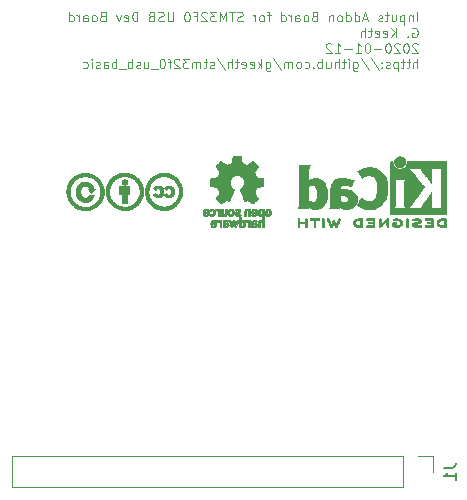
<source format=gbr>
G04 #@! TF.GenerationSoftware,KiCad,Pcbnew,5.1.5*
G04 #@! TF.CreationDate,2020-01-13T20:50:12-05:00*
G04 #@! TF.ProjectId,inputs_addon,696e7075-7473-45f6-9164-646f6e2e6b69,0*
G04 #@! TF.SameCoordinates,Original*
G04 #@! TF.FileFunction,Legend,Bot*
G04 #@! TF.FilePolarity,Positive*
%FSLAX46Y46*%
G04 Gerber Fmt 4.6, Leading zero omitted, Abs format (unit mm)*
G04 Created by KiCad (PCBNEW 5.1.5) date 2020-01-13 20:50:12*
%MOMM*%
%LPD*%
G04 APERTURE LIST*
%ADD10C,0.120000*%
%ADD11C,0.010000*%
%ADD12C,0.150000*%
G04 APERTURE END LIST*
D10*
X194981523Y-106881904D02*
X194981523Y-106081904D01*
X194600571Y-106348571D02*
X194600571Y-106881904D01*
X194600571Y-106424761D02*
X194562476Y-106386666D01*
X194486285Y-106348571D01*
X194372000Y-106348571D01*
X194295809Y-106386666D01*
X194257714Y-106462857D01*
X194257714Y-106881904D01*
X193876761Y-106348571D02*
X193876761Y-107148571D01*
X193876761Y-106386666D02*
X193800571Y-106348571D01*
X193648190Y-106348571D01*
X193572000Y-106386666D01*
X193533904Y-106424761D01*
X193495809Y-106500952D01*
X193495809Y-106729523D01*
X193533904Y-106805714D01*
X193572000Y-106843809D01*
X193648190Y-106881904D01*
X193800571Y-106881904D01*
X193876761Y-106843809D01*
X192810095Y-106348571D02*
X192810095Y-106881904D01*
X193152952Y-106348571D02*
X193152952Y-106767619D01*
X193114857Y-106843809D01*
X193038666Y-106881904D01*
X192924380Y-106881904D01*
X192848190Y-106843809D01*
X192810095Y-106805714D01*
X192543428Y-106348571D02*
X192238666Y-106348571D01*
X192429142Y-106081904D02*
X192429142Y-106767619D01*
X192391047Y-106843809D01*
X192314857Y-106881904D01*
X192238666Y-106881904D01*
X192010095Y-106843809D02*
X191933904Y-106881904D01*
X191781523Y-106881904D01*
X191705333Y-106843809D01*
X191667238Y-106767619D01*
X191667238Y-106729523D01*
X191705333Y-106653333D01*
X191781523Y-106615238D01*
X191895809Y-106615238D01*
X191972000Y-106577142D01*
X192010095Y-106500952D01*
X192010095Y-106462857D01*
X191972000Y-106386666D01*
X191895809Y-106348571D01*
X191781523Y-106348571D01*
X191705333Y-106386666D01*
X190752952Y-106653333D02*
X190372000Y-106653333D01*
X190829142Y-106881904D02*
X190562476Y-106081904D01*
X190295809Y-106881904D01*
X189686285Y-106881904D02*
X189686285Y-106081904D01*
X189686285Y-106843809D02*
X189762476Y-106881904D01*
X189914857Y-106881904D01*
X189991047Y-106843809D01*
X190029142Y-106805714D01*
X190067238Y-106729523D01*
X190067238Y-106500952D01*
X190029142Y-106424761D01*
X189991047Y-106386666D01*
X189914857Y-106348571D01*
X189762476Y-106348571D01*
X189686285Y-106386666D01*
X188962476Y-106881904D02*
X188962476Y-106081904D01*
X188962476Y-106843809D02*
X189038666Y-106881904D01*
X189191047Y-106881904D01*
X189267238Y-106843809D01*
X189305333Y-106805714D01*
X189343428Y-106729523D01*
X189343428Y-106500952D01*
X189305333Y-106424761D01*
X189267238Y-106386666D01*
X189191047Y-106348571D01*
X189038666Y-106348571D01*
X188962476Y-106386666D01*
X188467238Y-106881904D02*
X188543428Y-106843809D01*
X188581523Y-106805714D01*
X188619619Y-106729523D01*
X188619619Y-106500952D01*
X188581523Y-106424761D01*
X188543428Y-106386666D01*
X188467238Y-106348571D01*
X188352952Y-106348571D01*
X188276761Y-106386666D01*
X188238666Y-106424761D01*
X188200571Y-106500952D01*
X188200571Y-106729523D01*
X188238666Y-106805714D01*
X188276761Y-106843809D01*
X188352952Y-106881904D01*
X188467238Y-106881904D01*
X187857714Y-106348571D02*
X187857714Y-106881904D01*
X187857714Y-106424761D02*
X187819619Y-106386666D01*
X187743428Y-106348571D01*
X187629142Y-106348571D01*
X187552952Y-106386666D01*
X187514857Y-106462857D01*
X187514857Y-106881904D01*
X186257714Y-106462857D02*
X186143428Y-106500952D01*
X186105333Y-106539047D01*
X186067238Y-106615238D01*
X186067238Y-106729523D01*
X186105333Y-106805714D01*
X186143428Y-106843809D01*
X186219619Y-106881904D01*
X186524380Y-106881904D01*
X186524380Y-106081904D01*
X186257714Y-106081904D01*
X186181523Y-106120000D01*
X186143428Y-106158095D01*
X186105333Y-106234285D01*
X186105333Y-106310476D01*
X186143428Y-106386666D01*
X186181523Y-106424761D01*
X186257714Y-106462857D01*
X186524380Y-106462857D01*
X185610095Y-106881904D02*
X185686285Y-106843809D01*
X185724380Y-106805714D01*
X185762476Y-106729523D01*
X185762476Y-106500952D01*
X185724380Y-106424761D01*
X185686285Y-106386666D01*
X185610095Y-106348571D01*
X185495809Y-106348571D01*
X185419619Y-106386666D01*
X185381523Y-106424761D01*
X185343428Y-106500952D01*
X185343428Y-106729523D01*
X185381523Y-106805714D01*
X185419619Y-106843809D01*
X185495809Y-106881904D01*
X185610095Y-106881904D01*
X184657714Y-106881904D02*
X184657714Y-106462857D01*
X184695809Y-106386666D01*
X184772000Y-106348571D01*
X184924380Y-106348571D01*
X185000571Y-106386666D01*
X184657714Y-106843809D02*
X184733904Y-106881904D01*
X184924380Y-106881904D01*
X185000571Y-106843809D01*
X185038666Y-106767619D01*
X185038666Y-106691428D01*
X185000571Y-106615238D01*
X184924380Y-106577142D01*
X184733904Y-106577142D01*
X184657714Y-106539047D01*
X184276761Y-106881904D02*
X184276761Y-106348571D01*
X184276761Y-106500952D02*
X184238666Y-106424761D01*
X184200571Y-106386666D01*
X184124380Y-106348571D01*
X184048190Y-106348571D01*
X183438666Y-106881904D02*
X183438666Y-106081904D01*
X183438666Y-106843809D02*
X183514857Y-106881904D01*
X183667238Y-106881904D01*
X183743428Y-106843809D01*
X183781523Y-106805714D01*
X183819619Y-106729523D01*
X183819619Y-106500952D01*
X183781523Y-106424761D01*
X183743428Y-106386666D01*
X183667238Y-106348571D01*
X183514857Y-106348571D01*
X183438666Y-106386666D01*
X182562476Y-106348571D02*
X182257714Y-106348571D01*
X182448190Y-106881904D02*
X182448190Y-106196190D01*
X182410095Y-106120000D01*
X182333904Y-106081904D01*
X182257714Y-106081904D01*
X181876761Y-106881904D02*
X181952952Y-106843809D01*
X181991047Y-106805714D01*
X182029142Y-106729523D01*
X182029142Y-106500952D01*
X181991047Y-106424761D01*
X181952952Y-106386666D01*
X181876761Y-106348571D01*
X181762476Y-106348571D01*
X181686285Y-106386666D01*
X181648190Y-106424761D01*
X181610095Y-106500952D01*
X181610095Y-106729523D01*
X181648190Y-106805714D01*
X181686285Y-106843809D01*
X181762476Y-106881904D01*
X181876761Y-106881904D01*
X181267238Y-106881904D02*
X181267238Y-106348571D01*
X181267238Y-106500952D02*
X181229142Y-106424761D01*
X181191047Y-106386666D01*
X181114857Y-106348571D01*
X181038666Y-106348571D01*
X180200571Y-106843809D02*
X180086285Y-106881904D01*
X179895809Y-106881904D01*
X179819619Y-106843809D01*
X179781523Y-106805714D01*
X179743428Y-106729523D01*
X179743428Y-106653333D01*
X179781523Y-106577142D01*
X179819619Y-106539047D01*
X179895809Y-106500952D01*
X180048190Y-106462857D01*
X180124380Y-106424761D01*
X180162476Y-106386666D01*
X180200571Y-106310476D01*
X180200571Y-106234285D01*
X180162476Y-106158095D01*
X180124380Y-106120000D01*
X180048190Y-106081904D01*
X179857714Y-106081904D01*
X179743428Y-106120000D01*
X179514857Y-106081904D02*
X179057714Y-106081904D01*
X179286285Y-106881904D02*
X179286285Y-106081904D01*
X178791047Y-106881904D02*
X178791047Y-106081904D01*
X178524380Y-106653333D01*
X178257714Y-106081904D01*
X178257714Y-106881904D01*
X177952952Y-106081904D02*
X177457714Y-106081904D01*
X177724380Y-106386666D01*
X177610095Y-106386666D01*
X177533904Y-106424761D01*
X177495809Y-106462857D01*
X177457714Y-106539047D01*
X177457714Y-106729523D01*
X177495809Y-106805714D01*
X177533904Y-106843809D01*
X177610095Y-106881904D01*
X177838666Y-106881904D01*
X177914857Y-106843809D01*
X177952952Y-106805714D01*
X177152952Y-106158095D02*
X177114857Y-106120000D01*
X177038666Y-106081904D01*
X176848190Y-106081904D01*
X176772000Y-106120000D01*
X176733904Y-106158095D01*
X176695809Y-106234285D01*
X176695809Y-106310476D01*
X176733904Y-106424761D01*
X177191047Y-106881904D01*
X176695809Y-106881904D01*
X176086285Y-106462857D02*
X176352952Y-106462857D01*
X176352952Y-106881904D02*
X176352952Y-106081904D01*
X175972000Y-106081904D01*
X175514857Y-106081904D02*
X175438666Y-106081904D01*
X175362476Y-106120000D01*
X175324380Y-106158095D01*
X175286285Y-106234285D01*
X175248190Y-106386666D01*
X175248190Y-106577142D01*
X175286285Y-106729523D01*
X175324380Y-106805714D01*
X175362476Y-106843809D01*
X175438666Y-106881904D01*
X175514857Y-106881904D01*
X175591047Y-106843809D01*
X175629142Y-106805714D01*
X175667238Y-106729523D01*
X175705333Y-106577142D01*
X175705333Y-106386666D01*
X175667238Y-106234285D01*
X175629142Y-106158095D01*
X175591047Y-106120000D01*
X175514857Y-106081904D01*
X174295809Y-106081904D02*
X174295809Y-106729523D01*
X174257714Y-106805714D01*
X174219619Y-106843809D01*
X174143428Y-106881904D01*
X173991047Y-106881904D01*
X173914857Y-106843809D01*
X173876761Y-106805714D01*
X173838666Y-106729523D01*
X173838666Y-106081904D01*
X173495809Y-106843809D02*
X173381523Y-106881904D01*
X173191047Y-106881904D01*
X173114857Y-106843809D01*
X173076761Y-106805714D01*
X173038666Y-106729523D01*
X173038666Y-106653333D01*
X173076761Y-106577142D01*
X173114857Y-106539047D01*
X173191047Y-106500952D01*
X173343428Y-106462857D01*
X173419619Y-106424761D01*
X173457714Y-106386666D01*
X173495809Y-106310476D01*
X173495809Y-106234285D01*
X173457714Y-106158095D01*
X173419619Y-106120000D01*
X173343428Y-106081904D01*
X173152952Y-106081904D01*
X173038666Y-106120000D01*
X172429142Y-106462857D02*
X172314857Y-106500952D01*
X172276761Y-106539047D01*
X172238666Y-106615238D01*
X172238666Y-106729523D01*
X172276761Y-106805714D01*
X172314857Y-106843809D01*
X172391047Y-106881904D01*
X172695809Y-106881904D01*
X172695809Y-106081904D01*
X172429142Y-106081904D01*
X172352952Y-106120000D01*
X172314857Y-106158095D01*
X172276761Y-106234285D01*
X172276761Y-106310476D01*
X172314857Y-106386666D01*
X172352952Y-106424761D01*
X172429142Y-106462857D01*
X172695809Y-106462857D01*
X171286285Y-106881904D02*
X171286285Y-106081904D01*
X171095809Y-106081904D01*
X170981523Y-106120000D01*
X170905333Y-106196190D01*
X170867238Y-106272380D01*
X170829142Y-106424761D01*
X170829142Y-106539047D01*
X170867238Y-106691428D01*
X170905333Y-106767619D01*
X170981523Y-106843809D01*
X171095809Y-106881904D01*
X171286285Y-106881904D01*
X170181523Y-106843809D02*
X170257714Y-106881904D01*
X170410095Y-106881904D01*
X170486285Y-106843809D01*
X170524380Y-106767619D01*
X170524380Y-106462857D01*
X170486285Y-106386666D01*
X170410095Y-106348571D01*
X170257714Y-106348571D01*
X170181523Y-106386666D01*
X170143428Y-106462857D01*
X170143428Y-106539047D01*
X170524380Y-106615238D01*
X169876761Y-106348571D02*
X169686285Y-106881904D01*
X169495809Y-106348571D01*
X168314857Y-106462857D02*
X168200571Y-106500952D01*
X168162476Y-106539047D01*
X168124380Y-106615238D01*
X168124380Y-106729523D01*
X168162476Y-106805714D01*
X168200571Y-106843809D01*
X168276761Y-106881904D01*
X168581523Y-106881904D01*
X168581523Y-106081904D01*
X168314857Y-106081904D01*
X168238666Y-106120000D01*
X168200571Y-106158095D01*
X168162476Y-106234285D01*
X168162476Y-106310476D01*
X168200571Y-106386666D01*
X168238666Y-106424761D01*
X168314857Y-106462857D01*
X168581523Y-106462857D01*
X167667238Y-106881904D02*
X167743428Y-106843809D01*
X167781523Y-106805714D01*
X167819619Y-106729523D01*
X167819619Y-106500952D01*
X167781523Y-106424761D01*
X167743428Y-106386666D01*
X167667238Y-106348571D01*
X167552952Y-106348571D01*
X167476761Y-106386666D01*
X167438666Y-106424761D01*
X167400571Y-106500952D01*
X167400571Y-106729523D01*
X167438666Y-106805714D01*
X167476761Y-106843809D01*
X167552952Y-106881904D01*
X167667238Y-106881904D01*
X166714857Y-106881904D02*
X166714857Y-106462857D01*
X166752952Y-106386666D01*
X166829142Y-106348571D01*
X166981523Y-106348571D01*
X167057714Y-106386666D01*
X166714857Y-106843809D02*
X166791047Y-106881904D01*
X166981523Y-106881904D01*
X167057714Y-106843809D01*
X167095809Y-106767619D01*
X167095809Y-106691428D01*
X167057714Y-106615238D01*
X166981523Y-106577142D01*
X166791047Y-106577142D01*
X166714857Y-106539047D01*
X166333904Y-106881904D02*
X166333904Y-106348571D01*
X166333904Y-106500952D02*
X166295809Y-106424761D01*
X166257714Y-106386666D01*
X166181523Y-106348571D01*
X166105333Y-106348571D01*
X165495809Y-106881904D02*
X165495809Y-106081904D01*
X165495809Y-106843809D02*
X165572000Y-106881904D01*
X165724380Y-106881904D01*
X165800571Y-106843809D01*
X165838666Y-106805714D01*
X165876761Y-106729523D01*
X165876761Y-106500952D01*
X165838666Y-106424761D01*
X165800571Y-106386666D01*
X165724380Y-106348571D01*
X165572000Y-106348571D01*
X165495809Y-106386666D01*
X194562476Y-107440000D02*
X194638666Y-107401904D01*
X194752952Y-107401904D01*
X194867238Y-107440000D01*
X194943428Y-107516190D01*
X194981523Y-107592380D01*
X195019619Y-107744761D01*
X195019619Y-107859047D01*
X194981523Y-108011428D01*
X194943428Y-108087619D01*
X194867238Y-108163809D01*
X194752952Y-108201904D01*
X194676761Y-108201904D01*
X194562476Y-108163809D01*
X194524380Y-108125714D01*
X194524380Y-107859047D01*
X194676761Y-107859047D01*
X194181523Y-108125714D02*
X194143428Y-108163809D01*
X194181523Y-108201904D01*
X194219619Y-108163809D01*
X194181523Y-108125714D01*
X194181523Y-108201904D01*
X193191047Y-108201904D02*
X193191047Y-107401904D01*
X192733904Y-108201904D02*
X193076761Y-107744761D01*
X192733904Y-107401904D02*
X193191047Y-107859047D01*
X192086285Y-108163809D02*
X192162476Y-108201904D01*
X192314857Y-108201904D01*
X192391047Y-108163809D01*
X192429142Y-108087619D01*
X192429142Y-107782857D01*
X192391047Y-107706666D01*
X192314857Y-107668571D01*
X192162476Y-107668571D01*
X192086285Y-107706666D01*
X192048190Y-107782857D01*
X192048190Y-107859047D01*
X192429142Y-107935238D01*
X191400571Y-108163809D02*
X191476761Y-108201904D01*
X191629142Y-108201904D01*
X191705333Y-108163809D01*
X191743428Y-108087619D01*
X191743428Y-107782857D01*
X191705333Y-107706666D01*
X191629142Y-107668571D01*
X191476761Y-107668571D01*
X191400571Y-107706666D01*
X191362476Y-107782857D01*
X191362476Y-107859047D01*
X191743428Y-107935238D01*
X191133904Y-107668571D02*
X190829142Y-107668571D01*
X191019619Y-107401904D02*
X191019619Y-108087619D01*
X190981523Y-108163809D01*
X190905333Y-108201904D01*
X190829142Y-108201904D01*
X190562476Y-108201904D02*
X190562476Y-107401904D01*
X190219619Y-108201904D02*
X190219619Y-107782857D01*
X190257714Y-107706666D01*
X190333904Y-107668571D01*
X190448190Y-107668571D01*
X190524380Y-107706666D01*
X190562476Y-107744761D01*
X195019619Y-108798095D02*
X194981523Y-108760000D01*
X194905333Y-108721904D01*
X194714857Y-108721904D01*
X194638666Y-108760000D01*
X194600571Y-108798095D01*
X194562476Y-108874285D01*
X194562476Y-108950476D01*
X194600571Y-109064761D01*
X195057714Y-109521904D01*
X194562476Y-109521904D01*
X194067238Y-108721904D02*
X193991047Y-108721904D01*
X193914857Y-108760000D01*
X193876761Y-108798095D01*
X193838666Y-108874285D01*
X193800571Y-109026666D01*
X193800571Y-109217142D01*
X193838666Y-109369523D01*
X193876761Y-109445714D01*
X193914857Y-109483809D01*
X193991047Y-109521904D01*
X194067238Y-109521904D01*
X194143428Y-109483809D01*
X194181523Y-109445714D01*
X194219619Y-109369523D01*
X194257714Y-109217142D01*
X194257714Y-109026666D01*
X194219619Y-108874285D01*
X194181523Y-108798095D01*
X194143428Y-108760000D01*
X194067238Y-108721904D01*
X193495809Y-108798095D02*
X193457714Y-108760000D01*
X193381523Y-108721904D01*
X193191047Y-108721904D01*
X193114857Y-108760000D01*
X193076761Y-108798095D01*
X193038666Y-108874285D01*
X193038666Y-108950476D01*
X193076761Y-109064761D01*
X193533904Y-109521904D01*
X193038666Y-109521904D01*
X192543428Y-108721904D02*
X192467238Y-108721904D01*
X192391047Y-108760000D01*
X192352952Y-108798095D01*
X192314857Y-108874285D01*
X192276761Y-109026666D01*
X192276761Y-109217142D01*
X192314857Y-109369523D01*
X192352952Y-109445714D01*
X192391047Y-109483809D01*
X192467238Y-109521904D01*
X192543428Y-109521904D01*
X192619619Y-109483809D01*
X192657714Y-109445714D01*
X192695809Y-109369523D01*
X192733904Y-109217142D01*
X192733904Y-109026666D01*
X192695809Y-108874285D01*
X192657714Y-108798095D01*
X192619619Y-108760000D01*
X192543428Y-108721904D01*
X191933904Y-109217142D02*
X191324380Y-109217142D01*
X190791047Y-108721904D02*
X190714857Y-108721904D01*
X190638666Y-108760000D01*
X190600571Y-108798095D01*
X190562476Y-108874285D01*
X190524380Y-109026666D01*
X190524380Y-109217142D01*
X190562476Y-109369523D01*
X190600571Y-109445714D01*
X190638666Y-109483809D01*
X190714857Y-109521904D01*
X190791047Y-109521904D01*
X190867238Y-109483809D01*
X190905333Y-109445714D01*
X190943428Y-109369523D01*
X190981523Y-109217142D01*
X190981523Y-109026666D01*
X190943428Y-108874285D01*
X190905333Y-108798095D01*
X190867238Y-108760000D01*
X190791047Y-108721904D01*
X189762476Y-109521904D02*
X190219619Y-109521904D01*
X189991047Y-109521904D02*
X189991047Y-108721904D01*
X190067238Y-108836190D01*
X190143428Y-108912380D01*
X190219619Y-108950476D01*
X189419619Y-109217142D02*
X188810095Y-109217142D01*
X188010095Y-109521904D02*
X188467238Y-109521904D01*
X188238666Y-109521904D02*
X188238666Y-108721904D01*
X188314857Y-108836190D01*
X188391047Y-108912380D01*
X188467238Y-108950476D01*
X187705333Y-108798095D02*
X187667238Y-108760000D01*
X187591047Y-108721904D01*
X187400571Y-108721904D01*
X187324380Y-108760000D01*
X187286285Y-108798095D01*
X187248190Y-108874285D01*
X187248190Y-108950476D01*
X187286285Y-109064761D01*
X187743428Y-109521904D01*
X187248190Y-109521904D01*
X194981523Y-110841904D02*
X194981523Y-110041904D01*
X194638666Y-110841904D02*
X194638666Y-110422857D01*
X194676761Y-110346666D01*
X194752952Y-110308571D01*
X194867238Y-110308571D01*
X194943428Y-110346666D01*
X194981523Y-110384761D01*
X194372000Y-110308571D02*
X194067238Y-110308571D01*
X194257714Y-110041904D02*
X194257714Y-110727619D01*
X194219619Y-110803809D01*
X194143428Y-110841904D01*
X194067238Y-110841904D01*
X193914857Y-110308571D02*
X193610095Y-110308571D01*
X193800571Y-110041904D02*
X193800571Y-110727619D01*
X193762476Y-110803809D01*
X193686285Y-110841904D01*
X193610095Y-110841904D01*
X193343428Y-110308571D02*
X193343428Y-111108571D01*
X193343428Y-110346666D02*
X193267238Y-110308571D01*
X193114857Y-110308571D01*
X193038666Y-110346666D01*
X193000571Y-110384761D01*
X192962476Y-110460952D01*
X192962476Y-110689523D01*
X193000571Y-110765714D01*
X193038666Y-110803809D01*
X193114857Y-110841904D01*
X193267238Y-110841904D01*
X193343428Y-110803809D01*
X192657714Y-110803809D02*
X192581523Y-110841904D01*
X192429142Y-110841904D01*
X192352952Y-110803809D01*
X192314857Y-110727619D01*
X192314857Y-110689523D01*
X192352952Y-110613333D01*
X192429142Y-110575238D01*
X192543428Y-110575238D01*
X192619619Y-110537142D01*
X192657714Y-110460952D01*
X192657714Y-110422857D01*
X192619619Y-110346666D01*
X192543428Y-110308571D01*
X192429142Y-110308571D01*
X192352952Y-110346666D01*
X191972000Y-110765714D02*
X191933904Y-110803809D01*
X191972000Y-110841904D01*
X192010095Y-110803809D01*
X191972000Y-110765714D01*
X191972000Y-110841904D01*
X191972000Y-110346666D02*
X191933904Y-110384761D01*
X191972000Y-110422857D01*
X192010095Y-110384761D01*
X191972000Y-110346666D01*
X191972000Y-110422857D01*
X191019619Y-110003809D02*
X191705333Y-111032380D01*
X190181523Y-110003809D02*
X190867238Y-111032380D01*
X189572000Y-110308571D02*
X189572000Y-110956190D01*
X189610095Y-111032380D01*
X189648190Y-111070476D01*
X189724380Y-111108571D01*
X189838666Y-111108571D01*
X189914857Y-111070476D01*
X189572000Y-110803809D02*
X189648190Y-110841904D01*
X189800571Y-110841904D01*
X189876761Y-110803809D01*
X189914857Y-110765714D01*
X189952952Y-110689523D01*
X189952952Y-110460952D01*
X189914857Y-110384761D01*
X189876761Y-110346666D01*
X189800571Y-110308571D01*
X189648190Y-110308571D01*
X189572000Y-110346666D01*
X189191047Y-110841904D02*
X189191047Y-110308571D01*
X189191047Y-110041904D02*
X189229142Y-110080000D01*
X189191047Y-110118095D01*
X189152952Y-110080000D01*
X189191047Y-110041904D01*
X189191047Y-110118095D01*
X188924380Y-110308571D02*
X188619619Y-110308571D01*
X188810095Y-110041904D02*
X188810095Y-110727619D01*
X188772000Y-110803809D01*
X188695809Y-110841904D01*
X188619619Y-110841904D01*
X188352952Y-110841904D02*
X188352952Y-110041904D01*
X188010095Y-110841904D02*
X188010095Y-110422857D01*
X188048190Y-110346666D01*
X188124380Y-110308571D01*
X188238666Y-110308571D01*
X188314857Y-110346666D01*
X188352952Y-110384761D01*
X187286285Y-110308571D02*
X187286285Y-110841904D01*
X187629142Y-110308571D02*
X187629142Y-110727619D01*
X187591047Y-110803809D01*
X187514857Y-110841904D01*
X187400571Y-110841904D01*
X187324380Y-110803809D01*
X187286285Y-110765714D01*
X186905333Y-110841904D02*
X186905333Y-110041904D01*
X186905333Y-110346666D02*
X186829142Y-110308571D01*
X186676761Y-110308571D01*
X186600571Y-110346666D01*
X186562476Y-110384761D01*
X186524380Y-110460952D01*
X186524380Y-110689523D01*
X186562476Y-110765714D01*
X186600571Y-110803809D01*
X186676761Y-110841904D01*
X186829142Y-110841904D01*
X186905333Y-110803809D01*
X186181523Y-110765714D02*
X186143428Y-110803809D01*
X186181523Y-110841904D01*
X186219619Y-110803809D01*
X186181523Y-110765714D01*
X186181523Y-110841904D01*
X185457714Y-110803809D02*
X185533904Y-110841904D01*
X185686285Y-110841904D01*
X185762476Y-110803809D01*
X185800571Y-110765714D01*
X185838666Y-110689523D01*
X185838666Y-110460952D01*
X185800571Y-110384761D01*
X185762476Y-110346666D01*
X185686285Y-110308571D01*
X185533904Y-110308571D01*
X185457714Y-110346666D01*
X185000571Y-110841904D02*
X185076761Y-110803809D01*
X185114857Y-110765714D01*
X185152952Y-110689523D01*
X185152952Y-110460952D01*
X185114857Y-110384761D01*
X185076761Y-110346666D01*
X185000571Y-110308571D01*
X184886285Y-110308571D01*
X184810095Y-110346666D01*
X184772000Y-110384761D01*
X184733904Y-110460952D01*
X184733904Y-110689523D01*
X184772000Y-110765714D01*
X184810095Y-110803809D01*
X184886285Y-110841904D01*
X185000571Y-110841904D01*
X184391047Y-110841904D02*
X184391047Y-110308571D01*
X184391047Y-110384761D02*
X184352952Y-110346666D01*
X184276761Y-110308571D01*
X184162476Y-110308571D01*
X184086285Y-110346666D01*
X184048190Y-110422857D01*
X184048190Y-110841904D01*
X184048190Y-110422857D02*
X184010095Y-110346666D01*
X183933904Y-110308571D01*
X183819619Y-110308571D01*
X183743428Y-110346666D01*
X183705333Y-110422857D01*
X183705333Y-110841904D01*
X182752952Y-110003809D02*
X183438666Y-111032380D01*
X182143428Y-110308571D02*
X182143428Y-110956190D01*
X182181523Y-111032380D01*
X182219619Y-111070476D01*
X182295809Y-111108571D01*
X182410095Y-111108571D01*
X182486285Y-111070476D01*
X182143428Y-110803809D02*
X182219619Y-110841904D01*
X182372000Y-110841904D01*
X182448190Y-110803809D01*
X182486285Y-110765714D01*
X182524380Y-110689523D01*
X182524380Y-110460952D01*
X182486285Y-110384761D01*
X182448190Y-110346666D01*
X182372000Y-110308571D01*
X182219619Y-110308571D01*
X182143428Y-110346666D01*
X181762476Y-110841904D02*
X181762476Y-110041904D01*
X181686285Y-110537142D02*
X181457714Y-110841904D01*
X181457714Y-110308571D02*
X181762476Y-110613333D01*
X180810095Y-110803809D02*
X180886285Y-110841904D01*
X181038666Y-110841904D01*
X181114857Y-110803809D01*
X181152952Y-110727619D01*
X181152952Y-110422857D01*
X181114857Y-110346666D01*
X181038666Y-110308571D01*
X180886285Y-110308571D01*
X180810095Y-110346666D01*
X180772000Y-110422857D01*
X180772000Y-110499047D01*
X181152952Y-110575238D01*
X180124380Y-110803809D02*
X180200571Y-110841904D01*
X180352952Y-110841904D01*
X180429142Y-110803809D01*
X180467238Y-110727619D01*
X180467238Y-110422857D01*
X180429142Y-110346666D01*
X180352952Y-110308571D01*
X180200571Y-110308571D01*
X180124380Y-110346666D01*
X180086285Y-110422857D01*
X180086285Y-110499047D01*
X180467238Y-110575238D01*
X179857714Y-110308571D02*
X179552952Y-110308571D01*
X179743428Y-110041904D02*
X179743428Y-110727619D01*
X179705333Y-110803809D01*
X179629142Y-110841904D01*
X179552952Y-110841904D01*
X179286285Y-110841904D02*
X179286285Y-110041904D01*
X178943428Y-110841904D02*
X178943428Y-110422857D01*
X178981523Y-110346666D01*
X179057714Y-110308571D01*
X179172000Y-110308571D01*
X179248190Y-110346666D01*
X179286285Y-110384761D01*
X177991047Y-110003809D02*
X178676761Y-111032380D01*
X177762476Y-110803809D02*
X177686285Y-110841904D01*
X177533904Y-110841904D01*
X177457714Y-110803809D01*
X177419619Y-110727619D01*
X177419619Y-110689523D01*
X177457714Y-110613333D01*
X177533904Y-110575238D01*
X177648190Y-110575238D01*
X177724380Y-110537142D01*
X177762476Y-110460952D01*
X177762476Y-110422857D01*
X177724380Y-110346666D01*
X177648190Y-110308571D01*
X177533904Y-110308571D01*
X177457714Y-110346666D01*
X177191047Y-110308571D02*
X176886285Y-110308571D01*
X177076761Y-110041904D02*
X177076761Y-110727619D01*
X177038666Y-110803809D01*
X176962476Y-110841904D01*
X176886285Y-110841904D01*
X176619619Y-110841904D02*
X176619619Y-110308571D01*
X176619619Y-110384761D02*
X176581523Y-110346666D01*
X176505333Y-110308571D01*
X176391047Y-110308571D01*
X176314857Y-110346666D01*
X176276761Y-110422857D01*
X176276761Y-110841904D01*
X176276761Y-110422857D02*
X176238666Y-110346666D01*
X176162476Y-110308571D01*
X176048190Y-110308571D01*
X175972000Y-110346666D01*
X175933904Y-110422857D01*
X175933904Y-110841904D01*
X175629142Y-110041904D02*
X175133904Y-110041904D01*
X175400571Y-110346666D01*
X175286285Y-110346666D01*
X175210095Y-110384761D01*
X175172000Y-110422857D01*
X175133904Y-110499047D01*
X175133904Y-110689523D01*
X175172000Y-110765714D01*
X175210095Y-110803809D01*
X175286285Y-110841904D01*
X175514857Y-110841904D01*
X175591047Y-110803809D01*
X175629142Y-110765714D01*
X174829142Y-110118095D02*
X174791047Y-110080000D01*
X174714857Y-110041904D01*
X174524380Y-110041904D01*
X174448190Y-110080000D01*
X174410095Y-110118095D01*
X174372000Y-110194285D01*
X174372000Y-110270476D01*
X174410095Y-110384761D01*
X174867238Y-110841904D01*
X174372000Y-110841904D01*
X174143428Y-110308571D02*
X173838666Y-110308571D01*
X174029142Y-110841904D02*
X174029142Y-110156190D01*
X173991047Y-110080000D01*
X173914857Y-110041904D01*
X173838666Y-110041904D01*
X173419619Y-110041904D02*
X173343428Y-110041904D01*
X173267238Y-110080000D01*
X173229142Y-110118095D01*
X173191047Y-110194285D01*
X173152952Y-110346666D01*
X173152952Y-110537142D01*
X173191047Y-110689523D01*
X173229142Y-110765714D01*
X173267238Y-110803809D01*
X173343428Y-110841904D01*
X173419619Y-110841904D01*
X173495809Y-110803809D01*
X173533904Y-110765714D01*
X173572000Y-110689523D01*
X173610095Y-110537142D01*
X173610095Y-110346666D01*
X173572000Y-110194285D01*
X173533904Y-110118095D01*
X173495809Y-110080000D01*
X173419619Y-110041904D01*
X173000571Y-110918095D02*
X172391047Y-110918095D01*
X171857714Y-110308571D02*
X171857714Y-110841904D01*
X172200571Y-110308571D02*
X172200571Y-110727619D01*
X172162476Y-110803809D01*
X172086285Y-110841904D01*
X171972000Y-110841904D01*
X171895809Y-110803809D01*
X171857714Y-110765714D01*
X171514857Y-110803809D02*
X171438666Y-110841904D01*
X171286285Y-110841904D01*
X171210095Y-110803809D01*
X171172000Y-110727619D01*
X171172000Y-110689523D01*
X171210095Y-110613333D01*
X171286285Y-110575238D01*
X171400571Y-110575238D01*
X171476761Y-110537142D01*
X171514857Y-110460952D01*
X171514857Y-110422857D01*
X171476761Y-110346666D01*
X171400571Y-110308571D01*
X171286285Y-110308571D01*
X171210095Y-110346666D01*
X170829142Y-110841904D02*
X170829142Y-110041904D01*
X170829142Y-110346666D02*
X170752952Y-110308571D01*
X170600571Y-110308571D01*
X170524380Y-110346666D01*
X170486285Y-110384761D01*
X170448190Y-110460952D01*
X170448190Y-110689523D01*
X170486285Y-110765714D01*
X170524380Y-110803809D01*
X170600571Y-110841904D01*
X170752952Y-110841904D01*
X170829142Y-110803809D01*
X170295809Y-110918095D02*
X169686285Y-110918095D01*
X169495809Y-110841904D02*
X169495809Y-110041904D01*
X169495809Y-110346666D02*
X169419619Y-110308571D01*
X169267238Y-110308571D01*
X169191047Y-110346666D01*
X169152952Y-110384761D01*
X169114857Y-110460952D01*
X169114857Y-110689523D01*
X169152952Y-110765714D01*
X169191047Y-110803809D01*
X169267238Y-110841904D01*
X169419619Y-110841904D01*
X169495809Y-110803809D01*
X168429142Y-110841904D02*
X168429142Y-110422857D01*
X168467238Y-110346666D01*
X168543428Y-110308571D01*
X168695809Y-110308571D01*
X168772000Y-110346666D01*
X168429142Y-110803809D02*
X168505333Y-110841904D01*
X168695809Y-110841904D01*
X168772000Y-110803809D01*
X168810095Y-110727619D01*
X168810095Y-110651428D01*
X168772000Y-110575238D01*
X168695809Y-110537142D01*
X168505333Y-110537142D01*
X168429142Y-110499047D01*
X168086285Y-110803809D02*
X168010095Y-110841904D01*
X167857714Y-110841904D01*
X167781523Y-110803809D01*
X167743428Y-110727619D01*
X167743428Y-110689523D01*
X167781523Y-110613333D01*
X167857714Y-110575238D01*
X167972000Y-110575238D01*
X168048190Y-110537142D01*
X168086285Y-110460952D01*
X168086285Y-110422857D01*
X168048190Y-110346666D01*
X167972000Y-110308571D01*
X167857714Y-110308571D01*
X167781523Y-110346666D01*
X167400571Y-110841904D02*
X167400571Y-110308571D01*
X167400571Y-110041904D02*
X167438666Y-110080000D01*
X167400571Y-110118095D01*
X167362476Y-110080000D01*
X167400571Y-110041904D01*
X167400571Y-110118095D01*
X166676761Y-110803809D02*
X166752952Y-110841904D01*
X166905333Y-110841904D01*
X166981523Y-110803809D01*
X167019619Y-110765714D01*
X167057714Y-110689523D01*
X167057714Y-110460952D01*
X167019619Y-110384761D01*
X166981523Y-110346666D01*
X166905333Y-110308571D01*
X166752952Y-110308571D01*
X166676761Y-110346666D01*
X196330000Y-145000000D02*
X196330000Y-143670000D01*
X196330000Y-143670000D02*
X195000000Y-143670000D01*
X193730000Y-143670000D02*
X160650000Y-143670000D01*
X160650000Y-146330000D02*
X160650000Y-143670000D01*
X193730000Y-146330000D02*
X160650000Y-146330000D01*
X193730000Y-146330000D02*
X193730000Y-143670000D01*
D11*
G36*
X179328036Y-118575018D02*
G01*
X179271188Y-118876570D01*
X178851662Y-119049512D01*
X178600016Y-118878395D01*
X178529542Y-118830750D01*
X178465837Y-118788210D01*
X178411874Y-118752715D01*
X178370627Y-118726210D01*
X178345066Y-118710636D01*
X178338105Y-118707278D01*
X178325565Y-118715914D01*
X178298769Y-118739792D01*
X178260720Y-118775859D01*
X178214421Y-118821067D01*
X178162877Y-118872364D01*
X178109091Y-118926701D01*
X178056065Y-118981028D01*
X178006805Y-119032295D01*
X177964313Y-119077451D01*
X177931593Y-119113446D01*
X177911649Y-119137230D01*
X177906881Y-119145190D01*
X177913743Y-119159865D01*
X177932980Y-119192014D01*
X177962570Y-119238492D01*
X178000490Y-119296156D01*
X178044718Y-119361860D01*
X178070346Y-119399336D01*
X178117059Y-119467768D01*
X178158568Y-119529520D01*
X178192860Y-119581519D01*
X178217920Y-119620692D01*
X178231736Y-119643965D01*
X178233812Y-119648855D01*
X178229105Y-119662755D01*
X178216277Y-119695150D01*
X178197262Y-119741485D01*
X178173997Y-119797206D01*
X178148416Y-119857758D01*
X178122455Y-119918586D01*
X178098050Y-119975136D01*
X178077137Y-120022852D01*
X178061651Y-120057181D01*
X178053528Y-120073568D01*
X178053048Y-120074212D01*
X178040293Y-120077341D01*
X178006323Y-120084321D01*
X177954660Y-120094467D01*
X177888824Y-120107092D01*
X177812336Y-120121509D01*
X177767710Y-120129823D01*
X177685979Y-120145384D01*
X177612157Y-120160192D01*
X177549979Y-120173436D01*
X177503178Y-120184305D01*
X177475491Y-120191989D01*
X177469926Y-120194427D01*
X177464474Y-120210930D01*
X177460076Y-120248200D01*
X177456728Y-120301880D01*
X177454426Y-120367612D01*
X177453168Y-120441037D01*
X177452952Y-120517796D01*
X177453773Y-120593532D01*
X177455629Y-120663886D01*
X177458518Y-120724500D01*
X177462435Y-120771016D01*
X177467378Y-120799075D01*
X177470343Y-120804916D01*
X177488066Y-120811917D01*
X177525619Y-120821927D01*
X177578036Y-120833769D01*
X177640348Y-120846267D01*
X177662100Y-120850310D01*
X177766976Y-120869520D01*
X177849820Y-120884991D01*
X177913370Y-120897337D01*
X177960363Y-120907173D01*
X177993537Y-120915114D01*
X178015629Y-120921776D01*
X178029376Y-120927773D01*
X178037516Y-120933719D01*
X178038655Y-120934894D01*
X178050023Y-120953826D01*
X178067365Y-120990669D01*
X178088950Y-121040913D01*
X178113046Y-121100046D01*
X178137921Y-121163556D01*
X178161843Y-121226932D01*
X178183081Y-121285662D01*
X178199903Y-121335235D01*
X178210578Y-121371139D01*
X178213373Y-121388862D01*
X178213140Y-121389483D01*
X178203669Y-121403970D01*
X178182182Y-121435844D01*
X178150937Y-121481789D01*
X178112193Y-121538485D01*
X178068207Y-121602617D01*
X178055681Y-121620842D01*
X178011016Y-121686914D01*
X177971712Y-121747200D01*
X177939912Y-121798235D01*
X177917755Y-121836560D01*
X177907383Y-121858711D01*
X177906881Y-121861432D01*
X177915595Y-121875736D01*
X177939675Y-121904072D01*
X177976024Y-121943396D01*
X178021547Y-121990661D01*
X178073148Y-122042823D01*
X178127733Y-122096835D01*
X178182206Y-122149653D01*
X178233471Y-122198231D01*
X178278433Y-122239523D01*
X178313996Y-122270485D01*
X178337065Y-122288070D01*
X178343446Y-122290941D01*
X178358301Y-122284178D01*
X178388714Y-122265939D01*
X178429732Y-122239297D01*
X178461291Y-122217852D01*
X178518475Y-122178503D01*
X178586194Y-122132171D01*
X178654120Y-122085913D01*
X178690639Y-122061155D01*
X178814248Y-121977547D01*
X178918009Y-122033650D01*
X178965280Y-122058228D01*
X179005477Y-122077331D01*
X179032674Y-122088227D01*
X179039598Y-122089743D01*
X179047923Y-122078549D01*
X179064346Y-122046917D01*
X179087643Y-121997765D01*
X179116586Y-121934010D01*
X179149950Y-121858571D01*
X179186509Y-121774364D01*
X179225036Y-121684308D01*
X179264306Y-121591321D01*
X179303092Y-121498320D01*
X179340170Y-121408223D01*
X179374311Y-121323948D01*
X179404292Y-121248413D01*
X179428884Y-121184534D01*
X179446864Y-121135231D01*
X179457003Y-121103421D01*
X179458634Y-121092496D01*
X179445709Y-121078561D01*
X179417411Y-121055940D01*
X179379654Y-121029333D01*
X179376485Y-121027228D01*
X179278900Y-120949114D01*
X179200214Y-120857982D01*
X179141109Y-120756745D01*
X179102268Y-120648318D01*
X179084372Y-120535614D01*
X179088103Y-120421548D01*
X179114143Y-120309034D01*
X179163175Y-120200985D01*
X179177600Y-120177345D01*
X179252631Y-120081887D01*
X179341270Y-120005232D01*
X179440451Y-119947780D01*
X179547105Y-119909929D01*
X179658164Y-119892078D01*
X179770561Y-119894625D01*
X179881227Y-119917970D01*
X179987094Y-119962510D01*
X180085095Y-120028645D01*
X180115410Y-120055487D01*
X180192562Y-120139512D01*
X180248782Y-120227966D01*
X180287347Y-120327115D01*
X180308826Y-120425303D01*
X180314128Y-120535697D01*
X180296448Y-120646640D01*
X180257581Y-120754381D01*
X180199323Y-120855169D01*
X180123469Y-120945256D01*
X180031817Y-121020892D01*
X180019772Y-121028864D01*
X179981611Y-121054974D01*
X179952601Y-121077595D01*
X179938732Y-121092039D01*
X179938531Y-121092496D01*
X179941508Y-121108121D01*
X179953311Y-121143582D01*
X179972714Y-121195962D01*
X179998488Y-121262345D01*
X180029409Y-121339814D01*
X180064249Y-121425450D01*
X180101783Y-121516337D01*
X180140783Y-121609559D01*
X180180023Y-121702197D01*
X180218276Y-121791335D01*
X180254317Y-121874055D01*
X180286917Y-121947441D01*
X180314852Y-122008575D01*
X180336895Y-122054541D01*
X180351818Y-122082421D01*
X180357828Y-122089743D01*
X180376191Y-122084041D01*
X180410552Y-122068749D01*
X180454984Y-122046599D01*
X180479417Y-122033650D01*
X180583178Y-121977547D01*
X180706787Y-122061155D01*
X180769886Y-122103987D01*
X180838970Y-122151122D01*
X180903707Y-122195503D01*
X180936134Y-122217852D01*
X180981741Y-122248477D01*
X181020360Y-122272747D01*
X181046952Y-122287587D01*
X181055590Y-122290724D01*
X181068161Y-122282261D01*
X181095984Y-122258636D01*
X181136361Y-122222302D01*
X181186595Y-122175711D01*
X181243988Y-122121317D01*
X181280286Y-122086392D01*
X181343790Y-122023996D01*
X181398673Y-121968188D01*
X181442714Y-121921354D01*
X181473695Y-121885882D01*
X181489398Y-121864161D01*
X181490905Y-121859752D01*
X181483914Y-121842985D01*
X181464594Y-121809082D01*
X181435091Y-121761476D01*
X181397545Y-121703599D01*
X181354100Y-121638884D01*
X181341745Y-121620842D01*
X181296727Y-121555267D01*
X181256340Y-121496228D01*
X181222840Y-121447042D01*
X181198486Y-121411028D01*
X181185536Y-121391502D01*
X181184285Y-121389483D01*
X181186156Y-121373922D01*
X181196087Y-121339709D01*
X181212347Y-121291355D01*
X181233205Y-121233371D01*
X181256927Y-121170270D01*
X181281784Y-121106563D01*
X181306042Y-121046761D01*
X181327971Y-120995376D01*
X181345838Y-120956919D01*
X181357913Y-120935902D01*
X181358771Y-120934894D01*
X181366154Y-120928888D01*
X181378625Y-120922948D01*
X181398920Y-120916460D01*
X181429778Y-120908809D01*
X181473934Y-120899380D01*
X181534126Y-120887559D01*
X181613093Y-120872729D01*
X181713570Y-120854277D01*
X181735325Y-120850310D01*
X181799802Y-120837853D01*
X181856011Y-120825666D01*
X181898987Y-120814926D01*
X181923760Y-120806809D01*
X181927082Y-120804916D01*
X181932556Y-120788138D01*
X181937006Y-120750645D01*
X181940428Y-120696794D01*
X181942819Y-120630944D01*
X181944177Y-120557453D01*
X181944499Y-120480680D01*
X181943781Y-120404983D01*
X181942021Y-120334720D01*
X181939216Y-120274250D01*
X181935362Y-120227930D01*
X181930457Y-120200119D01*
X181927500Y-120194427D01*
X181911037Y-120188686D01*
X181873551Y-120179345D01*
X181818775Y-120167215D01*
X181750445Y-120153107D01*
X181672294Y-120137830D01*
X181629716Y-120129823D01*
X181548929Y-120114721D01*
X181476887Y-120101040D01*
X181417111Y-120089467D01*
X181373121Y-120080687D01*
X181348439Y-120075387D01*
X181344377Y-120074212D01*
X181337511Y-120060965D01*
X181322998Y-120029057D01*
X181302771Y-119983047D01*
X181278766Y-119927492D01*
X181252918Y-119866953D01*
X181227160Y-119805986D01*
X181203427Y-119749151D01*
X181183654Y-119701006D01*
X181169776Y-119666110D01*
X181163726Y-119649021D01*
X181163614Y-119648274D01*
X181170472Y-119634793D01*
X181189698Y-119603770D01*
X181219272Y-119558289D01*
X181257173Y-119501432D01*
X181301380Y-119436283D01*
X181327079Y-119398862D01*
X181373907Y-119330247D01*
X181415499Y-119267952D01*
X181449825Y-119215129D01*
X181474857Y-119174927D01*
X181488565Y-119150500D01*
X181490544Y-119145024D01*
X181482034Y-119132278D01*
X181458507Y-119105063D01*
X181422968Y-119066428D01*
X181378423Y-119019423D01*
X181327877Y-118967095D01*
X181274336Y-118912495D01*
X181220805Y-118858670D01*
X181170289Y-118808670D01*
X181125794Y-118765543D01*
X181090325Y-118732339D01*
X181066887Y-118712106D01*
X181059046Y-118707278D01*
X181046280Y-118714067D01*
X181015744Y-118733142D01*
X180970410Y-118762561D01*
X180913244Y-118800381D01*
X180847216Y-118844661D01*
X180797410Y-118878395D01*
X180545764Y-119049512D01*
X180336001Y-118963041D01*
X180126237Y-118876570D01*
X180069389Y-118575018D01*
X180012540Y-118273466D01*
X179384885Y-118273466D01*
X179328036Y-118575018D01*
G37*
X179328036Y-118575018D02*
X179271188Y-118876570D01*
X178851662Y-119049512D01*
X178600016Y-118878395D01*
X178529542Y-118830750D01*
X178465837Y-118788210D01*
X178411874Y-118752715D01*
X178370627Y-118726210D01*
X178345066Y-118710636D01*
X178338105Y-118707278D01*
X178325565Y-118715914D01*
X178298769Y-118739792D01*
X178260720Y-118775859D01*
X178214421Y-118821067D01*
X178162877Y-118872364D01*
X178109091Y-118926701D01*
X178056065Y-118981028D01*
X178006805Y-119032295D01*
X177964313Y-119077451D01*
X177931593Y-119113446D01*
X177911649Y-119137230D01*
X177906881Y-119145190D01*
X177913743Y-119159865D01*
X177932980Y-119192014D01*
X177962570Y-119238492D01*
X178000490Y-119296156D01*
X178044718Y-119361860D01*
X178070346Y-119399336D01*
X178117059Y-119467768D01*
X178158568Y-119529520D01*
X178192860Y-119581519D01*
X178217920Y-119620692D01*
X178231736Y-119643965D01*
X178233812Y-119648855D01*
X178229105Y-119662755D01*
X178216277Y-119695150D01*
X178197262Y-119741485D01*
X178173997Y-119797206D01*
X178148416Y-119857758D01*
X178122455Y-119918586D01*
X178098050Y-119975136D01*
X178077137Y-120022852D01*
X178061651Y-120057181D01*
X178053528Y-120073568D01*
X178053048Y-120074212D01*
X178040293Y-120077341D01*
X178006323Y-120084321D01*
X177954660Y-120094467D01*
X177888824Y-120107092D01*
X177812336Y-120121509D01*
X177767710Y-120129823D01*
X177685979Y-120145384D01*
X177612157Y-120160192D01*
X177549979Y-120173436D01*
X177503178Y-120184305D01*
X177475491Y-120191989D01*
X177469926Y-120194427D01*
X177464474Y-120210930D01*
X177460076Y-120248200D01*
X177456728Y-120301880D01*
X177454426Y-120367612D01*
X177453168Y-120441037D01*
X177452952Y-120517796D01*
X177453773Y-120593532D01*
X177455629Y-120663886D01*
X177458518Y-120724500D01*
X177462435Y-120771016D01*
X177467378Y-120799075D01*
X177470343Y-120804916D01*
X177488066Y-120811917D01*
X177525619Y-120821927D01*
X177578036Y-120833769D01*
X177640348Y-120846267D01*
X177662100Y-120850310D01*
X177766976Y-120869520D01*
X177849820Y-120884991D01*
X177913370Y-120897337D01*
X177960363Y-120907173D01*
X177993537Y-120915114D01*
X178015629Y-120921776D01*
X178029376Y-120927773D01*
X178037516Y-120933719D01*
X178038655Y-120934894D01*
X178050023Y-120953826D01*
X178067365Y-120990669D01*
X178088950Y-121040913D01*
X178113046Y-121100046D01*
X178137921Y-121163556D01*
X178161843Y-121226932D01*
X178183081Y-121285662D01*
X178199903Y-121335235D01*
X178210578Y-121371139D01*
X178213373Y-121388862D01*
X178213140Y-121389483D01*
X178203669Y-121403970D01*
X178182182Y-121435844D01*
X178150937Y-121481789D01*
X178112193Y-121538485D01*
X178068207Y-121602617D01*
X178055681Y-121620842D01*
X178011016Y-121686914D01*
X177971712Y-121747200D01*
X177939912Y-121798235D01*
X177917755Y-121836560D01*
X177907383Y-121858711D01*
X177906881Y-121861432D01*
X177915595Y-121875736D01*
X177939675Y-121904072D01*
X177976024Y-121943396D01*
X178021547Y-121990661D01*
X178073148Y-122042823D01*
X178127733Y-122096835D01*
X178182206Y-122149653D01*
X178233471Y-122198231D01*
X178278433Y-122239523D01*
X178313996Y-122270485D01*
X178337065Y-122288070D01*
X178343446Y-122290941D01*
X178358301Y-122284178D01*
X178388714Y-122265939D01*
X178429732Y-122239297D01*
X178461291Y-122217852D01*
X178518475Y-122178503D01*
X178586194Y-122132171D01*
X178654120Y-122085913D01*
X178690639Y-122061155D01*
X178814248Y-121977547D01*
X178918009Y-122033650D01*
X178965280Y-122058228D01*
X179005477Y-122077331D01*
X179032674Y-122088227D01*
X179039598Y-122089743D01*
X179047923Y-122078549D01*
X179064346Y-122046917D01*
X179087643Y-121997765D01*
X179116586Y-121934010D01*
X179149950Y-121858571D01*
X179186509Y-121774364D01*
X179225036Y-121684308D01*
X179264306Y-121591321D01*
X179303092Y-121498320D01*
X179340170Y-121408223D01*
X179374311Y-121323948D01*
X179404292Y-121248413D01*
X179428884Y-121184534D01*
X179446864Y-121135231D01*
X179457003Y-121103421D01*
X179458634Y-121092496D01*
X179445709Y-121078561D01*
X179417411Y-121055940D01*
X179379654Y-121029333D01*
X179376485Y-121027228D01*
X179278900Y-120949114D01*
X179200214Y-120857982D01*
X179141109Y-120756745D01*
X179102268Y-120648318D01*
X179084372Y-120535614D01*
X179088103Y-120421548D01*
X179114143Y-120309034D01*
X179163175Y-120200985D01*
X179177600Y-120177345D01*
X179252631Y-120081887D01*
X179341270Y-120005232D01*
X179440451Y-119947780D01*
X179547105Y-119909929D01*
X179658164Y-119892078D01*
X179770561Y-119894625D01*
X179881227Y-119917970D01*
X179987094Y-119962510D01*
X180085095Y-120028645D01*
X180115410Y-120055487D01*
X180192562Y-120139512D01*
X180248782Y-120227966D01*
X180287347Y-120327115D01*
X180308826Y-120425303D01*
X180314128Y-120535697D01*
X180296448Y-120646640D01*
X180257581Y-120754381D01*
X180199323Y-120855169D01*
X180123469Y-120945256D01*
X180031817Y-121020892D01*
X180019772Y-121028864D01*
X179981611Y-121054974D01*
X179952601Y-121077595D01*
X179938732Y-121092039D01*
X179938531Y-121092496D01*
X179941508Y-121108121D01*
X179953311Y-121143582D01*
X179972714Y-121195962D01*
X179998488Y-121262345D01*
X180029409Y-121339814D01*
X180064249Y-121425450D01*
X180101783Y-121516337D01*
X180140783Y-121609559D01*
X180180023Y-121702197D01*
X180218276Y-121791335D01*
X180254317Y-121874055D01*
X180286917Y-121947441D01*
X180314852Y-122008575D01*
X180336895Y-122054541D01*
X180351818Y-122082421D01*
X180357828Y-122089743D01*
X180376191Y-122084041D01*
X180410552Y-122068749D01*
X180454984Y-122046599D01*
X180479417Y-122033650D01*
X180583178Y-121977547D01*
X180706787Y-122061155D01*
X180769886Y-122103987D01*
X180838970Y-122151122D01*
X180903707Y-122195503D01*
X180936134Y-122217852D01*
X180981741Y-122248477D01*
X181020360Y-122272747D01*
X181046952Y-122287587D01*
X181055590Y-122290724D01*
X181068161Y-122282261D01*
X181095984Y-122258636D01*
X181136361Y-122222302D01*
X181186595Y-122175711D01*
X181243988Y-122121317D01*
X181280286Y-122086392D01*
X181343790Y-122023996D01*
X181398673Y-121968188D01*
X181442714Y-121921354D01*
X181473695Y-121885882D01*
X181489398Y-121864161D01*
X181490905Y-121859752D01*
X181483914Y-121842985D01*
X181464594Y-121809082D01*
X181435091Y-121761476D01*
X181397545Y-121703599D01*
X181354100Y-121638884D01*
X181341745Y-121620842D01*
X181296727Y-121555267D01*
X181256340Y-121496228D01*
X181222840Y-121447042D01*
X181198486Y-121411028D01*
X181185536Y-121391502D01*
X181184285Y-121389483D01*
X181186156Y-121373922D01*
X181196087Y-121339709D01*
X181212347Y-121291355D01*
X181233205Y-121233371D01*
X181256927Y-121170270D01*
X181281784Y-121106563D01*
X181306042Y-121046761D01*
X181327971Y-120995376D01*
X181345838Y-120956919D01*
X181357913Y-120935902D01*
X181358771Y-120934894D01*
X181366154Y-120928888D01*
X181378625Y-120922948D01*
X181398920Y-120916460D01*
X181429778Y-120908809D01*
X181473934Y-120899380D01*
X181534126Y-120887559D01*
X181613093Y-120872729D01*
X181713570Y-120854277D01*
X181735325Y-120850310D01*
X181799802Y-120837853D01*
X181856011Y-120825666D01*
X181898987Y-120814926D01*
X181923760Y-120806809D01*
X181927082Y-120804916D01*
X181932556Y-120788138D01*
X181937006Y-120750645D01*
X181940428Y-120696794D01*
X181942819Y-120630944D01*
X181944177Y-120557453D01*
X181944499Y-120480680D01*
X181943781Y-120404983D01*
X181942021Y-120334720D01*
X181939216Y-120274250D01*
X181935362Y-120227930D01*
X181930457Y-120200119D01*
X181927500Y-120194427D01*
X181911037Y-120188686D01*
X181873551Y-120179345D01*
X181818775Y-120167215D01*
X181750445Y-120153107D01*
X181672294Y-120137830D01*
X181629716Y-120129823D01*
X181548929Y-120114721D01*
X181476887Y-120101040D01*
X181417111Y-120089467D01*
X181373121Y-120080687D01*
X181348439Y-120075387D01*
X181344377Y-120074212D01*
X181337511Y-120060965D01*
X181322998Y-120029057D01*
X181302771Y-119983047D01*
X181278766Y-119927492D01*
X181252918Y-119866953D01*
X181227160Y-119805986D01*
X181203427Y-119749151D01*
X181183654Y-119701006D01*
X181169776Y-119666110D01*
X181163726Y-119649021D01*
X181163614Y-119648274D01*
X181170472Y-119634793D01*
X181189698Y-119603770D01*
X181219272Y-119558289D01*
X181257173Y-119501432D01*
X181301380Y-119436283D01*
X181327079Y-119398862D01*
X181373907Y-119330247D01*
X181415499Y-119267952D01*
X181449825Y-119215129D01*
X181474857Y-119174927D01*
X181488565Y-119150500D01*
X181490544Y-119145024D01*
X181482034Y-119132278D01*
X181458507Y-119105063D01*
X181422968Y-119066428D01*
X181378423Y-119019423D01*
X181327877Y-118967095D01*
X181274336Y-118912495D01*
X181220805Y-118858670D01*
X181170289Y-118808670D01*
X181125794Y-118765543D01*
X181090325Y-118732339D01*
X181066887Y-118712106D01*
X181059046Y-118707278D01*
X181046280Y-118714067D01*
X181015744Y-118733142D01*
X180970410Y-118762561D01*
X180913244Y-118800381D01*
X180847216Y-118844661D01*
X180797410Y-118878395D01*
X180545764Y-119049512D01*
X180336001Y-118963041D01*
X180126237Y-118876570D01*
X180069389Y-118575018D01*
X180012540Y-118273466D01*
X179384885Y-118273466D01*
X179328036Y-118575018D01*
G36*
X177905540Y-122743030D02*
G01*
X177862289Y-122756245D01*
X177834442Y-122772941D01*
X177825371Y-122786145D01*
X177827868Y-122801797D01*
X177844069Y-122826385D01*
X177857768Y-122843800D01*
X177886008Y-122875283D01*
X177907225Y-122888529D01*
X177925312Y-122887664D01*
X177978965Y-122874010D01*
X178018370Y-122874630D01*
X178050368Y-122890104D01*
X178061110Y-122899161D01*
X178095495Y-122931027D01*
X178095495Y-123347179D01*
X178233812Y-123347179D01*
X178233812Y-122743614D01*
X178164653Y-122743614D01*
X178123131Y-122745256D01*
X178101709Y-122751087D01*
X178095498Y-122762461D01*
X178095495Y-122762798D01*
X178092561Y-122774713D01*
X178079296Y-122773159D01*
X178060916Y-122764563D01*
X178022954Y-122748568D01*
X177992128Y-122738945D01*
X177952464Y-122736478D01*
X177905540Y-122743030D01*
G37*
X177905540Y-122743030D02*
X177862289Y-122756245D01*
X177834442Y-122772941D01*
X177825371Y-122786145D01*
X177827868Y-122801797D01*
X177844069Y-122826385D01*
X177857768Y-122843800D01*
X177886008Y-122875283D01*
X177907225Y-122888529D01*
X177925312Y-122887664D01*
X177978965Y-122874010D01*
X178018370Y-122874630D01*
X178050368Y-122890104D01*
X178061110Y-122899161D01*
X178095495Y-122931027D01*
X178095495Y-123347179D01*
X178233812Y-123347179D01*
X178233812Y-122743614D01*
X178164653Y-122743614D01*
X178123131Y-122745256D01*
X178101709Y-122751087D01*
X178095498Y-122762461D01*
X178095495Y-122762798D01*
X178092561Y-122774713D01*
X178079296Y-122773159D01*
X178060916Y-122764563D01*
X178022954Y-122748568D01*
X177992128Y-122738945D01*
X177952464Y-122736478D01*
X177905540Y-122743030D01*
G36*
X180459012Y-122754002D02*
G01*
X180427717Y-122768950D01*
X180397409Y-122790541D01*
X180374318Y-122815391D01*
X180357500Y-122847087D01*
X180346006Y-122889214D01*
X180338891Y-122945358D01*
X180335207Y-123019106D01*
X180334008Y-123114044D01*
X180333989Y-123123985D01*
X180333713Y-123347179D01*
X180472030Y-123347179D01*
X180472030Y-123141418D01*
X180472128Y-123065189D01*
X180472809Y-123009939D01*
X180474651Y-122971501D01*
X180478233Y-122945706D01*
X180484132Y-122928384D01*
X180492927Y-122915368D01*
X180505180Y-122902507D01*
X180548047Y-122874873D01*
X180594843Y-122869745D01*
X180639424Y-122887217D01*
X180654928Y-122900221D01*
X180666310Y-122912447D01*
X180674481Y-122925540D01*
X180679974Y-122943615D01*
X180683320Y-122970787D01*
X180685051Y-123011170D01*
X180685697Y-123068879D01*
X180685792Y-123139132D01*
X180685792Y-123347179D01*
X180824109Y-123347179D01*
X180824109Y-122743614D01*
X180754950Y-122743614D01*
X180713428Y-122745256D01*
X180692006Y-122751087D01*
X180685795Y-122762461D01*
X180685792Y-122762798D01*
X180682910Y-122773938D01*
X180670199Y-122772674D01*
X180644926Y-122760434D01*
X180587605Y-122742424D01*
X180522037Y-122740421D01*
X180459012Y-122754002D01*
G37*
X180459012Y-122754002D02*
X180427717Y-122768950D01*
X180397409Y-122790541D01*
X180374318Y-122815391D01*
X180357500Y-122847087D01*
X180346006Y-122889214D01*
X180338891Y-122945358D01*
X180335207Y-123019106D01*
X180334008Y-123114044D01*
X180333989Y-123123985D01*
X180333713Y-123347179D01*
X180472030Y-123347179D01*
X180472030Y-123141418D01*
X180472128Y-123065189D01*
X180472809Y-123009939D01*
X180474651Y-122971501D01*
X180478233Y-122945706D01*
X180484132Y-122928384D01*
X180492927Y-122915368D01*
X180505180Y-122902507D01*
X180548047Y-122874873D01*
X180594843Y-122869745D01*
X180639424Y-122887217D01*
X180654928Y-122900221D01*
X180666310Y-122912447D01*
X180674481Y-122925540D01*
X180679974Y-122943615D01*
X180683320Y-122970787D01*
X180685051Y-123011170D01*
X180685697Y-123068879D01*
X180685792Y-123139132D01*
X180685792Y-123347179D01*
X180824109Y-123347179D01*
X180824109Y-122743614D01*
X180754950Y-122743614D01*
X180713428Y-122745256D01*
X180692006Y-122751087D01*
X180685795Y-122762461D01*
X180685792Y-122762798D01*
X180682910Y-122773938D01*
X180670199Y-122772674D01*
X180644926Y-122760434D01*
X180587605Y-122742424D01*
X180522037Y-122740421D01*
X180459012Y-122754002D01*
G36*
X177027102Y-122741457D02*
G01*
X176994904Y-122749279D01*
X176933175Y-122777921D01*
X176880390Y-122821667D01*
X176843859Y-122874117D01*
X176838840Y-122885893D01*
X176831955Y-122916740D01*
X176827136Y-122962371D01*
X176825495Y-123008492D01*
X176825495Y-123095693D01*
X177007822Y-123095693D01*
X177083021Y-123095978D01*
X177135997Y-123097704D01*
X177169675Y-123102181D01*
X177186980Y-123110720D01*
X177190837Y-123124630D01*
X177184171Y-123145222D01*
X177172230Y-123169315D01*
X177138920Y-123209525D01*
X177092632Y-123229558D01*
X177036056Y-123228905D01*
X176971969Y-123207101D01*
X176916583Y-123180193D01*
X176870625Y-123216532D01*
X176824667Y-123252872D01*
X176867904Y-123292819D01*
X176925626Y-123330563D01*
X176996614Y-123353320D01*
X177072971Y-123359688D01*
X177146801Y-123348268D01*
X177158713Y-123344393D01*
X177223601Y-123310506D01*
X177271870Y-123259986D01*
X177304535Y-123191325D01*
X177322615Y-123103014D01*
X177322825Y-123101121D01*
X177324444Y-123004878D01*
X177317900Y-122970542D01*
X177190148Y-122970542D01*
X177178416Y-122975822D01*
X177146562Y-122979867D01*
X177099603Y-122982176D01*
X177069846Y-122982525D01*
X177014352Y-122982306D01*
X176979654Y-122980916D01*
X176961399Y-122977251D01*
X176955234Y-122970210D01*
X176956805Y-122958690D01*
X176958122Y-122954233D01*
X176980618Y-122912355D01*
X177015997Y-122878604D01*
X177047220Y-122863773D01*
X177088699Y-122864668D01*
X177130731Y-122883164D01*
X177165988Y-122913786D01*
X177187146Y-122951062D01*
X177190148Y-122970542D01*
X177317900Y-122970542D01*
X177308310Y-122920229D01*
X177276302Y-122849191D01*
X177230299Y-122793779D01*
X177172179Y-122756009D01*
X177103820Y-122737896D01*
X177027102Y-122741457D01*
G37*
X177027102Y-122741457D02*
X176994904Y-122749279D01*
X176933175Y-122777921D01*
X176880390Y-122821667D01*
X176843859Y-122874117D01*
X176838840Y-122885893D01*
X176831955Y-122916740D01*
X176827136Y-122962371D01*
X176825495Y-123008492D01*
X176825495Y-123095693D01*
X177007822Y-123095693D01*
X177083021Y-123095978D01*
X177135997Y-123097704D01*
X177169675Y-123102181D01*
X177186980Y-123110720D01*
X177190837Y-123124630D01*
X177184171Y-123145222D01*
X177172230Y-123169315D01*
X177138920Y-123209525D01*
X177092632Y-123229558D01*
X177036056Y-123228905D01*
X176971969Y-123207101D01*
X176916583Y-123180193D01*
X176870625Y-123216532D01*
X176824667Y-123252872D01*
X176867904Y-123292819D01*
X176925626Y-123330563D01*
X176996614Y-123353320D01*
X177072971Y-123359688D01*
X177146801Y-123348268D01*
X177158713Y-123344393D01*
X177223601Y-123310506D01*
X177271870Y-123259986D01*
X177304535Y-123191325D01*
X177322615Y-123103014D01*
X177322825Y-123101121D01*
X177324444Y-123004878D01*
X177317900Y-122970542D01*
X177190148Y-122970542D01*
X177178416Y-122975822D01*
X177146562Y-122979867D01*
X177099603Y-122982176D01*
X177069846Y-122982525D01*
X177014352Y-122982306D01*
X176979654Y-122980916D01*
X176961399Y-122977251D01*
X176955234Y-122970210D01*
X176956805Y-122958690D01*
X176958122Y-122954233D01*
X176980618Y-122912355D01*
X177015997Y-122878604D01*
X177047220Y-122863773D01*
X177088699Y-122864668D01*
X177130731Y-122883164D01*
X177165988Y-122913786D01*
X177187146Y-122951062D01*
X177190148Y-122970542D01*
X177317900Y-122970542D01*
X177308310Y-122920229D01*
X177276302Y-122849191D01*
X177230299Y-122793779D01*
X177172179Y-122756009D01*
X177103820Y-122737896D01*
X177027102Y-122741457D01*
G36*
X177487774Y-122748880D02*
G01*
X177414920Y-122779830D01*
X177391973Y-122794895D01*
X177362646Y-122818048D01*
X177344236Y-122836253D01*
X177341039Y-122842183D01*
X177350065Y-122855340D01*
X177373163Y-122877667D01*
X177391656Y-122893250D01*
X177442272Y-122933926D01*
X177482240Y-122900295D01*
X177513126Y-122878584D01*
X177543241Y-122871090D01*
X177577708Y-122872920D01*
X177632439Y-122886528D01*
X177670114Y-122914772D01*
X177693009Y-122960433D01*
X177703403Y-123026289D01*
X177703405Y-123026331D01*
X177702506Y-123099939D01*
X177688537Y-123153946D01*
X177660672Y-123190716D01*
X177641675Y-123203168D01*
X177591224Y-123218673D01*
X177537337Y-123218683D01*
X177490454Y-123203638D01*
X177479356Y-123196287D01*
X177451524Y-123177511D01*
X177429764Y-123174434D01*
X177406296Y-123188409D01*
X177380351Y-123213510D01*
X177339284Y-123255880D01*
X177384879Y-123293464D01*
X177455326Y-123335882D01*
X177534767Y-123356785D01*
X177617785Y-123355272D01*
X177672306Y-123341411D01*
X177736030Y-123307135D01*
X177786995Y-123253212D01*
X177810149Y-123215149D01*
X177828901Y-123160536D01*
X177838285Y-123091369D01*
X177838357Y-123016407D01*
X177829176Y-122944409D01*
X177810801Y-122884137D01*
X177807907Y-122877958D01*
X177765048Y-122817351D01*
X177707021Y-122773224D01*
X177638409Y-122746493D01*
X177563799Y-122738073D01*
X177487774Y-122748880D01*
G37*
X177487774Y-122748880D02*
X177414920Y-122779830D01*
X177391973Y-122794895D01*
X177362646Y-122818048D01*
X177344236Y-122836253D01*
X177341039Y-122842183D01*
X177350065Y-122855340D01*
X177373163Y-122877667D01*
X177391656Y-122893250D01*
X177442272Y-122933926D01*
X177482240Y-122900295D01*
X177513126Y-122878584D01*
X177543241Y-122871090D01*
X177577708Y-122872920D01*
X177632439Y-122886528D01*
X177670114Y-122914772D01*
X177693009Y-122960433D01*
X177703403Y-123026289D01*
X177703405Y-123026331D01*
X177702506Y-123099939D01*
X177688537Y-123153946D01*
X177660672Y-123190716D01*
X177641675Y-123203168D01*
X177591224Y-123218673D01*
X177537337Y-123218683D01*
X177490454Y-123203638D01*
X177479356Y-123196287D01*
X177451524Y-123177511D01*
X177429764Y-123174434D01*
X177406296Y-123188409D01*
X177380351Y-123213510D01*
X177339284Y-123255880D01*
X177384879Y-123293464D01*
X177455326Y-123335882D01*
X177534767Y-123356785D01*
X177617785Y-123355272D01*
X177672306Y-123341411D01*
X177736030Y-123307135D01*
X177786995Y-123253212D01*
X177810149Y-123215149D01*
X177828901Y-123160536D01*
X177838285Y-123091369D01*
X177838357Y-123016407D01*
X177829176Y-122944409D01*
X177810801Y-122884137D01*
X177807907Y-122877958D01*
X177765048Y-122817351D01*
X177707021Y-122773224D01*
X177638409Y-122746493D01*
X177563799Y-122738073D01*
X177487774Y-122748880D01*
G36*
X178711633Y-122939342D02*
G01*
X178710445Y-123031563D01*
X178706103Y-123101610D01*
X178697442Y-123152381D01*
X178683296Y-123186772D01*
X178662500Y-123207679D01*
X178633890Y-123218000D01*
X178598465Y-123220636D01*
X178561364Y-123217682D01*
X178533182Y-123206889D01*
X178512757Y-123185360D01*
X178498921Y-123150199D01*
X178490509Y-123098510D01*
X178486357Y-123027394D01*
X178485297Y-122939342D01*
X178485297Y-122743614D01*
X178346980Y-122743614D01*
X178346980Y-123347179D01*
X178416138Y-123347179D01*
X178457830Y-123345489D01*
X178479299Y-123339556D01*
X178485297Y-123328293D01*
X178488909Y-123318261D01*
X178503286Y-123320383D01*
X178532264Y-123334580D01*
X178598681Y-123356480D01*
X178669125Y-123354928D01*
X178736623Y-123331147D01*
X178768767Y-123312362D01*
X178793285Y-123292022D01*
X178811196Y-123266573D01*
X178823521Y-123232458D01*
X178831277Y-123186121D01*
X178835484Y-123124007D01*
X178837160Y-123042561D01*
X178837376Y-122979578D01*
X178837376Y-122743614D01*
X178711633Y-122743614D01*
X178711633Y-122939342D01*
G37*
X178711633Y-122939342D02*
X178710445Y-123031563D01*
X178706103Y-123101610D01*
X178697442Y-123152381D01*
X178683296Y-123186772D01*
X178662500Y-123207679D01*
X178633890Y-123218000D01*
X178598465Y-123220636D01*
X178561364Y-123217682D01*
X178533182Y-123206889D01*
X178512757Y-123185360D01*
X178498921Y-123150199D01*
X178490509Y-123098510D01*
X178486357Y-123027394D01*
X178485297Y-122939342D01*
X178485297Y-122743614D01*
X178346980Y-122743614D01*
X178346980Y-123347179D01*
X178416138Y-123347179D01*
X178457830Y-123345489D01*
X178479299Y-123339556D01*
X178485297Y-123328293D01*
X178488909Y-123318261D01*
X178503286Y-123320383D01*
X178532264Y-123334580D01*
X178598681Y-123356480D01*
X178669125Y-123354928D01*
X178736623Y-123331147D01*
X178768767Y-123312362D01*
X178793285Y-123292022D01*
X178811196Y-123266573D01*
X178823521Y-123232458D01*
X178831277Y-123186121D01*
X178835484Y-123124007D01*
X178837160Y-123042561D01*
X178837376Y-122979578D01*
X178837376Y-122743614D01*
X178711633Y-122743614D01*
X178711633Y-122939342D01*
G36*
X179094238Y-122751055D02*
G01*
X179030637Y-122785692D01*
X178980877Y-122840372D01*
X178957432Y-122884842D01*
X178947366Y-122924121D01*
X178940844Y-122980116D01*
X178938049Y-123044621D01*
X178939164Y-123109429D01*
X178944374Y-123166334D01*
X178950459Y-123196727D01*
X178970986Y-123238306D01*
X179006537Y-123282468D01*
X179049381Y-123321087D01*
X179091789Y-123346034D01*
X179092823Y-123346430D01*
X179145447Y-123357331D01*
X179207812Y-123357601D01*
X179267076Y-123347676D01*
X179289960Y-123339722D01*
X179348898Y-123306300D01*
X179391110Y-123262511D01*
X179418844Y-123204538D01*
X179434349Y-123128565D01*
X179437857Y-123088771D01*
X179437410Y-123038766D01*
X179302624Y-123038766D01*
X179298083Y-123111732D01*
X179285014Y-123167334D01*
X179264244Y-123202861D01*
X179249448Y-123213020D01*
X179211536Y-123220104D01*
X179166473Y-123218007D01*
X179127513Y-123207812D01*
X179117296Y-123202204D01*
X179090341Y-123169538D01*
X179072549Y-123119545D01*
X179064976Y-123058705D01*
X179068675Y-122993497D01*
X179076943Y-122954253D01*
X179100680Y-122908805D01*
X179138151Y-122880396D01*
X179183280Y-122870573D01*
X179229989Y-122880887D01*
X179265868Y-122906112D01*
X179284723Y-122926925D01*
X179295728Y-122947439D01*
X179300974Y-122975203D01*
X179302551Y-123017762D01*
X179302624Y-123038766D01*
X179437410Y-123038766D01*
X179436906Y-122982580D01*
X179419612Y-122895501D01*
X179385971Y-122827530D01*
X179335982Y-122778664D01*
X179269644Y-122748899D01*
X179255399Y-122745448D01*
X179169790Y-122737345D01*
X179094238Y-122751055D01*
G37*
X179094238Y-122751055D02*
X179030637Y-122785692D01*
X178980877Y-122840372D01*
X178957432Y-122884842D01*
X178947366Y-122924121D01*
X178940844Y-122980116D01*
X178938049Y-123044621D01*
X178939164Y-123109429D01*
X178944374Y-123166334D01*
X178950459Y-123196727D01*
X178970986Y-123238306D01*
X179006537Y-123282468D01*
X179049381Y-123321087D01*
X179091789Y-123346034D01*
X179092823Y-123346430D01*
X179145447Y-123357331D01*
X179207812Y-123357601D01*
X179267076Y-123347676D01*
X179289960Y-123339722D01*
X179348898Y-123306300D01*
X179391110Y-123262511D01*
X179418844Y-123204538D01*
X179434349Y-123128565D01*
X179437857Y-123088771D01*
X179437410Y-123038766D01*
X179302624Y-123038766D01*
X179298083Y-123111732D01*
X179285014Y-123167334D01*
X179264244Y-123202861D01*
X179249448Y-123213020D01*
X179211536Y-123220104D01*
X179166473Y-123218007D01*
X179127513Y-123207812D01*
X179117296Y-123202204D01*
X179090341Y-123169538D01*
X179072549Y-123119545D01*
X179064976Y-123058705D01*
X179068675Y-122993497D01*
X179076943Y-122954253D01*
X179100680Y-122908805D01*
X179138151Y-122880396D01*
X179183280Y-122870573D01*
X179229989Y-122880887D01*
X179265868Y-122906112D01*
X179284723Y-122926925D01*
X179295728Y-122947439D01*
X179300974Y-122975203D01*
X179302551Y-123017762D01*
X179302624Y-123038766D01*
X179437410Y-123038766D01*
X179436906Y-122982580D01*
X179419612Y-122895501D01*
X179385971Y-122827530D01*
X179335982Y-122778664D01*
X179269644Y-122748899D01*
X179255399Y-122745448D01*
X179169790Y-122737345D01*
X179094238Y-122751055D01*
G36*
X179690983Y-122741452D02*
G01*
X179643366Y-122750482D01*
X179593966Y-122769370D01*
X179588688Y-122771777D01*
X179551226Y-122791476D01*
X179525283Y-122809781D01*
X179516897Y-122821508D01*
X179524883Y-122840632D01*
X179544280Y-122868850D01*
X179552890Y-122879384D01*
X179588372Y-122920847D01*
X179634115Y-122893858D01*
X179677650Y-122875878D01*
X179727950Y-122866267D01*
X179776188Y-122865660D01*
X179813533Y-122874691D01*
X179822495Y-122880327D01*
X179839563Y-122906171D01*
X179841637Y-122935941D01*
X179828866Y-122959197D01*
X179821312Y-122963708D01*
X179798675Y-122969309D01*
X179758885Y-122975892D01*
X179709834Y-122982183D01*
X179700785Y-122983170D01*
X179622004Y-122996798D01*
X179564864Y-123019946D01*
X179526970Y-123054752D01*
X179505921Y-123103354D01*
X179499365Y-123162718D01*
X179508423Y-123230198D01*
X179537836Y-123283188D01*
X179587722Y-123321783D01*
X179658200Y-123346081D01*
X179736435Y-123355667D01*
X179800234Y-123355552D01*
X179851984Y-123346845D01*
X179887327Y-123334825D01*
X179931983Y-123313880D01*
X179973253Y-123289574D01*
X179987921Y-123278876D01*
X180025643Y-123248084D01*
X179980148Y-123202049D01*
X179934653Y-123156013D01*
X179882928Y-123190243D01*
X179831048Y-123215952D01*
X179775649Y-123229399D01*
X179722395Y-123230818D01*
X179676951Y-123220443D01*
X179644984Y-123198507D01*
X179634662Y-123179998D01*
X179636211Y-123150314D01*
X179661860Y-123127615D01*
X179711540Y-123111940D01*
X179765969Y-123104695D01*
X179849736Y-123090873D01*
X179911967Y-123064796D01*
X179953493Y-123025699D01*
X179975147Y-122972820D01*
X179978147Y-122910126D01*
X179963329Y-122844642D01*
X179929546Y-122795144D01*
X179876495Y-122761408D01*
X179803874Y-122743207D01*
X179750072Y-122739639D01*
X179690983Y-122741452D01*
G37*
X179690983Y-122741452D02*
X179643366Y-122750482D01*
X179593966Y-122769370D01*
X179588688Y-122771777D01*
X179551226Y-122791476D01*
X179525283Y-122809781D01*
X179516897Y-122821508D01*
X179524883Y-122840632D01*
X179544280Y-122868850D01*
X179552890Y-122879384D01*
X179588372Y-122920847D01*
X179634115Y-122893858D01*
X179677650Y-122875878D01*
X179727950Y-122866267D01*
X179776188Y-122865660D01*
X179813533Y-122874691D01*
X179822495Y-122880327D01*
X179839563Y-122906171D01*
X179841637Y-122935941D01*
X179828866Y-122959197D01*
X179821312Y-122963708D01*
X179798675Y-122969309D01*
X179758885Y-122975892D01*
X179709834Y-122982183D01*
X179700785Y-122983170D01*
X179622004Y-122996798D01*
X179564864Y-123019946D01*
X179526970Y-123054752D01*
X179505921Y-123103354D01*
X179499365Y-123162718D01*
X179508423Y-123230198D01*
X179537836Y-123283188D01*
X179587722Y-123321783D01*
X179658200Y-123346081D01*
X179736435Y-123355667D01*
X179800234Y-123355552D01*
X179851984Y-123346845D01*
X179887327Y-123334825D01*
X179931983Y-123313880D01*
X179973253Y-123289574D01*
X179987921Y-123278876D01*
X180025643Y-123248084D01*
X179980148Y-123202049D01*
X179934653Y-123156013D01*
X179882928Y-123190243D01*
X179831048Y-123215952D01*
X179775649Y-123229399D01*
X179722395Y-123230818D01*
X179676951Y-123220443D01*
X179644984Y-123198507D01*
X179634662Y-123179998D01*
X179636211Y-123150314D01*
X179661860Y-123127615D01*
X179711540Y-123111940D01*
X179765969Y-123104695D01*
X179849736Y-123090873D01*
X179911967Y-123064796D01*
X179953493Y-123025699D01*
X179975147Y-122972820D01*
X179978147Y-122910126D01*
X179963329Y-122844642D01*
X179929546Y-122795144D01*
X179876495Y-122761408D01*
X179803874Y-122743207D01*
X179750072Y-122739639D01*
X179690983Y-122741452D01*
G36*
X181061699Y-122757614D02*
G01*
X181049168Y-122763514D01*
X181005799Y-122795283D01*
X180964790Y-122841646D01*
X180934168Y-122892696D01*
X180925459Y-122916166D01*
X180917512Y-122958091D01*
X180912774Y-123008757D01*
X180912199Y-123029679D01*
X180912129Y-123095693D01*
X181292083Y-123095693D01*
X181283983Y-123130273D01*
X181264104Y-123171170D01*
X181229347Y-123206514D01*
X181187998Y-123229282D01*
X181161649Y-123234010D01*
X181125916Y-123228273D01*
X181083282Y-123213882D01*
X181068799Y-123207262D01*
X181015240Y-123180513D01*
X180969533Y-123215376D01*
X180943158Y-123238955D01*
X180929124Y-123258417D01*
X180928414Y-123264129D01*
X180940951Y-123277973D01*
X180968428Y-123299012D01*
X180993366Y-123315425D01*
X181060664Y-123344930D01*
X181136110Y-123358284D01*
X181210888Y-123354812D01*
X181270495Y-123336663D01*
X181331941Y-123297784D01*
X181375608Y-123246595D01*
X181402926Y-123180367D01*
X181415322Y-123096371D01*
X181416421Y-123057936D01*
X181412022Y-122969861D01*
X181411482Y-122967299D01*
X181285582Y-122967299D01*
X181282115Y-122975558D01*
X181267863Y-122980113D01*
X181238470Y-122982065D01*
X181189575Y-122982517D01*
X181170748Y-122982525D01*
X181113467Y-122981843D01*
X181077141Y-122979364D01*
X181057604Y-122974443D01*
X181050690Y-122966434D01*
X181050445Y-122963862D01*
X181058336Y-122943423D01*
X181078085Y-122914789D01*
X181086575Y-122904763D01*
X181118094Y-122876408D01*
X181150949Y-122865259D01*
X181168651Y-122864327D01*
X181216539Y-122875981D01*
X181256699Y-122907285D01*
X181282173Y-122952752D01*
X181282625Y-122954233D01*
X181285582Y-122967299D01*
X181411482Y-122967299D01*
X181397392Y-122900510D01*
X181371038Y-122845025D01*
X181338807Y-122805639D01*
X181279217Y-122762931D01*
X181209168Y-122740109D01*
X181134661Y-122738046D01*
X181061699Y-122757614D01*
G37*
X181061699Y-122757614D02*
X181049168Y-122763514D01*
X181005799Y-122795283D01*
X180964790Y-122841646D01*
X180934168Y-122892696D01*
X180925459Y-122916166D01*
X180917512Y-122958091D01*
X180912774Y-123008757D01*
X180912199Y-123029679D01*
X180912129Y-123095693D01*
X181292083Y-123095693D01*
X181283983Y-123130273D01*
X181264104Y-123171170D01*
X181229347Y-123206514D01*
X181187998Y-123229282D01*
X181161649Y-123234010D01*
X181125916Y-123228273D01*
X181083282Y-123213882D01*
X181068799Y-123207262D01*
X181015240Y-123180513D01*
X180969533Y-123215376D01*
X180943158Y-123238955D01*
X180929124Y-123258417D01*
X180928414Y-123264129D01*
X180940951Y-123277973D01*
X180968428Y-123299012D01*
X180993366Y-123315425D01*
X181060664Y-123344930D01*
X181136110Y-123358284D01*
X181210888Y-123354812D01*
X181270495Y-123336663D01*
X181331941Y-123297784D01*
X181375608Y-123246595D01*
X181402926Y-123180367D01*
X181415322Y-123096371D01*
X181416421Y-123057936D01*
X181412022Y-122969861D01*
X181411482Y-122967299D01*
X181285582Y-122967299D01*
X181282115Y-122975558D01*
X181267863Y-122980113D01*
X181238470Y-122982065D01*
X181189575Y-122982517D01*
X181170748Y-122982525D01*
X181113467Y-122981843D01*
X181077141Y-122979364D01*
X181057604Y-122974443D01*
X181050690Y-122966434D01*
X181050445Y-122963862D01*
X181058336Y-122943423D01*
X181078085Y-122914789D01*
X181086575Y-122904763D01*
X181118094Y-122876408D01*
X181150949Y-122865259D01*
X181168651Y-122864327D01*
X181216539Y-122875981D01*
X181256699Y-122907285D01*
X181282173Y-122952752D01*
X181282625Y-122954233D01*
X181285582Y-122967299D01*
X181411482Y-122967299D01*
X181397392Y-122900510D01*
X181371038Y-122845025D01*
X181338807Y-122805639D01*
X181279217Y-122762931D01*
X181209168Y-122740109D01*
X181134661Y-122738046D01*
X181061699Y-122757614D01*
G36*
X182243261Y-122750148D02*
G01*
X182177479Y-122779231D01*
X182127540Y-122827793D01*
X182093374Y-122895908D01*
X182074907Y-122983651D01*
X182073583Y-122997351D01*
X182072546Y-123093939D01*
X182085993Y-123178602D01*
X182113108Y-123247221D01*
X182127627Y-123269294D01*
X182178201Y-123316011D01*
X182242609Y-123346268D01*
X182314666Y-123358824D01*
X182388185Y-123352439D01*
X182444072Y-123332772D01*
X182492132Y-123299629D01*
X182531412Y-123256175D01*
X182532092Y-123255158D01*
X182548044Y-123228338D01*
X182558410Y-123201368D01*
X182564688Y-123167332D01*
X182568373Y-123119310D01*
X182569997Y-123079931D01*
X182570672Y-123044219D01*
X182444955Y-123044219D01*
X182443726Y-123079770D01*
X182439266Y-123127094D01*
X182431397Y-123157465D01*
X182417207Y-123179072D01*
X182403917Y-123191694D01*
X182356802Y-123218122D01*
X182307505Y-123221653D01*
X182261593Y-123202639D01*
X182238638Y-123181331D01*
X182222096Y-123159859D01*
X182212421Y-123139313D01*
X182208174Y-123112574D01*
X182207920Y-123072523D01*
X182209228Y-123035638D01*
X182212043Y-122982947D01*
X182216505Y-122948772D01*
X182224548Y-122926480D01*
X182238103Y-122909442D01*
X182248845Y-122899703D01*
X182293777Y-122874123D01*
X182342249Y-122872847D01*
X182382894Y-122887999D01*
X182417567Y-122919642D01*
X182438224Y-122971620D01*
X182444955Y-123044219D01*
X182570672Y-123044219D01*
X182571479Y-123001621D01*
X182568948Y-122943056D01*
X182561362Y-122899007D01*
X182547681Y-122864248D01*
X182526865Y-122833551D01*
X182519147Y-122824436D01*
X182470889Y-122779021D01*
X182419128Y-122752493D01*
X182355828Y-122741379D01*
X182324961Y-122740471D01*
X182243261Y-122750148D01*
G37*
X182243261Y-122750148D02*
X182177479Y-122779231D01*
X182127540Y-122827793D01*
X182093374Y-122895908D01*
X182074907Y-122983651D01*
X182073583Y-122997351D01*
X182072546Y-123093939D01*
X182085993Y-123178602D01*
X182113108Y-123247221D01*
X182127627Y-123269294D01*
X182178201Y-123316011D01*
X182242609Y-123346268D01*
X182314666Y-123358824D01*
X182388185Y-123352439D01*
X182444072Y-123332772D01*
X182492132Y-123299629D01*
X182531412Y-123256175D01*
X182532092Y-123255158D01*
X182548044Y-123228338D01*
X182558410Y-123201368D01*
X182564688Y-123167332D01*
X182568373Y-123119310D01*
X182569997Y-123079931D01*
X182570672Y-123044219D01*
X182444955Y-123044219D01*
X182443726Y-123079770D01*
X182439266Y-123127094D01*
X182431397Y-123157465D01*
X182417207Y-123179072D01*
X182403917Y-123191694D01*
X182356802Y-123218122D01*
X182307505Y-123221653D01*
X182261593Y-123202639D01*
X182238638Y-123181331D01*
X182222096Y-123159859D01*
X182212421Y-123139313D01*
X182208174Y-123112574D01*
X182207920Y-123072523D01*
X182209228Y-123035638D01*
X182212043Y-122982947D01*
X182216505Y-122948772D01*
X182224548Y-122926480D01*
X182238103Y-122909442D01*
X182248845Y-122899703D01*
X182293777Y-122874123D01*
X182342249Y-122872847D01*
X182382894Y-122887999D01*
X182417567Y-122919642D01*
X182438224Y-122971620D01*
X182444955Y-123044219D01*
X182570672Y-123044219D01*
X182571479Y-123001621D01*
X182568948Y-122943056D01*
X182561362Y-122899007D01*
X182547681Y-122864248D01*
X182526865Y-122833551D01*
X182519147Y-122824436D01*
X182470889Y-122779021D01*
X182419128Y-122752493D01*
X182355828Y-122741379D01*
X182324961Y-122740471D01*
X182243261Y-122750148D01*
G36*
X177672419Y-123689970D02*
G01*
X177612315Y-123705597D01*
X177561979Y-123737848D01*
X177537607Y-123761940D01*
X177497655Y-123818895D01*
X177474758Y-123884965D01*
X177466892Y-123966182D01*
X177466852Y-123972748D01*
X177466782Y-124038763D01*
X177846736Y-124038763D01*
X177838637Y-124073342D01*
X177824013Y-124104659D01*
X177798419Y-124137291D01*
X177793065Y-124142500D01*
X177747057Y-124170694D01*
X177694590Y-124175475D01*
X177634197Y-124156926D01*
X177623960Y-124151931D01*
X177592561Y-124136745D01*
X177571530Y-124128094D01*
X177567861Y-124127293D01*
X177555052Y-124135063D01*
X177530622Y-124154072D01*
X177518221Y-124164460D01*
X177492524Y-124188321D01*
X177484085Y-124204077D01*
X177489942Y-124218571D01*
X177493072Y-124222534D01*
X177514275Y-124239879D01*
X177549262Y-124260959D01*
X177573663Y-124273265D01*
X177642928Y-124294946D01*
X177719612Y-124301971D01*
X177792235Y-124293647D01*
X177812574Y-124287686D01*
X177875524Y-124253952D01*
X177922185Y-124202045D01*
X177952827Y-124131459D01*
X177967718Y-124041692D01*
X177969353Y-123994753D01*
X177964579Y-123926413D01*
X177844010Y-123926413D01*
X177832348Y-123931465D01*
X177801002Y-123935429D01*
X177755429Y-123937768D01*
X177724554Y-123938169D01*
X177669019Y-123937783D01*
X177633967Y-123935975D01*
X177614738Y-123931773D01*
X177606670Y-123924203D01*
X177605099Y-123913218D01*
X177615879Y-123879381D01*
X177643020Y-123845940D01*
X177678723Y-123820272D01*
X177714440Y-123809772D01*
X177762952Y-123819086D01*
X177804947Y-123846013D01*
X177834064Y-123884827D01*
X177844010Y-123926413D01*
X177964579Y-123926413D01*
X177962401Y-123895236D01*
X177940945Y-123815949D01*
X177904530Y-123756263D01*
X177852703Y-123715549D01*
X177785010Y-123693179D01*
X177748338Y-123688871D01*
X177672419Y-123689970D01*
G37*
X177672419Y-123689970D02*
X177612315Y-123705597D01*
X177561979Y-123737848D01*
X177537607Y-123761940D01*
X177497655Y-123818895D01*
X177474758Y-123884965D01*
X177466892Y-123966182D01*
X177466852Y-123972748D01*
X177466782Y-124038763D01*
X177846736Y-124038763D01*
X177838637Y-124073342D01*
X177824013Y-124104659D01*
X177798419Y-124137291D01*
X177793065Y-124142500D01*
X177747057Y-124170694D01*
X177694590Y-124175475D01*
X177634197Y-124156926D01*
X177623960Y-124151931D01*
X177592561Y-124136745D01*
X177571530Y-124128094D01*
X177567861Y-124127293D01*
X177555052Y-124135063D01*
X177530622Y-124154072D01*
X177518221Y-124164460D01*
X177492524Y-124188321D01*
X177484085Y-124204077D01*
X177489942Y-124218571D01*
X177493072Y-124222534D01*
X177514275Y-124239879D01*
X177549262Y-124260959D01*
X177573663Y-124273265D01*
X177642928Y-124294946D01*
X177719612Y-124301971D01*
X177792235Y-124293647D01*
X177812574Y-124287686D01*
X177875524Y-124253952D01*
X177922185Y-124202045D01*
X177952827Y-124131459D01*
X177967718Y-124041692D01*
X177969353Y-123994753D01*
X177964579Y-123926413D01*
X177844010Y-123926413D01*
X177832348Y-123931465D01*
X177801002Y-123935429D01*
X177755429Y-123937768D01*
X177724554Y-123938169D01*
X177669019Y-123937783D01*
X177633967Y-123935975D01*
X177614738Y-123931773D01*
X177606670Y-123924203D01*
X177605099Y-123913218D01*
X177615879Y-123879381D01*
X177643020Y-123845940D01*
X177678723Y-123820272D01*
X177714440Y-123809772D01*
X177762952Y-123819086D01*
X177804947Y-123846013D01*
X177834064Y-123884827D01*
X177844010Y-123926413D01*
X177964579Y-123926413D01*
X177962401Y-123895236D01*
X177940945Y-123815949D01*
X177904530Y-123756263D01*
X177852703Y-123715549D01*
X177785010Y-123693179D01*
X177748338Y-123688871D01*
X177672419Y-123689970D01*
G36*
X178069745Y-123686486D02*
G01*
X178021405Y-123696015D01*
X177993886Y-123710125D01*
X177964936Y-123733568D01*
X178006124Y-123785571D01*
X178031518Y-123817064D01*
X178048762Y-123832428D01*
X178065898Y-123834776D01*
X178090973Y-123827217D01*
X178102743Y-123822941D01*
X178150730Y-123816631D01*
X178194676Y-123830156D01*
X178226940Y-123860710D01*
X178232181Y-123870452D01*
X178237888Y-123896258D01*
X178242294Y-123943817D01*
X178245189Y-124009758D01*
X178246369Y-124090710D01*
X178246386Y-124102226D01*
X178246386Y-124302822D01*
X178384703Y-124302822D01*
X178384703Y-123686683D01*
X178315544Y-123686683D01*
X178275667Y-123687725D01*
X178254893Y-123692358D01*
X178247211Y-123702849D01*
X178246386Y-123712745D01*
X178246386Y-123738806D01*
X178213255Y-123712745D01*
X178175265Y-123694965D01*
X178124230Y-123686174D01*
X178069745Y-123686486D01*
G37*
X178069745Y-123686486D02*
X178021405Y-123696015D01*
X177993886Y-123710125D01*
X177964936Y-123733568D01*
X178006124Y-123785571D01*
X178031518Y-123817064D01*
X178048762Y-123832428D01*
X178065898Y-123834776D01*
X178090973Y-123827217D01*
X178102743Y-123822941D01*
X178150730Y-123816631D01*
X178194676Y-123830156D01*
X178226940Y-123860710D01*
X178232181Y-123870452D01*
X178237888Y-123896258D01*
X178242294Y-123943817D01*
X178245189Y-124009758D01*
X178246369Y-124090710D01*
X178246386Y-124102226D01*
X178246386Y-124302822D01*
X178384703Y-124302822D01*
X178384703Y-123686683D01*
X178315544Y-123686683D01*
X178275667Y-123687725D01*
X178254893Y-123692358D01*
X178247211Y-123702849D01*
X178246386Y-123712745D01*
X178246386Y-123738806D01*
X178213255Y-123712745D01*
X178175265Y-123694965D01*
X178124230Y-123686174D01*
X178069745Y-123686486D01*
G36*
X178666589Y-123690417D02*
G01*
X178613589Y-123703290D01*
X178598269Y-123710110D01*
X178568572Y-123727974D01*
X178545780Y-123748093D01*
X178528917Y-123773962D01*
X178517002Y-123809073D01*
X178509058Y-123856920D01*
X178504106Y-123920996D01*
X178501169Y-124004794D01*
X178500053Y-124060768D01*
X178495948Y-124302822D01*
X178566068Y-124302822D01*
X178608607Y-124301038D01*
X178630524Y-124294942D01*
X178636188Y-124284706D01*
X178639179Y-124273637D01*
X178652549Y-124275754D01*
X178670767Y-124284629D01*
X178716376Y-124298233D01*
X178774993Y-124301899D01*
X178836646Y-124295903D01*
X178891362Y-124280521D01*
X178896270Y-124278386D01*
X178946277Y-124243255D01*
X178979244Y-124194419D01*
X178994413Y-124137333D01*
X178993254Y-124116824D01*
X178869492Y-124116824D01*
X178858587Y-124144425D01*
X178826255Y-124164204D01*
X178774090Y-124174819D01*
X178746213Y-124176228D01*
X178699753Y-124172620D01*
X178668871Y-124158597D01*
X178661336Y-124151931D01*
X178640924Y-124115666D01*
X178636188Y-124082773D01*
X178636188Y-124038763D01*
X178697487Y-124038763D01*
X178768744Y-124042395D01*
X178818724Y-124053818D01*
X178850304Y-124073824D01*
X178857374Y-124082743D01*
X178869492Y-124116824D01*
X178993254Y-124116824D01*
X178991029Y-124077456D01*
X178968337Y-124020244D01*
X178937376Y-123981580D01*
X178918624Y-123964864D01*
X178900267Y-123953878D01*
X178876381Y-123947180D01*
X178841043Y-123943326D01*
X178788331Y-123940873D01*
X178767423Y-123940168D01*
X178636188Y-123935879D01*
X178636380Y-123896158D01*
X178641463Y-123854405D01*
X178659838Y-123829158D01*
X178696961Y-123813030D01*
X178697957Y-123812742D01*
X178750590Y-123806400D01*
X178802094Y-123814684D01*
X178840370Y-123834827D01*
X178855728Y-123844773D01*
X178872270Y-123843397D01*
X178897725Y-123828987D01*
X178912672Y-123818817D01*
X178941909Y-123797088D01*
X178960020Y-123780800D01*
X178962926Y-123776137D01*
X178950960Y-123752005D01*
X178915604Y-123723185D01*
X178900247Y-123713461D01*
X178856099Y-123696714D01*
X178796602Y-123687227D01*
X178730513Y-123685095D01*
X178666589Y-123690417D01*
G37*
X178666589Y-123690417D02*
X178613589Y-123703290D01*
X178598269Y-123710110D01*
X178568572Y-123727974D01*
X178545780Y-123748093D01*
X178528917Y-123773962D01*
X178517002Y-123809073D01*
X178509058Y-123856920D01*
X178504106Y-123920996D01*
X178501169Y-124004794D01*
X178500053Y-124060768D01*
X178495948Y-124302822D01*
X178566068Y-124302822D01*
X178608607Y-124301038D01*
X178630524Y-124294942D01*
X178636188Y-124284706D01*
X178639179Y-124273637D01*
X178652549Y-124275754D01*
X178670767Y-124284629D01*
X178716376Y-124298233D01*
X178774993Y-124301899D01*
X178836646Y-124295903D01*
X178891362Y-124280521D01*
X178896270Y-124278386D01*
X178946277Y-124243255D01*
X178979244Y-124194419D01*
X178994413Y-124137333D01*
X178993254Y-124116824D01*
X178869492Y-124116824D01*
X178858587Y-124144425D01*
X178826255Y-124164204D01*
X178774090Y-124174819D01*
X178746213Y-124176228D01*
X178699753Y-124172620D01*
X178668871Y-124158597D01*
X178661336Y-124151931D01*
X178640924Y-124115666D01*
X178636188Y-124082773D01*
X178636188Y-124038763D01*
X178697487Y-124038763D01*
X178768744Y-124042395D01*
X178818724Y-124053818D01*
X178850304Y-124073824D01*
X178857374Y-124082743D01*
X178869492Y-124116824D01*
X178993254Y-124116824D01*
X178991029Y-124077456D01*
X178968337Y-124020244D01*
X178937376Y-123981580D01*
X178918624Y-123964864D01*
X178900267Y-123953878D01*
X178876381Y-123947180D01*
X178841043Y-123943326D01*
X178788331Y-123940873D01*
X178767423Y-123940168D01*
X178636188Y-123935879D01*
X178636380Y-123896158D01*
X178641463Y-123854405D01*
X178659838Y-123829158D01*
X178696961Y-123813030D01*
X178697957Y-123812742D01*
X178750590Y-123806400D01*
X178802094Y-123814684D01*
X178840370Y-123834827D01*
X178855728Y-123844773D01*
X178872270Y-123843397D01*
X178897725Y-123828987D01*
X178912672Y-123818817D01*
X178941909Y-123797088D01*
X178960020Y-123780800D01*
X178962926Y-123776137D01*
X178950960Y-123752005D01*
X178915604Y-123723185D01*
X178900247Y-123713461D01*
X178856099Y-123696714D01*
X178796602Y-123687227D01*
X178730513Y-123685095D01*
X178666589Y-123690417D01*
G36*
X179423476Y-123689237D02*
G01*
X179373745Y-123692971D01*
X179243709Y-124082773D01*
X179223322Y-124013614D01*
X179211054Y-123970874D01*
X179194915Y-123913115D01*
X179177488Y-123849625D01*
X179168274Y-123815570D01*
X179133612Y-123686683D01*
X178990609Y-123686683D01*
X179033354Y-123821857D01*
X179054404Y-123888342D01*
X179079833Y-123968539D01*
X179106390Y-124052193D01*
X179130098Y-124126782D01*
X179184098Y-124296535D01*
X179242402Y-124300328D01*
X179300705Y-124304122D01*
X179332321Y-124199734D01*
X179351818Y-124134889D01*
X179373096Y-124063400D01*
X179391692Y-124000263D01*
X179392426Y-123997750D01*
X179406316Y-123954969D01*
X179418571Y-123925779D01*
X179427154Y-123914741D01*
X179428918Y-123916018D01*
X179435109Y-123933130D01*
X179446872Y-123969787D01*
X179462775Y-124021378D01*
X179481386Y-124083294D01*
X179491457Y-124117352D01*
X179545993Y-124302822D01*
X179661736Y-124302822D01*
X179754263Y-124010471D01*
X179780256Y-123928462D01*
X179803934Y-123853987D01*
X179824180Y-123790544D01*
X179839874Y-123741632D01*
X179849898Y-123710749D01*
X179852945Y-123701726D01*
X179850533Y-123692487D01*
X179831592Y-123688441D01*
X179792177Y-123688846D01*
X179786007Y-123689152D01*
X179712914Y-123692971D01*
X179665043Y-123869010D01*
X179647447Y-123933211D01*
X179631723Y-123989649D01*
X179619254Y-124033422D01*
X179611426Y-124059630D01*
X179609980Y-124063903D01*
X179603986Y-124058990D01*
X179591899Y-124033532D01*
X179575107Y-123990997D01*
X179554997Y-123934850D01*
X179537997Y-123884130D01*
X179473206Y-123685504D01*
X179423476Y-123689237D01*
G37*
X179423476Y-123689237D02*
X179373745Y-123692971D01*
X179243709Y-124082773D01*
X179223322Y-124013614D01*
X179211054Y-123970874D01*
X179194915Y-123913115D01*
X179177488Y-123849625D01*
X179168274Y-123815570D01*
X179133612Y-123686683D01*
X178990609Y-123686683D01*
X179033354Y-123821857D01*
X179054404Y-123888342D01*
X179079833Y-123968539D01*
X179106390Y-124052193D01*
X179130098Y-124126782D01*
X179184098Y-124296535D01*
X179242402Y-124300328D01*
X179300705Y-124304122D01*
X179332321Y-124199734D01*
X179351818Y-124134889D01*
X179373096Y-124063400D01*
X179391692Y-124000263D01*
X179392426Y-123997750D01*
X179406316Y-123954969D01*
X179418571Y-123925779D01*
X179427154Y-123914741D01*
X179428918Y-123916018D01*
X179435109Y-123933130D01*
X179446872Y-123969787D01*
X179462775Y-124021378D01*
X179481386Y-124083294D01*
X179491457Y-124117352D01*
X179545993Y-124302822D01*
X179661736Y-124302822D01*
X179754263Y-124010471D01*
X179780256Y-123928462D01*
X179803934Y-123853987D01*
X179824180Y-123790544D01*
X179839874Y-123741632D01*
X179849898Y-123710749D01*
X179852945Y-123701726D01*
X179850533Y-123692487D01*
X179831592Y-123688441D01*
X179792177Y-123688846D01*
X179786007Y-123689152D01*
X179712914Y-123692971D01*
X179665043Y-123869010D01*
X179647447Y-123933211D01*
X179631723Y-123989649D01*
X179619254Y-124033422D01*
X179611426Y-124059630D01*
X179609980Y-124063903D01*
X179603986Y-124058990D01*
X179591899Y-124033532D01*
X179575107Y-123990997D01*
X179554997Y-123934850D01*
X179537997Y-123884130D01*
X179473206Y-123685504D01*
X179423476Y-123689237D01*
G36*
X179906188Y-124302822D02*
G01*
X179975346Y-124302822D01*
X180015488Y-124301645D01*
X180036394Y-124296772D01*
X180043922Y-124286186D01*
X180044505Y-124279029D01*
X180045774Y-124264676D01*
X180053779Y-124261923D01*
X180074815Y-124270771D01*
X180091173Y-124279029D01*
X180153977Y-124298597D01*
X180222248Y-124299729D01*
X180277752Y-124285135D01*
X180329438Y-124249877D01*
X180368838Y-124197835D01*
X180390413Y-124136450D01*
X180390962Y-124133018D01*
X180394167Y-124095571D01*
X180395761Y-124041813D01*
X180395633Y-124001155D01*
X180258279Y-124001155D01*
X180255097Y-124055194D01*
X180247859Y-124099735D01*
X180238060Y-124124888D01*
X180200989Y-124159260D01*
X180156974Y-124171582D01*
X180111584Y-124161618D01*
X180072797Y-124131895D01*
X180058108Y-124111905D01*
X180049519Y-124088050D01*
X180045496Y-124053230D01*
X180044505Y-124000930D01*
X180046278Y-123949139D01*
X180050963Y-123903634D01*
X180057603Y-123873181D01*
X180058710Y-123870452D01*
X180085491Y-123838000D01*
X180124579Y-123820183D01*
X180168315Y-123817306D01*
X180209038Y-123829674D01*
X180239087Y-123857593D01*
X180242204Y-123863148D01*
X180251961Y-123897022D01*
X180257277Y-123945728D01*
X180258279Y-124001155D01*
X180395633Y-124001155D01*
X180395568Y-123980540D01*
X180394664Y-123947563D01*
X180388514Y-123865981D01*
X180375733Y-123804730D01*
X180354471Y-123759449D01*
X180322878Y-123725779D01*
X180292207Y-123706014D01*
X180249354Y-123692120D01*
X180196056Y-123687354D01*
X180141480Y-123691236D01*
X180094792Y-123703282D01*
X180070124Y-123717693D01*
X180044505Y-123740878D01*
X180044505Y-123447773D01*
X179906188Y-123447773D01*
X179906188Y-124302822D01*
G37*
X179906188Y-124302822D02*
X179975346Y-124302822D01*
X180015488Y-124301645D01*
X180036394Y-124296772D01*
X180043922Y-124286186D01*
X180044505Y-124279029D01*
X180045774Y-124264676D01*
X180053779Y-124261923D01*
X180074815Y-124270771D01*
X180091173Y-124279029D01*
X180153977Y-124298597D01*
X180222248Y-124299729D01*
X180277752Y-124285135D01*
X180329438Y-124249877D01*
X180368838Y-124197835D01*
X180390413Y-124136450D01*
X180390962Y-124133018D01*
X180394167Y-124095571D01*
X180395761Y-124041813D01*
X180395633Y-124001155D01*
X180258279Y-124001155D01*
X180255097Y-124055194D01*
X180247859Y-124099735D01*
X180238060Y-124124888D01*
X180200989Y-124159260D01*
X180156974Y-124171582D01*
X180111584Y-124161618D01*
X180072797Y-124131895D01*
X180058108Y-124111905D01*
X180049519Y-124088050D01*
X180045496Y-124053230D01*
X180044505Y-124000930D01*
X180046278Y-123949139D01*
X180050963Y-123903634D01*
X180057603Y-123873181D01*
X180058710Y-123870452D01*
X180085491Y-123838000D01*
X180124579Y-123820183D01*
X180168315Y-123817306D01*
X180209038Y-123829674D01*
X180239087Y-123857593D01*
X180242204Y-123863148D01*
X180251961Y-123897022D01*
X180257277Y-123945728D01*
X180258279Y-124001155D01*
X180395633Y-124001155D01*
X180395568Y-123980540D01*
X180394664Y-123947563D01*
X180388514Y-123865981D01*
X180375733Y-123804730D01*
X180354471Y-123759449D01*
X180322878Y-123725779D01*
X180292207Y-123706014D01*
X180249354Y-123692120D01*
X180196056Y-123687354D01*
X180141480Y-123691236D01*
X180094792Y-123703282D01*
X180070124Y-123717693D01*
X180044505Y-123740878D01*
X180044505Y-123447773D01*
X179906188Y-123447773D01*
X179906188Y-124302822D01*
G36*
X180698356Y-123688020D02*
G01*
X180679539Y-123693660D01*
X180673473Y-123706053D01*
X180673218Y-123711647D01*
X180672129Y-123727230D01*
X180664632Y-123729676D01*
X180644381Y-123718993D01*
X180632351Y-123711694D01*
X180594400Y-123696063D01*
X180549072Y-123688334D01*
X180501544Y-123687740D01*
X180456995Y-123693513D01*
X180420602Y-123704884D01*
X180397543Y-123721088D01*
X180392996Y-123741355D01*
X180395291Y-123746843D01*
X180412020Y-123769626D01*
X180437963Y-123797647D01*
X180442655Y-123802177D01*
X180467383Y-123823005D01*
X180488718Y-123829735D01*
X180518555Y-123825038D01*
X180530508Y-123821917D01*
X180567705Y-123814421D01*
X180593859Y-123817792D01*
X180615946Y-123829681D01*
X180636178Y-123845635D01*
X180651079Y-123865700D01*
X180661434Y-123893702D01*
X180668029Y-123933467D01*
X180671649Y-123988823D01*
X180673078Y-124063594D01*
X180673218Y-124108740D01*
X180673218Y-124302822D01*
X180798960Y-124302822D01*
X180798960Y-123686683D01*
X180736089Y-123686683D01*
X180698356Y-123688020D01*
G37*
X180698356Y-123688020D02*
X180679539Y-123693660D01*
X180673473Y-123706053D01*
X180673218Y-123711647D01*
X180672129Y-123727230D01*
X180664632Y-123729676D01*
X180644381Y-123718993D01*
X180632351Y-123711694D01*
X180594400Y-123696063D01*
X180549072Y-123688334D01*
X180501544Y-123687740D01*
X180456995Y-123693513D01*
X180420602Y-123704884D01*
X180397543Y-123721088D01*
X180392996Y-123741355D01*
X180395291Y-123746843D01*
X180412020Y-123769626D01*
X180437963Y-123797647D01*
X180442655Y-123802177D01*
X180467383Y-123823005D01*
X180488718Y-123829735D01*
X180518555Y-123825038D01*
X180530508Y-123821917D01*
X180567705Y-123814421D01*
X180593859Y-123817792D01*
X180615946Y-123829681D01*
X180636178Y-123845635D01*
X180651079Y-123865700D01*
X180661434Y-123893702D01*
X180668029Y-123933467D01*
X180671649Y-123988823D01*
X180673078Y-124063594D01*
X180673218Y-124108740D01*
X180673218Y-124302822D01*
X180798960Y-124302822D01*
X180798960Y-123686683D01*
X180736089Y-123686683D01*
X180698356Y-123688020D01*
G36*
X181089210Y-123691555D02*
G01*
X181030055Y-123707339D01*
X180985023Y-123735948D01*
X180953246Y-123773419D01*
X180943366Y-123789411D01*
X180936073Y-123806163D01*
X180930974Y-123827592D01*
X180927679Y-123857616D01*
X180925797Y-123900154D01*
X180924937Y-123959122D01*
X180924707Y-124038440D01*
X180924703Y-124059484D01*
X180924703Y-124302822D01*
X180985059Y-124302822D01*
X181023557Y-124300126D01*
X181052023Y-124293295D01*
X181059155Y-124289083D01*
X181078652Y-124281813D01*
X181098566Y-124289083D01*
X181131353Y-124298160D01*
X181178978Y-124301813D01*
X181231764Y-124300228D01*
X181280036Y-124293589D01*
X181308218Y-124285072D01*
X181362753Y-124250063D01*
X181396835Y-124201479D01*
X181412157Y-124136882D01*
X181412299Y-124135223D01*
X181410955Y-124106566D01*
X181289356Y-124106566D01*
X181278726Y-124139161D01*
X181261410Y-124157505D01*
X181226652Y-124171379D01*
X181180773Y-124176917D01*
X181133988Y-124174191D01*
X181096514Y-124163274D01*
X181086015Y-124156269D01*
X181067668Y-124123904D01*
X181063020Y-124087111D01*
X181063020Y-124038763D01*
X181132582Y-124038763D01*
X181198667Y-124043850D01*
X181248764Y-124058263D01*
X181279929Y-124080729D01*
X181289356Y-124106566D01*
X181410955Y-124106566D01*
X181408987Y-124064647D01*
X181385710Y-124008845D01*
X181341948Y-123966647D01*
X181335899Y-123962808D01*
X181309907Y-123950309D01*
X181277735Y-123942740D01*
X181232760Y-123939061D01*
X181179331Y-123938216D01*
X181063020Y-123938169D01*
X181063020Y-123889411D01*
X181067953Y-123851581D01*
X181080543Y-123826236D01*
X181082017Y-123824887D01*
X181110034Y-123813800D01*
X181152326Y-123809503D01*
X181199064Y-123811615D01*
X181240418Y-123819756D01*
X181264957Y-123831965D01*
X181278253Y-123841746D01*
X181292294Y-123843613D01*
X181311671Y-123835600D01*
X181340976Y-123815739D01*
X181384803Y-123782063D01*
X181388825Y-123778909D01*
X181386764Y-123767236D01*
X181369568Y-123747822D01*
X181343433Y-123726248D01*
X181314552Y-123708096D01*
X181305478Y-123703809D01*
X181272380Y-123695256D01*
X181223880Y-123689155D01*
X181169695Y-123686708D01*
X181167161Y-123686703D01*
X181089210Y-123691555D01*
G37*
X181089210Y-123691555D02*
X181030055Y-123707339D01*
X180985023Y-123735948D01*
X180953246Y-123773419D01*
X180943366Y-123789411D01*
X180936073Y-123806163D01*
X180930974Y-123827592D01*
X180927679Y-123857616D01*
X180925797Y-123900154D01*
X180924937Y-123959122D01*
X180924707Y-124038440D01*
X180924703Y-124059484D01*
X180924703Y-124302822D01*
X180985059Y-124302822D01*
X181023557Y-124300126D01*
X181052023Y-124293295D01*
X181059155Y-124289083D01*
X181078652Y-124281813D01*
X181098566Y-124289083D01*
X181131353Y-124298160D01*
X181178978Y-124301813D01*
X181231764Y-124300228D01*
X181280036Y-124293589D01*
X181308218Y-124285072D01*
X181362753Y-124250063D01*
X181396835Y-124201479D01*
X181412157Y-124136882D01*
X181412299Y-124135223D01*
X181410955Y-124106566D01*
X181289356Y-124106566D01*
X181278726Y-124139161D01*
X181261410Y-124157505D01*
X181226652Y-124171379D01*
X181180773Y-124176917D01*
X181133988Y-124174191D01*
X181096514Y-124163274D01*
X181086015Y-124156269D01*
X181067668Y-124123904D01*
X181063020Y-124087111D01*
X181063020Y-124038763D01*
X181132582Y-124038763D01*
X181198667Y-124043850D01*
X181248764Y-124058263D01*
X181279929Y-124080729D01*
X181289356Y-124106566D01*
X181410955Y-124106566D01*
X181408987Y-124064647D01*
X181385710Y-124008845D01*
X181341948Y-123966647D01*
X181335899Y-123962808D01*
X181309907Y-123950309D01*
X181277735Y-123942740D01*
X181232760Y-123939061D01*
X181179331Y-123938216D01*
X181063020Y-123938169D01*
X181063020Y-123889411D01*
X181067953Y-123851581D01*
X181080543Y-123826236D01*
X181082017Y-123824887D01*
X181110034Y-123813800D01*
X181152326Y-123809503D01*
X181199064Y-123811615D01*
X181240418Y-123819756D01*
X181264957Y-123831965D01*
X181278253Y-123841746D01*
X181292294Y-123843613D01*
X181311671Y-123835600D01*
X181340976Y-123815739D01*
X181384803Y-123782063D01*
X181388825Y-123778909D01*
X181386764Y-123767236D01*
X181369568Y-123747822D01*
X181343433Y-123726248D01*
X181314552Y-123708096D01*
X181305478Y-123703809D01*
X181272380Y-123695256D01*
X181223880Y-123689155D01*
X181169695Y-123686708D01*
X181167161Y-123686703D01*
X181089210Y-123691555D01*
G36*
X181613759Y-122754184D02*
G01*
X181587247Y-122767282D01*
X181554553Y-122790106D01*
X181530725Y-122814996D01*
X181514406Y-122846249D01*
X181504240Y-122888166D01*
X181498872Y-122945044D01*
X181496944Y-123021184D01*
X181496831Y-123053917D01*
X181497161Y-123125656D01*
X181498527Y-123176927D01*
X181501500Y-123212404D01*
X181506649Y-123236763D01*
X181514543Y-123254680D01*
X181522757Y-123266902D01*
X181575187Y-123318905D01*
X181636930Y-123350184D01*
X181703536Y-123359592D01*
X181770558Y-123345980D01*
X181791792Y-123336354D01*
X181842624Y-123309859D01*
X181842624Y-123725052D01*
X181805525Y-123705868D01*
X181756643Y-123691025D01*
X181696561Y-123687222D01*
X181636564Y-123694243D01*
X181591256Y-123710013D01*
X181553675Y-123740047D01*
X181521564Y-123783024D01*
X181519150Y-123787436D01*
X181508967Y-123808221D01*
X181501530Y-123829170D01*
X181496411Y-123854548D01*
X181493181Y-123888618D01*
X181491413Y-123935641D01*
X181490677Y-123999882D01*
X181490544Y-124072176D01*
X181490544Y-124302822D01*
X181628861Y-124302822D01*
X181628861Y-123877533D01*
X181667549Y-123844979D01*
X181707738Y-123818940D01*
X181745797Y-123814205D01*
X181784066Y-123826389D01*
X181804462Y-123838320D01*
X181819642Y-123855313D01*
X181830438Y-123880995D01*
X181837683Y-123918991D01*
X181842208Y-123972926D01*
X181844844Y-124046425D01*
X181845772Y-124095347D01*
X181848911Y-124296535D01*
X181914926Y-124300336D01*
X181980940Y-124304136D01*
X181980940Y-123055650D01*
X181842624Y-123055650D01*
X181839097Y-123125254D01*
X181827215Y-123173569D01*
X181805020Y-123203631D01*
X181770559Y-123218471D01*
X181735742Y-123221436D01*
X181696329Y-123218028D01*
X181670171Y-123204617D01*
X181653814Y-123186896D01*
X181640937Y-123167835D01*
X181633272Y-123146601D01*
X181629861Y-123116849D01*
X181629749Y-123072236D01*
X181630897Y-123034880D01*
X181633532Y-122978604D01*
X181637456Y-122941658D01*
X181644063Y-122918223D01*
X181654749Y-122902480D01*
X181664833Y-122893380D01*
X181706970Y-122873537D01*
X181756840Y-122870332D01*
X181785476Y-122877168D01*
X181813828Y-122901464D01*
X181832609Y-122948728D01*
X181841712Y-123018624D01*
X181842624Y-123055650D01*
X181980940Y-123055650D01*
X181980940Y-122743614D01*
X181911782Y-122743614D01*
X181870260Y-122745256D01*
X181848838Y-122751087D01*
X181842626Y-122762461D01*
X181842624Y-122762798D01*
X181839742Y-122773938D01*
X181827030Y-122772673D01*
X181801757Y-122760433D01*
X181742869Y-122741707D01*
X181676615Y-122739739D01*
X181613759Y-122754184D01*
G37*
X181613759Y-122754184D02*
X181587247Y-122767282D01*
X181554553Y-122790106D01*
X181530725Y-122814996D01*
X181514406Y-122846249D01*
X181504240Y-122888166D01*
X181498872Y-122945044D01*
X181496944Y-123021184D01*
X181496831Y-123053917D01*
X181497161Y-123125656D01*
X181498527Y-123176927D01*
X181501500Y-123212404D01*
X181506649Y-123236763D01*
X181514543Y-123254680D01*
X181522757Y-123266902D01*
X181575187Y-123318905D01*
X181636930Y-123350184D01*
X181703536Y-123359592D01*
X181770558Y-123345980D01*
X181791792Y-123336354D01*
X181842624Y-123309859D01*
X181842624Y-123725052D01*
X181805525Y-123705868D01*
X181756643Y-123691025D01*
X181696561Y-123687222D01*
X181636564Y-123694243D01*
X181591256Y-123710013D01*
X181553675Y-123740047D01*
X181521564Y-123783024D01*
X181519150Y-123787436D01*
X181508967Y-123808221D01*
X181501530Y-123829170D01*
X181496411Y-123854548D01*
X181493181Y-123888618D01*
X181491413Y-123935641D01*
X181490677Y-123999882D01*
X181490544Y-124072176D01*
X181490544Y-124302822D01*
X181628861Y-124302822D01*
X181628861Y-123877533D01*
X181667549Y-123844979D01*
X181707738Y-123818940D01*
X181745797Y-123814205D01*
X181784066Y-123826389D01*
X181804462Y-123838320D01*
X181819642Y-123855313D01*
X181830438Y-123880995D01*
X181837683Y-123918991D01*
X181842208Y-123972926D01*
X181844844Y-124046425D01*
X181845772Y-124095347D01*
X181848911Y-124296535D01*
X181914926Y-124300336D01*
X181980940Y-124304136D01*
X181980940Y-123055650D01*
X181842624Y-123055650D01*
X181839097Y-123125254D01*
X181827215Y-123173569D01*
X181805020Y-123203631D01*
X181770559Y-123218471D01*
X181735742Y-123221436D01*
X181696329Y-123218028D01*
X181670171Y-123204617D01*
X181653814Y-123186896D01*
X181640937Y-123167835D01*
X181633272Y-123146601D01*
X181629861Y-123116849D01*
X181629749Y-123072236D01*
X181630897Y-123034880D01*
X181633532Y-122978604D01*
X181637456Y-122941658D01*
X181644063Y-122918223D01*
X181654749Y-122902480D01*
X181664833Y-122893380D01*
X181706970Y-122873537D01*
X181756840Y-122870332D01*
X181785476Y-122877168D01*
X181813828Y-122901464D01*
X181832609Y-122948728D01*
X181841712Y-123018624D01*
X181842624Y-123055650D01*
X181980940Y-123055650D01*
X181980940Y-122743614D01*
X181911782Y-122743614D01*
X181870260Y-122745256D01*
X181848838Y-122751087D01*
X181842626Y-122762461D01*
X181842624Y-122762798D01*
X181839742Y-122773938D01*
X181827030Y-122772673D01*
X181801757Y-122760433D01*
X181742869Y-122741707D01*
X181676615Y-122739739D01*
X181613759Y-122754184D01*
G36*
X184906177Y-123559533D02*
G01*
X184874798Y-123581776D01*
X184847089Y-123609485D01*
X184847089Y-123918920D01*
X184847162Y-124010799D01*
X184847505Y-124082840D01*
X184848308Y-124137780D01*
X184849759Y-124178360D01*
X184852048Y-124207317D01*
X184855364Y-124227391D01*
X184859895Y-124241321D01*
X184865831Y-124251845D01*
X184870486Y-124258100D01*
X184901217Y-124282673D01*
X184936504Y-124285341D01*
X184968755Y-124270271D01*
X184979412Y-124261374D01*
X184986536Y-124249557D01*
X184990833Y-124230526D01*
X184993009Y-124199992D01*
X184993772Y-124153662D01*
X184993845Y-124117871D01*
X184993845Y-123983045D01*
X185490556Y-123983045D01*
X185490556Y-124105700D01*
X185491069Y-124161787D01*
X185493124Y-124200333D01*
X185497492Y-124226361D01*
X185504944Y-124244897D01*
X185513953Y-124258100D01*
X185544856Y-124282604D01*
X185579804Y-124285506D01*
X185613262Y-124268089D01*
X185622396Y-124258959D01*
X185628848Y-124246855D01*
X185633103Y-124228001D01*
X185635648Y-124198620D01*
X185636971Y-124154937D01*
X185637557Y-124093175D01*
X185637625Y-124079000D01*
X185638109Y-123962631D01*
X185638359Y-123866727D01*
X185638277Y-123789177D01*
X185637769Y-123727869D01*
X185636738Y-123680690D01*
X185635087Y-123645530D01*
X185632721Y-123620276D01*
X185629543Y-123602817D01*
X185625456Y-123591041D01*
X185620366Y-123582835D01*
X185614734Y-123576645D01*
X185582872Y-123556844D01*
X185549643Y-123559533D01*
X185518265Y-123581776D01*
X185505567Y-123596126D01*
X185497474Y-123611978D01*
X185492958Y-123634554D01*
X185490994Y-123669078D01*
X185490556Y-123720776D01*
X185490556Y-123836289D01*
X184993845Y-123836289D01*
X184993845Y-123717756D01*
X184993338Y-123663148D01*
X184991302Y-123626275D01*
X184986965Y-123602307D01*
X184979553Y-123586415D01*
X184971267Y-123576645D01*
X184939406Y-123556844D01*
X184906177Y-123559533D01*
G37*
X184906177Y-123559533D02*
X184874798Y-123581776D01*
X184847089Y-123609485D01*
X184847089Y-123918920D01*
X184847162Y-124010799D01*
X184847505Y-124082840D01*
X184848308Y-124137780D01*
X184849759Y-124178360D01*
X184852048Y-124207317D01*
X184855364Y-124227391D01*
X184859895Y-124241321D01*
X184865831Y-124251845D01*
X184870486Y-124258100D01*
X184901217Y-124282673D01*
X184936504Y-124285341D01*
X184968755Y-124270271D01*
X184979412Y-124261374D01*
X184986536Y-124249557D01*
X184990833Y-124230526D01*
X184993009Y-124199992D01*
X184993772Y-124153662D01*
X184993845Y-124117871D01*
X184993845Y-123983045D01*
X185490556Y-123983045D01*
X185490556Y-124105700D01*
X185491069Y-124161787D01*
X185493124Y-124200333D01*
X185497492Y-124226361D01*
X185504944Y-124244897D01*
X185513953Y-124258100D01*
X185544856Y-124282604D01*
X185579804Y-124285506D01*
X185613262Y-124268089D01*
X185622396Y-124258959D01*
X185628848Y-124246855D01*
X185633103Y-124228001D01*
X185635648Y-124198620D01*
X185636971Y-124154937D01*
X185637557Y-124093175D01*
X185637625Y-124079000D01*
X185638109Y-123962631D01*
X185638359Y-123866727D01*
X185638277Y-123789177D01*
X185637769Y-123727869D01*
X185636738Y-123680690D01*
X185635087Y-123645530D01*
X185632721Y-123620276D01*
X185629543Y-123602817D01*
X185625456Y-123591041D01*
X185620366Y-123582835D01*
X185614734Y-123576645D01*
X185582872Y-123556844D01*
X185549643Y-123559533D01*
X185518265Y-123581776D01*
X185505567Y-123596126D01*
X185497474Y-123611978D01*
X185492958Y-123634554D01*
X185490994Y-123669078D01*
X185490556Y-123720776D01*
X185490556Y-123836289D01*
X184993845Y-123836289D01*
X184993845Y-123717756D01*
X184993338Y-123663148D01*
X184991302Y-123626275D01*
X184986965Y-123602307D01*
X184979553Y-123586415D01*
X184971267Y-123576645D01*
X184939406Y-123556844D01*
X184906177Y-123559533D01*
G36*
X186171935Y-123554163D02*
G01*
X186093228Y-123554542D01*
X186032137Y-123555333D01*
X185986183Y-123556670D01*
X185952886Y-123558683D01*
X185929764Y-123561506D01*
X185914338Y-123565269D01*
X185904129Y-123570105D01*
X185899187Y-123573822D01*
X185873543Y-123606358D01*
X185870441Y-123640138D01*
X185886289Y-123670826D01*
X185896652Y-123683089D01*
X185907804Y-123691450D01*
X185923965Y-123696657D01*
X185949358Y-123699457D01*
X185988202Y-123700596D01*
X186044720Y-123700821D01*
X186055820Y-123700822D01*
X186201756Y-123700822D01*
X186201756Y-123971756D01*
X186201852Y-124057154D01*
X186202289Y-124122864D01*
X186203288Y-124171774D01*
X186205072Y-124206773D01*
X186207863Y-124230749D01*
X186211883Y-124246593D01*
X186217355Y-124257191D01*
X186224334Y-124265267D01*
X186257266Y-124285112D01*
X186291646Y-124283548D01*
X186322824Y-124260906D01*
X186325114Y-124258100D01*
X186332571Y-124247492D01*
X186338253Y-124235081D01*
X186342399Y-124217850D01*
X186345250Y-124192784D01*
X186347046Y-124156867D01*
X186348028Y-124107083D01*
X186348436Y-124040417D01*
X186348511Y-123964589D01*
X186348511Y-123700822D01*
X186487873Y-123700822D01*
X186547678Y-123700418D01*
X186589082Y-123698840D01*
X186616252Y-123695547D01*
X186633354Y-123689992D01*
X186644557Y-123681631D01*
X186645917Y-123680178D01*
X186662275Y-123646939D01*
X186660828Y-123609362D01*
X186642022Y-123576645D01*
X186634750Y-123570298D01*
X186625373Y-123565266D01*
X186611391Y-123561396D01*
X186590304Y-123558537D01*
X186559611Y-123556535D01*
X186516811Y-123555239D01*
X186459405Y-123554498D01*
X186384890Y-123554158D01*
X186290767Y-123554068D01*
X186270740Y-123554067D01*
X186171935Y-123554163D01*
G37*
X186171935Y-123554163D02*
X186093228Y-123554542D01*
X186032137Y-123555333D01*
X185986183Y-123556670D01*
X185952886Y-123558683D01*
X185929764Y-123561506D01*
X185914338Y-123565269D01*
X185904129Y-123570105D01*
X185899187Y-123573822D01*
X185873543Y-123606358D01*
X185870441Y-123640138D01*
X185886289Y-123670826D01*
X185896652Y-123683089D01*
X185907804Y-123691450D01*
X185923965Y-123696657D01*
X185949358Y-123699457D01*
X185988202Y-123700596D01*
X186044720Y-123700821D01*
X186055820Y-123700822D01*
X186201756Y-123700822D01*
X186201756Y-123971756D01*
X186201852Y-124057154D01*
X186202289Y-124122864D01*
X186203288Y-124171774D01*
X186205072Y-124206773D01*
X186207863Y-124230749D01*
X186211883Y-124246593D01*
X186217355Y-124257191D01*
X186224334Y-124265267D01*
X186257266Y-124285112D01*
X186291646Y-124283548D01*
X186322824Y-124260906D01*
X186325114Y-124258100D01*
X186332571Y-124247492D01*
X186338253Y-124235081D01*
X186342399Y-124217850D01*
X186345250Y-124192784D01*
X186347046Y-124156867D01*
X186348028Y-124107083D01*
X186348436Y-124040417D01*
X186348511Y-123964589D01*
X186348511Y-123700822D01*
X186487873Y-123700822D01*
X186547678Y-123700418D01*
X186589082Y-123698840D01*
X186616252Y-123695547D01*
X186633354Y-123689992D01*
X186644557Y-123681631D01*
X186645917Y-123680178D01*
X186662275Y-123646939D01*
X186660828Y-123609362D01*
X186642022Y-123576645D01*
X186634750Y-123570298D01*
X186625373Y-123565266D01*
X186611391Y-123561396D01*
X186590304Y-123558537D01*
X186559611Y-123556535D01*
X186516811Y-123555239D01*
X186459405Y-123554498D01*
X186384890Y-123554158D01*
X186290767Y-123554068D01*
X186270740Y-123554067D01*
X186171935Y-123554163D01*
G36*
X186946386Y-123560877D02*
G01*
X186922673Y-123575647D01*
X186896022Y-123597227D01*
X186896022Y-123918773D01*
X186896107Y-124012830D01*
X186896471Y-124086932D01*
X186897276Y-124143704D01*
X186898687Y-124185768D01*
X186900867Y-124215748D01*
X186903979Y-124236267D01*
X186908186Y-124249949D01*
X186913652Y-124259416D01*
X186917528Y-124264082D01*
X186948966Y-124284575D01*
X186984767Y-124283739D01*
X187016127Y-124266264D01*
X187042778Y-124244684D01*
X187042778Y-123597227D01*
X187016127Y-123575647D01*
X186990406Y-123559949D01*
X186969400Y-123554067D01*
X186946386Y-123560877D01*
G37*
X186946386Y-123560877D02*
X186922673Y-123575647D01*
X186896022Y-123597227D01*
X186896022Y-123918773D01*
X186896107Y-124012830D01*
X186896471Y-124086932D01*
X186897276Y-124143704D01*
X186898687Y-124185768D01*
X186900867Y-124215748D01*
X186903979Y-124236267D01*
X186908186Y-124249949D01*
X186913652Y-124259416D01*
X186917528Y-124264082D01*
X186948966Y-124284575D01*
X186984767Y-124283739D01*
X187016127Y-124266264D01*
X187042778Y-124244684D01*
X187042778Y-123597227D01*
X187016127Y-123575647D01*
X186990406Y-123559949D01*
X186969400Y-123554067D01*
X186946386Y-123560877D01*
G36*
X187390335Y-123556034D02*
G01*
X187370745Y-123563035D01*
X187369990Y-123563377D01*
X187343387Y-123583678D01*
X187328730Y-123604561D01*
X187325862Y-123614352D01*
X187326004Y-123627361D01*
X187330039Y-123645895D01*
X187338854Y-123672257D01*
X187353331Y-123708752D01*
X187374355Y-123757687D01*
X187402812Y-123821365D01*
X187439585Y-123902093D01*
X187459825Y-123946216D01*
X187496375Y-124024985D01*
X187530685Y-124097423D01*
X187561448Y-124160880D01*
X187587352Y-124212708D01*
X187607090Y-124250259D01*
X187619350Y-124270884D01*
X187621776Y-124273733D01*
X187652817Y-124286302D01*
X187687879Y-124284619D01*
X187716000Y-124269332D01*
X187717146Y-124268089D01*
X187728332Y-124251154D01*
X187747096Y-124218170D01*
X187771125Y-124173380D01*
X187798103Y-124121032D01*
X187807799Y-124101742D01*
X187880986Y-123955150D01*
X187960760Y-124114393D01*
X187989233Y-124169415D01*
X188015650Y-124217132D01*
X188037852Y-124253893D01*
X188053681Y-124276044D01*
X188059046Y-124280741D01*
X188100743Y-124287102D01*
X188135151Y-124273733D01*
X188145272Y-124259446D01*
X188162786Y-124227692D01*
X188186265Y-124181597D01*
X188214280Y-124124285D01*
X188245401Y-124058880D01*
X188278201Y-123988507D01*
X188311250Y-123916291D01*
X188343119Y-123845355D01*
X188372381Y-123778825D01*
X188397605Y-123719826D01*
X188417364Y-123671481D01*
X188430228Y-123636915D01*
X188434769Y-123619253D01*
X188434723Y-123618613D01*
X188423674Y-123596388D01*
X188401590Y-123573753D01*
X188400290Y-123572768D01*
X188373147Y-123557425D01*
X188348042Y-123557574D01*
X188338632Y-123560466D01*
X188327166Y-123566718D01*
X188314990Y-123579014D01*
X188300643Y-123599908D01*
X188282664Y-123631949D01*
X188259593Y-123677688D01*
X188229970Y-123739677D01*
X188203255Y-123796898D01*
X188172520Y-123863226D01*
X188144979Y-123922874D01*
X188122062Y-123972725D01*
X188105202Y-124009664D01*
X188095827Y-124030573D01*
X188094460Y-124033845D01*
X188088311Y-124028497D01*
X188074178Y-124006109D01*
X188053943Y-123969946D01*
X188029485Y-123923277D01*
X188019752Y-123904022D01*
X187986783Y-123839004D01*
X187961357Y-123791654D01*
X187941388Y-123759219D01*
X187924790Y-123738946D01*
X187909476Y-123728082D01*
X187893360Y-123723875D01*
X187882857Y-123723400D01*
X187864330Y-123725042D01*
X187848096Y-123731831D01*
X187831965Y-123746566D01*
X187813749Y-123772044D01*
X187791261Y-123811061D01*
X187762311Y-123866414D01*
X187746338Y-123897903D01*
X187720430Y-123948087D01*
X187697833Y-123989704D01*
X187680542Y-124019242D01*
X187670550Y-124033189D01*
X187669191Y-124033770D01*
X187662739Y-124022793D01*
X187648292Y-123994290D01*
X187627297Y-123951244D01*
X187601203Y-123896638D01*
X187571454Y-123833454D01*
X187556820Y-123802071D01*
X187518750Y-123721078D01*
X187488095Y-123658756D01*
X187463263Y-123613071D01*
X187442663Y-123581989D01*
X187424702Y-123563478D01*
X187407790Y-123555504D01*
X187390335Y-123556034D01*
G37*
X187390335Y-123556034D02*
X187370745Y-123563035D01*
X187369990Y-123563377D01*
X187343387Y-123583678D01*
X187328730Y-123604561D01*
X187325862Y-123614352D01*
X187326004Y-123627361D01*
X187330039Y-123645895D01*
X187338854Y-123672257D01*
X187353331Y-123708752D01*
X187374355Y-123757687D01*
X187402812Y-123821365D01*
X187439585Y-123902093D01*
X187459825Y-123946216D01*
X187496375Y-124024985D01*
X187530685Y-124097423D01*
X187561448Y-124160880D01*
X187587352Y-124212708D01*
X187607090Y-124250259D01*
X187619350Y-124270884D01*
X187621776Y-124273733D01*
X187652817Y-124286302D01*
X187687879Y-124284619D01*
X187716000Y-124269332D01*
X187717146Y-124268089D01*
X187728332Y-124251154D01*
X187747096Y-124218170D01*
X187771125Y-124173380D01*
X187798103Y-124121032D01*
X187807799Y-124101742D01*
X187880986Y-123955150D01*
X187960760Y-124114393D01*
X187989233Y-124169415D01*
X188015650Y-124217132D01*
X188037852Y-124253893D01*
X188053681Y-124276044D01*
X188059046Y-124280741D01*
X188100743Y-124287102D01*
X188135151Y-124273733D01*
X188145272Y-124259446D01*
X188162786Y-124227692D01*
X188186265Y-124181597D01*
X188214280Y-124124285D01*
X188245401Y-124058880D01*
X188278201Y-123988507D01*
X188311250Y-123916291D01*
X188343119Y-123845355D01*
X188372381Y-123778825D01*
X188397605Y-123719826D01*
X188417364Y-123671481D01*
X188430228Y-123636915D01*
X188434769Y-123619253D01*
X188434723Y-123618613D01*
X188423674Y-123596388D01*
X188401590Y-123573753D01*
X188400290Y-123572768D01*
X188373147Y-123557425D01*
X188348042Y-123557574D01*
X188338632Y-123560466D01*
X188327166Y-123566718D01*
X188314990Y-123579014D01*
X188300643Y-123599908D01*
X188282664Y-123631949D01*
X188259593Y-123677688D01*
X188229970Y-123739677D01*
X188203255Y-123796898D01*
X188172520Y-123863226D01*
X188144979Y-123922874D01*
X188122062Y-123972725D01*
X188105202Y-124009664D01*
X188095827Y-124030573D01*
X188094460Y-124033845D01*
X188088311Y-124028497D01*
X188074178Y-124006109D01*
X188053943Y-123969946D01*
X188029485Y-123923277D01*
X188019752Y-123904022D01*
X187986783Y-123839004D01*
X187961357Y-123791654D01*
X187941388Y-123759219D01*
X187924790Y-123738946D01*
X187909476Y-123728082D01*
X187893360Y-123723875D01*
X187882857Y-123723400D01*
X187864330Y-123725042D01*
X187848096Y-123731831D01*
X187831965Y-123746566D01*
X187813749Y-123772044D01*
X187791261Y-123811061D01*
X187762311Y-123866414D01*
X187746338Y-123897903D01*
X187720430Y-123948087D01*
X187697833Y-123989704D01*
X187680542Y-124019242D01*
X187670550Y-124033189D01*
X187669191Y-124033770D01*
X187662739Y-124022793D01*
X187648292Y-123994290D01*
X187627297Y-123951244D01*
X187601203Y-123896638D01*
X187571454Y-123833454D01*
X187556820Y-123802071D01*
X187518750Y-123721078D01*
X187488095Y-123658756D01*
X187463263Y-123613071D01*
X187442663Y-123581989D01*
X187424702Y-123563478D01*
X187407790Y-123555504D01*
X187390335Y-123556034D01*
G36*
X190116691Y-123554275D02*
G01*
X189987712Y-123558636D01*
X189878009Y-123571861D01*
X189785774Y-123594741D01*
X189709198Y-123628070D01*
X189646473Y-123672638D01*
X189595788Y-123729236D01*
X189555337Y-123798658D01*
X189554541Y-123800351D01*
X189530399Y-123862483D01*
X189521797Y-123917509D01*
X189528769Y-123972887D01*
X189551346Y-124036073D01*
X189555628Y-124045689D01*
X189584828Y-124101966D01*
X189617644Y-124145451D01*
X189659998Y-124182417D01*
X189717810Y-124219135D01*
X189721169Y-124221052D01*
X189771496Y-124245227D01*
X189828379Y-124263282D01*
X189895473Y-124275839D01*
X189976435Y-124283522D01*
X190074918Y-124286953D01*
X190109714Y-124287251D01*
X190275406Y-124287845D01*
X190298803Y-124258100D01*
X190305743Y-124248319D01*
X190311158Y-124236897D01*
X190315235Y-124221095D01*
X190318163Y-124198175D01*
X190320133Y-124165396D01*
X190320775Y-124141089D01*
X190164156Y-124141089D01*
X190070274Y-124141089D01*
X190015336Y-124139483D01*
X189958940Y-124135255D01*
X189912655Y-124129292D01*
X189909861Y-124128790D01*
X189827652Y-124106736D01*
X189763886Y-124073600D01*
X189716548Y-124027847D01*
X189683618Y-123967939D01*
X189677892Y-123952061D01*
X189672279Y-123927333D01*
X189674709Y-123902902D01*
X189686533Y-123870400D01*
X189693660Y-123854434D01*
X189717000Y-123812006D01*
X189745120Y-123782240D01*
X189776060Y-123761511D01*
X189838034Y-123734537D01*
X189917349Y-123714998D01*
X190009747Y-123703746D01*
X190076667Y-123701270D01*
X190164156Y-123700822D01*
X190164156Y-124141089D01*
X190320775Y-124141089D01*
X190321332Y-124120021D01*
X190321950Y-124059311D01*
X190322175Y-123980526D01*
X190322200Y-123918920D01*
X190322200Y-123609485D01*
X190294491Y-123581776D01*
X190282194Y-123570544D01*
X190268897Y-123562853D01*
X190250328Y-123558040D01*
X190222214Y-123555446D01*
X190180283Y-123554410D01*
X190120263Y-123554270D01*
X190116691Y-123554275D01*
G37*
X190116691Y-123554275D02*
X189987712Y-123558636D01*
X189878009Y-123571861D01*
X189785774Y-123594741D01*
X189709198Y-123628070D01*
X189646473Y-123672638D01*
X189595788Y-123729236D01*
X189555337Y-123798658D01*
X189554541Y-123800351D01*
X189530399Y-123862483D01*
X189521797Y-123917509D01*
X189528769Y-123972887D01*
X189551346Y-124036073D01*
X189555628Y-124045689D01*
X189584828Y-124101966D01*
X189617644Y-124145451D01*
X189659998Y-124182417D01*
X189717810Y-124219135D01*
X189721169Y-124221052D01*
X189771496Y-124245227D01*
X189828379Y-124263282D01*
X189895473Y-124275839D01*
X189976435Y-124283522D01*
X190074918Y-124286953D01*
X190109714Y-124287251D01*
X190275406Y-124287845D01*
X190298803Y-124258100D01*
X190305743Y-124248319D01*
X190311158Y-124236897D01*
X190315235Y-124221095D01*
X190318163Y-124198175D01*
X190320133Y-124165396D01*
X190320775Y-124141089D01*
X190164156Y-124141089D01*
X190070274Y-124141089D01*
X190015336Y-124139483D01*
X189958940Y-124135255D01*
X189912655Y-124129292D01*
X189909861Y-124128790D01*
X189827652Y-124106736D01*
X189763886Y-124073600D01*
X189716548Y-124027847D01*
X189683618Y-123967939D01*
X189677892Y-123952061D01*
X189672279Y-123927333D01*
X189674709Y-123902902D01*
X189686533Y-123870400D01*
X189693660Y-123854434D01*
X189717000Y-123812006D01*
X189745120Y-123782240D01*
X189776060Y-123761511D01*
X189838034Y-123734537D01*
X189917349Y-123714998D01*
X190009747Y-123703746D01*
X190076667Y-123701270D01*
X190164156Y-123700822D01*
X190164156Y-124141089D01*
X190320775Y-124141089D01*
X190321332Y-124120021D01*
X190321950Y-124059311D01*
X190322175Y-123980526D01*
X190322200Y-123918920D01*
X190322200Y-123609485D01*
X190294491Y-123581776D01*
X190282194Y-123570544D01*
X190268897Y-123562853D01*
X190250328Y-123558040D01*
X190222214Y-123555446D01*
X190180283Y-123554410D01*
X190120263Y-123554270D01*
X190116691Y-123554275D01*
G36*
X190904657Y-123554260D02*
G01*
X190828299Y-123555174D01*
X190769783Y-123557311D01*
X190726745Y-123561175D01*
X190696817Y-123567267D01*
X190677632Y-123576090D01*
X190666824Y-123588146D01*
X190662027Y-123603939D01*
X190660873Y-123623970D01*
X190660867Y-123626335D01*
X190661869Y-123648992D01*
X190666604Y-123666503D01*
X190677667Y-123679574D01*
X190697652Y-123688913D01*
X190729154Y-123695227D01*
X190774768Y-123699222D01*
X190837087Y-123701606D01*
X190918707Y-123703086D01*
X190943723Y-123703414D01*
X191185800Y-123706467D01*
X191189186Y-123771378D01*
X191192571Y-123836289D01*
X191024424Y-123836289D01*
X190958734Y-123836531D01*
X190911828Y-123837556D01*
X190879917Y-123839811D01*
X190859209Y-123843742D01*
X190845916Y-123849798D01*
X190836245Y-123858424D01*
X190836183Y-123858493D01*
X190818644Y-123892112D01*
X190819278Y-123928448D01*
X190837686Y-123959423D01*
X190841329Y-123962607D01*
X190854259Y-123970812D01*
X190871976Y-123976521D01*
X190898430Y-123980162D01*
X190937568Y-123982167D01*
X190993338Y-123982964D01*
X191029006Y-123983045D01*
X191191445Y-123983045D01*
X191191445Y-124141089D01*
X190944839Y-124141089D01*
X190863420Y-124141231D01*
X190801590Y-124141814D01*
X190756363Y-124143068D01*
X190724752Y-124145227D01*
X190703769Y-124148523D01*
X190690427Y-124153189D01*
X190681739Y-124159457D01*
X190679550Y-124161733D01*
X190663386Y-124193280D01*
X190662203Y-124229168D01*
X190675464Y-124260285D01*
X190685957Y-124270271D01*
X190696871Y-124275769D01*
X190713783Y-124280022D01*
X190739367Y-124283180D01*
X190776299Y-124285392D01*
X190827254Y-124286806D01*
X190894906Y-124287572D01*
X190981931Y-124287838D01*
X191001606Y-124287845D01*
X191090089Y-124287787D01*
X191158773Y-124287467D01*
X191210436Y-124286667D01*
X191247855Y-124285167D01*
X191273810Y-124282749D01*
X191291078Y-124279194D01*
X191302438Y-124274282D01*
X191310668Y-124267795D01*
X191315183Y-124263138D01*
X191321979Y-124254889D01*
X191327288Y-124244669D01*
X191331294Y-124229800D01*
X191334179Y-124207602D01*
X191336126Y-124175393D01*
X191337319Y-124130496D01*
X191337939Y-124070228D01*
X191338171Y-123991911D01*
X191338200Y-123925994D01*
X191338129Y-123833628D01*
X191337792Y-123761117D01*
X191337002Y-123705737D01*
X191335574Y-123664765D01*
X191333321Y-123635478D01*
X191330057Y-123615153D01*
X191325596Y-123601066D01*
X191319752Y-123590495D01*
X191314803Y-123583811D01*
X191291406Y-123554067D01*
X191001226Y-123554067D01*
X190904657Y-123554260D01*
G37*
X190904657Y-123554260D02*
X190828299Y-123555174D01*
X190769783Y-123557311D01*
X190726745Y-123561175D01*
X190696817Y-123567267D01*
X190677632Y-123576090D01*
X190666824Y-123588146D01*
X190662027Y-123603939D01*
X190660873Y-123623970D01*
X190660867Y-123626335D01*
X190661869Y-123648992D01*
X190666604Y-123666503D01*
X190677667Y-123679574D01*
X190697652Y-123688913D01*
X190729154Y-123695227D01*
X190774768Y-123699222D01*
X190837087Y-123701606D01*
X190918707Y-123703086D01*
X190943723Y-123703414D01*
X191185800Y-123706467D01*
X191189186Y-123771378D01*
X191192571Y-123836289D01*
X191024424Y-123836289D01*
X190958734Y-123836531D01*
X190911828Y-123837556D01*
X190879917Y-123839811D01*
X190859209Y-123843742D01*
X190845916Y-123849798D01*
X190836245Y-123858424D01*
X190836183Y-123858493D01*
X190818644Y-123892112D01*
X190819278Y-123928448D01*
X190837686Y-123959423D01*
X190841329Y-123962607D01*
X190854259Y-123970812D01*
X190871976Y-123976521D01*
X190898430Y-123980162D01*
X190937568Y-123982167D01*
X190993338Y-123982964D01*
X191029006Y-123983045D01*
X191191445Y-123983045D01*
X191191445Y-124141089D01*
X190944839Y-124141089D01*
X190863420Y-124141231D01*
X190801590Y-124141814D01*
X190756363Y-124143068D01*
X190724752Y-124145227D01*
X190703769Y-124148523D01*
X190690427Y-124153189D01*
X190681739Y-124159457D01*
X190679550Y-124161733D01*
X190663386Y-124193280D01*
X190662203Y-124229168D01*
X190675464Y-124260285D01*
X190685957Y-124270271D01*
X190696871Y-124275769D01*
X190713783Y-124280022D01*
X190739367Y-124283180D01*
X190776299Y-124285392D01*
X190827254Y-124286806D01*
X190894906Y-124287572D01*
X190981931Y-124287838D01*
X191001606Y-124287845D01*
X191090089Y-124287787D01*
X191158773Y-124287467D01*
X191210436Y-124286667D01*
X191247855Y-124285167D01*
X191273810Y-124282749D01*
X191291078Y-124279194D01*
X191302438Y-124274282D01*
X191310668Y-124267795D01*
X191315183Y-124263138D01*
X191321979Y-124254889D01*
X191327288Y-124244669D01*
X191331294Y-124229800D01*
X191334179Y-124207602D01*
X191336126Y-124175393D01*
X191337319Y-124130496D01*
X191337939Y-124070228D01*
X191338171Y-123991911D01*
X191338200Y-123925994D01*
X191338129Y-123833628D01*
X191337792Y-123761117D01*
X191337002Y-123705737D01*
X191335574Y-123664765D01*
X191333321Y-123635478D01*
X191330057Y-123615153D01*
X191325596Y-123601066D01*
X191319752Y-123590495D01*
X191314803Y-123583811D01*
X191291406Y-123554067D01*
X191001226Y-123554067D01*
X190904657Y-123554260D01*
G36*
X192435114Y-123558448D02*
G01*
X192411548Y-123572273D01*
X192380735Y-123594881D01*
X192341078Y-123627338D01*
X192290980Y-123670708D01*
X192228843Y-123726058D01*
X192153072Y-123794451D01*
X192066334Y-123873084D01*
X191885711Y-124036878D01*
X191880067Y-123817029D01*
X191878029Y-123741351D01*
X191876063Y-123684994D01*
X191873734Y-123644706D01*
X191870606Y-123617235D01*
X191866245Y-123599329D01*
X191860216Y-123587737D01*
X191852084Y-123579208D01*
X191847772Y-123575623D01*
X191813241Y-123556670D01*
X191780383Y-123559441D01*
X191754318Y-123575633D01*
X191727667Y-123597199D01*
X191724352Y-123912151D01*
X191723435Y-124004779D01*
X191722968Y-124077544D01*
X191723113Y-124133161D01*
X191724032Y-124174342D01*
X191725887Y-124203803D01*
X191728839Y-124224255D01*
X191733050Y-124238413D01*
X191738682Y-124248991D01*
X191744927Y-124257474D01*
X191758439Y-124273207D01*
X191771883Y-124283636D01*
X191787124Y-124287639D01*
X191806026Y-124284094D01*
X191830455Y-124271879D01*
X191862273Y-124249871D01*
X191903348Y-124216949D01*
X191955542Y-124171991D01*
X192020722Y-124113875D01*
X192094556Y-124047099D01*
X192359845Y-123806458D01*
X192365489Y-124025589D01*
X192367531Y-124101128D01*
X192369502Y-124157354D01*
X192371839Y-124197524D01*
X192374981Y-124224896D01*
X192379364Y-124242728D01*
X192385424Y-124254279D01*
X192393600Y-124262807D01*
X192397784Y-124266282D01*
X192434765Y-124285372D01*
X192469708Y-124282493D01*
X192500136Y-124258100D01*
X192507097Y-124248286D01*
X192512523Y-124236826D01*
X192516603Y-124220968D01*
X192519529Y-124197963D01*
X192521492Y-124165062D01*
X192522683Y-124119516D01*
X192523292Y-124058573D01*
X192523511Y-123979486D01*
X192523534Y-123920956D01*
X192523460Y-123829407D01*
X192523113Y-123757687D01*
X192522301Y-123703045D01*
X192520833Y-123662732D01*
X192518519Y-123633998D01*
X192515167Y-123614093D01*
X192510588Y-123600268D01*
X192504589Y-123589772D01*
X192500136Y-123583811D01*
X192488850Y-123569691D01*
X192478301Y-123559029D01*
X192466893Y-123552892D01*
X192453030Y-123552343D01*
X192435114Y-123558448D01*
G37*
X192435114Y-123558448D02*
X192411548Y-123572273D01*
X192380735Y-123594881D01*
X192341078Y-123627338D01*
X192290980Y-123670708D01*
X192228843Y-123726058D01*
X192153072Y-123794451D01*
X192066334Y-123873084D01*
X191885711Y-124036878D01*
X191880067Y-123817029D01*
X191878029Y-123741351D01*
X191876063Y-123684994D01*
X191873734Y-123644706D01*
X191870606Y-123617235D01*
X191866245Y-123599329D01*
X191860216Y-123587737D01*
X191852084Y-123579208D01*
X191847772Y-123575623D01*
X191813241Y-123556670D01*
X191780383Y-123559441D01*
X191754318Y-123575633D01*
X191727667Y-123597199D01*
X191724352Y-123912151D01*
X191723435Y-124004779D01*
X191722968Y-124077544D01*
X191723113Y-124133161D01*
X191724032Y-124174342D01*
X191725887Y-124203803D01*
X191728839Y-124224255D01*
X191733050Y-124238413D01*
X191738682Y-124248991D01*
X191744927Y-124257474D01*
X191758439Y-124273207D01*
X191771883Y-124283636D01*
X191787124Y-124287639D01*
X191806026Y-124284094D01*
X191830455Y-124271879D01*
X191862273Y-124249871D01*
X191903348Y-124216949D01*
X191955542Y-124171991D01*
X192020722Y-124113875D01*
X192094556Y-124047099D01*
X192359845Y-123806458D01*
X192365489Y-124025589D01*
X192367531Y-124101128D01*
X192369502Y-124157354D01*
X192371839Y-124197524D01*
X192374981Y-124224896D01*
X192379364Y-124242728D01*
X192385424Y-124254279D01*
X192393600Y-124262807D01*
X192397784Y-124266282D01*
X192434765Y-124285372D01*
X192469708Y-124282493D01*
X192500136Y-124258100D01*
X192507097Y-124248286D01*
X192512523Y-124236826D01*
X192516603Y-124220968D01*
X192519529Y-124197963D01*
X192521492Y-124165062D01*
X192522683Y-124119516D01*
X192523292Y-124058573D01*
X192523511Y-123979486D01*
X192523534Y-123920956D01*
X192523460Y-123829407D01*
X192523113Y-123757687D01*
X192522301Y-123703045D01*
X192520833Y-123662732D01*
X192518519Y-123633998D01*
X192515167Y-123614093D01*
X192510588Y-123600268D01*
X192504589Y-123589772D01*
X192500136Y-123583811D01*
X192488850Y-123569691D01*
X192478301Y-123559029D01*
X192466893Y-123552892D01*
X192453030Y-123552343D01*
X192435114Y-123558448D01*
G36*
X193085081Y-123559599D02*
G01*
X193016565Y-123571095D01*
X192963943Y-123588967D01*
X192929708Y-123612499D01*
X192920379Y-123625924D01*
X192910893Y-123657148D01*
X192917277Y-123685395D01*
X192937430Y-123712182D01*
X192968745Y-123724713D01*
X193014183Y-123723696D01*
X193049326Y-123716906D01*
X193127419Y-123703971D01*
X193207226Y-123702742D01*
X193296555Y-123713241D01*
X193321229Y-123717690D01*
X193404291Y-123741108D01*
X193469273Y-123775945D01*
X193515461Y-123821604D01*
X193542145Y-123877494D01*
X193547663Y-123906388D01*
X193544051Y-123965012D01*
X193520729Y-124016879D01*
X193479824Y-124060978D01*
X193423459Y-124096299D01*
X193353760Y-124121829D01*
X193272852Y-124136559D01*
X193182860Y-124139478D01*
X193085910Y-124129575D01*
X193080436Y-124128641D01*
X193041875Y-124121459D01*
X193020494Y-124114521D01*
X193011227Y-124104227D01*
X193009006Y-124086976D01*
X193008956Y-124077841D01*
X193008956Y-124039489D01*
X193077431Y-124039489D01*
X193137900Y-124035347D01*
X193179165Y-124022147D01*
X193203175Y-123998730D01*
X193211877Y-123963936D01*
X193211983Y-123959394D01*
X193206892Y-123929654D01*
X193189433Y-123908419D01*
X193156939Y-123894366D01*
X193106743Y-123886173D01*
X193058123Y-123883161D01*
X192987456Y-123881433D01*
X192936198Y-123884070D01*
X192901239Y-123893800D01*
X192879470Y-123913353D01*
X192867780Y-123945456D01*
X192863060Y-123992838D01*
X192862200Y-124055071D01*
X192863609Y-124124535D01*
X192867848Y-124171786D01*
X192874936Y-124197012D01*
X192876311Y-124198988D01*
X192915228Y-124230508D01*
X192972286Y-124255470D01*
X193043869Y-124273340D01*
X193126358Y-124283586D01*
X193216139Y-124285673D01*
X193309592Y-124279068D01*
X193364556Y-124270956D01*
X193450766Y-124246554D01*
X193530892Y-124206662D01*
X193597977Y-124154887D01*
X193608173Y-124144539D01*
X193641302Y-124101035D01*
X193671194Y-124047118D01*
X193694357Y-123990592D01*
X193707298Y-123939259D01*
X193708858Y-123919544D01*
X193702218Y-123878419D01*
X193684568Y-123827252D01*
X193659297Y-123773394D01*
X193629789Y-123724195D01*
X193603719Y-123691334D01*
X193542765Y-123642452D01*
X193463969Y-123603545D01*
X193370157Y-123575494D01*
X193264150Y-123559179D01*
X193167000Y-123555192D01*
X193085081Y-123559599D01*
G37*
X193085081Y-123559599D02*
X193016565Y-123571095D01*
X192963943Y-123588967D01*
X192929708Y-123612499D01*
X192920379Y-123625924D01*
X192910893Y-123657148D01*
X192917277Y-123685395D01*
X192937430Y-123712182D01*
X192968745Y-123724713D01*
X193014183Y-123723696D01*
X193049326Y-123716906D01*
X193127419Y-123703971D01*
X193207226Y-123702742D01*
X193296555Y-123713241D01*
X193321229Y-123717690D01*
X193404291Y-123741108D01*
X193469273Y-123775945D01*
X193515461Y-123821604D01*
X193542145Y-123877494D01*
X193547663Y-123906388D01*
X193544051Y-123965012D01*
X193520729Y-124016879D01*
X193479824Y-124060978D01*
X193423459Y-124096299D01*
X193353760Y-124121829D01*
X193272852Y-124136559D01*
X193182860Y-124139478D01*
X193085910Y-124129575D01*
X193080436Y-124128641D01*
X193041875Y-124121459D01*
X193020494Y-124114521D01*
X193011227Y-124104227D01*
X193009006Y-124086976D01*
X193008956Y-124077841D01*
X193008956Y-124039489D01*
X193077431Y-124039489D01*
X193137900Y-124035347D01*
X193179165Y-124022147D01*
X193203175Y-123998730D01*
X193211877Y-123963936D01*
X193211983Y-123959394D01*
X193206892Y-123929654D01*
X193189433Y-123908419D01*
X193156939Y-123894366D01*
X193106743Y-123886173D01*
X193058123Y-123883161D01*
X192987456Y-123881433D01*
X192936198Y-123884070D01*
X192901239Y-123893800D01*
X192879470Y-123913353D01*
X192867780Y-123945456D01*
X192863060Y-123992838D01*
X192862200Y-124055071D01*
X192863609Y-124124535D01*
X192867848Y-124171786D01*
X192874936Y-124197012D01*
X192876311Y-124198988D01*
X192915228Y-124230508D01*
X192972286Y-124255470D01*
X193043869Y-124273340D01*
X193126358Y-124283586D01*
X193216139Y-124285673D01*
X193309592Y-124279068D01*
X193364556Y-124270956D01*
X193450766Y-124246554D01*
X193530892Y-124206662D01*
X193597977Y-124154887D01*
X193608173Y-124144539D01*
X193641302Y-124101035D01*
X193671194Y-124047118D01*
X193694357Y-123990592D01*
X193707298Y-123939259D01*
X193708858Y-123919544D01*
X193702218Y-123878419D01*
X193684568Y-123827252D01*
X193659297Y-123773394D01*
X193629789Y-123724195D01*
X193603719Y-123691334D01*
X193542765Y-123642452D01*
X193463969Y-123603545D01*
X193370157Y-123575494D01*
X193264150Y-123559179D01*
X193167000Y-123555192D01*
X193085081Y-123559599D01*
G36*
X194058822Y-123576645D02*
G01*
X194052242Y-123584218D01*
X194047079Y-123593987D01*
X194043164Y-123608571D01*
X194040324Y-123630585D01*
X194038387Y-123662648D01*
X194037183Y-123707375D01*
X194036539Y-123767385D01*
X194036284Y-123845294D01*
X194036245Y-123920956D01*
X194036314Y-124014802D01*
X194036638Y-124088689D01*
X194037386Y-124145232D01*
X194038732Y-124187049D01*
X194040846Y-124216757D01*
X194043900Y-124236973D01*
X194048066Y-124250314D01*
X194053516Y-124259398D01*
X194058822Y-124265267D01*
X194091826Y-124284947D01*
X194126991Y-124283181D01*
X194158455Y-124261717D01*
X194165684Y-124253337D01*
X194171334Y-124243614D01*
X194175599Y-124229861D01*
X194178673Y-124209389D01*
X194180752Y-124179512D01*
X194182030Y-124137541D01*
X194182701Y-124080789D01*
X194182959Y-124006567D01*
X194183000Y-123922537D01*
X194183000Y-123609485D01*
X194155291Y-123581776D01*
X194121137Y-123558463D01*
X194088006Y-123557623D01*
X194058822Y-123576645D01*
G37*
X194058822Y-123576645D02*
X194052242Y-123584218D01*
X194047079Y-123593987D01*
X194043164Y-123608571D01*
X194040324Y-123630585D01*
X194038387Y-123662648D01*
X194037183Y-123707375D01*
X194036539Y-123767385D01*
X194036284Y-123845294D01*
X194036245Y-123920956D01*
X194036314Y-124014802D01*
X194036638Y-124088689D01*
X194037386Y-124145232D01*
X194038732Y-124187049D01*
X194040846Y-124216757D01*
X194043900Y-124236973D01*
X194048066Y-124250314D01*
X194053516Y-124259398D01*
X194058822Y-124265267D01*
X194091826Y-124284947D01*
X194126991Y-124283181D01*
X194158455Y-124261717D01*
X194165684Y-124253337D01*
X194171334Y-124243614D01*
X194175599Y-124229861D01*
X194178673Y-124209389D01*
X194180752Y-124179512D01*
X194182030Y-124137541D01*
X194182701Y-124080789D01*
X194182959Y-124006567D01*
X194183000Y-123922537D01*
X194183000Y-123609485D01*
X194155291Y-123581776D01*
X194121137Y-123558463D01*
X194088006Y-123557623D01*
X194058822Y-123576645D01*
G36*
X194826703Y-123555351D02*
G01*
X194751888Y-123560581D01*
X194682306Y-123568750D01*
X194622002Y-123579550D01*
X194575020Y-123592673D01*
X194545406Y-123607813D01*
X194540860Y-123612269D01*
X194525054Y-123646850D01*
X194529847Y-123682351D01*
X194554364Y-123712725D01*
X194555534Y-123713596D01*
X194569954Y-123722954D01*
X194585008Y-123727876D01*
X194606005Y-123728473D01*
X194638257Y-123724861D01*
X194687073Y-123717154D01*
X194691000Y-123716505D01*
X194763739Y-123707569D01*
X194842217Y-123703161D01*
X194920927Y-123703119D01*
X194994361Y-123707279D01*
X195057011Y-123715479D01*
X195103370Y-123727557D01*
X195106416Y-123728771D01*
X195140048Y-123747615D01*
X195151864Y-123766685D01*
X195142614Y-123785439D01*
X195113047Y-123803337D01*
X195063911Y-123819837D01*
X194995957Y-123834396D01*
X194950645Y-123841406D01*
X194856456Y-123854889D01*
X194781544Y-123867214D01*
X194722717Y-123879449D01*
X194676785Y-123892661D01*
X194640555Y-123907917D01*
X194610838Y-123926285D01*
X194584442Y-123948831D01*
X194563230Y-123970971D01*
X194538065Y-124001819D01*
X194525681Y-124028345D01*
X194521808Y-124061026D01*
X194521667Y-124072995D01*
X194524576Y-124112712D01*
X194536202Y-124142259D01*
X194556323Y-124168486D01*
X194597216Y-124208576D01*
X194642817Y-124239149D01*
X194696513Y-124261203D01*
X194761692Y-124275735D01*
X194841744Y-124283741D01*
X194940057Y-124286218D01*
X194956289Y-124286177D01*
X195021849Y-124284818D01*
X195086866Y-124281730D01*
X195144252Y-124277356D01*
X195186922Y-124272140D01*
X195190372Y-124271541D01*
X195232796Y-124261491D01*
X195268780Y-124248796D01*
X195289150Y-124237190D01*
X195308107Y-124206572D01*
X195309427Y-124170918D01*
X195293085Y-124139144D01*
X195289429Y-124135551D01*
X195274315Y-124124876D01*
X195255415Y-124120276D01*
X195226162Y-124121059D01*
X195190651Y-124125127D01*
X195150970Y-124128762D01*
X195095345Y-124131828D01*
X195030406Y-124134053D01*
X194962785Y-124135164D01*
X194945000Y-124135237D01*
X194877128Y-124134964D01*
X194827454Y-124133646D01*
X194791610Y-124130827D01*
X194765224Y-124126050D01*
X194743926Y-124118857D01*
X194731126Y-124112867D01*
X194703000Y-124096233D01*
X194685068Y-124081168D01*
X194682447Y-124076897D01*
X194687976Y-124059263D01*
X194714260Y-124042192D01*
X194759478Y-124026458D01*
X194821808Y-124012838D01*
X194840171Y-124009804D01*
X194936090Y-123994738D01*
X195012641Y-123982146D01*
X195072780Y-123971111D01*
X195119460Y-123960720D01*
X195155637Y-123950056D01*
X195184265Y-123938205D01*
X195208298Y-123924251D01*
X195230692Y-123907281D01*
X195254402Y-123886378D01*
X195262380Y-123879049D01*
X195290353Y-123851699D01*
X195305160Y-123830029D01*
X195310952Y-123805232D01*
X195311889Y-123773983D01*
X195301575Y-123712705D01*
X195270752Y-123660640D01*
X195219595Y-123617958D01*
X195148283Y-123584825D01*
X195097400Y-123569964D01*
X195042100Y-123560366D01*
X194975853Y-123554936D01*
X194902706Y-123553367D01*
X194826703Y-123555351D01*
G37*
X194826703Y-123555351D02*
X194751888Y-123560581D01*
X194682306Y-123568750D01*
X194622002Y-123579550D01*
X194575020Y-123592673D01*
X194545406Y-123607813D01*
X194540860Y-123612269D01*
X194525054Y-123646850D01*
X194529847Y-123682351D01*
X194554364Y-123712725D01*
X194555534Y-123713596D01*
X194569954Y-123722954D01*
X194585008Y-123727876D01*
X194606005Y-123728473D01*
X194638257Y-123724861D01*
X194687073Y-123717154D01*
X194691000Y-123716505D01*
X194763739Y-123707569D01*
X194842217Y-123703161D01*
X194920927Y-123703119D01*
X194994361Y-123707279D01*
X195057011Y-123715479D01*
X195103370Y-123727557D01*
X195106416Y-123728771D01*
X195140048Y-123747615D01*
X195151864Y-123766685D01*
X195142614Y-123785439D01*
X195113047Y-123803337D01*
X195063911Y-123819837D01*
X194995957Y-123834396D01*
X194950645Y-123841406D01*
X194856456Y-123854889D01*
X194781544Y-123867214D01*
X194722717Y-123879449D01*
X194676785Y-123892661D01*
X194640555Y-123907917D01*
X194610838Y-123926285D01*
X194584442Y-123948831D01*
X194563230Y-123970971D01*
X194538065Y-124001819D01*
X194525681Y-124028345D01*
X194521808Y-124061026D01*
X194521667Y-124072995D01*
X194524576Y-124112712D01*
X194536202Y-124142259D01*
X194556323Y-124168486D01*
X194597216Y-124208576D01*
X194642817Y-124239149D01*
X194696513Y-124261203D01*
X194761692Y-124275735D01*
X194841744Y-124283741D01*
X194940057Y-124286218D01*
X194956289Y-124286177D01*
X195021849Y-124284818D01*
X195086866Y-124281730D01*
X195144252Y-124277356D01*
X195186922Y-124272140D01*
X195190372Y-124271541D01*
X195232796Y-124261491D01*
X195268780Y-124248796D01*
X195289150Y-124237190D01*
X195308107Y-124206572D01*
X195309427Y-124170918D01*
X195293085Y-124139144D01*
X195289429Y-124135551D01*
X195274315Y-124124876D01*
X195255415Y-124120276D01*
X195226162Y-124121059D01*
X195190651Y-124125127D01*
X195150970Y-124128762D01*
X195095345Y-124131828D01*
X195030406Y-124134053D01*
X194962785Y-124135164D01*
X194945000Y-124135237D01*
X194877128Y-124134964D01*
X194827454Y-124133646D01*
X194791610Y-124130827D01*
X194765224Y-124126050D01*
X194743926Y-124118857D01*
X194731126Y-124112867D01*
X194703000Y-124096233D01*
X194685068Y-124081168D01*
X194682447Y-124076897D01*
X194687976Y-124059263D01*
X194714260Y-124042192D01*
X194759478Y-124026458D01*
X194821808Y-124012838D01*
X194840171Y-124009804D01*
X194936090Y-123994738D01*
X195012641Y-123982146D01*
X195072780Y-123971111D01*
X195119460Y-123960720D01*
X195155637Y-123950056D01*
X195184265Y-123938205D01*
X195208298Y-123924251D01*
X195230692Y-123907281D01*
X195254402Y-123886378D01*
X195262380Y-123879049D01*
X195290353Y-123851699D01*
X195305160Y-123830029D01*
X195310952Y-123805232D01*
X195311889Y-123773983D01*
X195301575Y-123712705D01*
X195270752Y-123660640D01*
X195219595Y-123617958D01*
X195148283Y-123584825D01*
X195097400Y-123569964D01*
X195042100Y-123560366D01*
X194975853Y-123554936D01*
X194902706Y-123553367D01*
X194826703Y-123555351D01*
G36*
X195847794Y-123554146D02*
G01*
X195778386Y-123554518D01*
X195725997Y-123555385D01*
X195687847Y-123556946D01*
X195661159Y-123559403D01*
X195643153Y-123562957D01*
X195631049Y-123567810D01*
X195622069Y-123574161D01*
X195618818Y-123577084D01*
X195599043Y-123608142D01*
X195595482Y-123643828D01*
X195608491Y-123675510D01*
X195614506Y-123681913D01*
X195624235Y-123688121D01*
X195639901Y-123692910D01*
X195664408Y-123696514D01*
X195700661Y-123699164D01*
X195751565Y-123701095D01*
X195820026Y-123702539D01*
X195882617Y-123703418D01*
X196130334Y-123706467D01*
X196133719Y-123771378D01*
X196137105Y-123836289D01*
X195968958Y-123836289D01*
X195895959Y-123836919D01*
X195842517Y-123839553D01*
X195805628Y-123845309D01*
X195782288Y-123855304D01*
X195769494Y-123870656D01*
X195764242Y-123892482D01*
X195763445Y-123912738D01*
X195765923Y-123937592D01*
X195775277Y-123955906D01*
X195794383Y-123968637D01*
X195826118Y-123976741D01*
X195873359Y-123981176D01*
X195938983Y-123982899D01*
X195974801Y-123983045D01*
X196135978Y-123983045D01*
X196135978Y-124141089D01*
X195887622Y-124141089D01*
X195806213Y-124141202D01*
X195744342Y-124141712D01*
X195698968Y-124142870D01*
X195667054Y-124144930D01*
X195645559Y-124148146D01*
X195631443Y-124152772D01*
X195621668Y-124159059D01*
X195616689Y-124163667D01*
X195599610Y-124190560D01*
X195594111Y-124214467D01*
X195601963Y-124243667D01*
X195616689Y-124265267D01*
X195624546Y-124272066D01*
X195634688Y-124277346D01*
X195649844Y-124281298D01*
X195672741Y-124284113D01*
X195706109Y-124285982D01*
X195752675Y-124287098D01*
X195815167Y-124287651D01*
X195896314Y-124287833D01*
X195938422Y-124287845D01*
X196028598Y-124287765D01*
X196098924Y-124287398D01*
X196152129Y-124286552D01*
X196190940Y-124285036D01*
X196218087Y-124282659D01*
X196236298Y-124279229D01*
X196248300Y-124274554D01*
X196256822Y-124268444D01*
X196260156Y-124265267D01*
X196266755Y-124257670D01*
X196271927Y-124247870D01*
X196275846Y-124233239D01*
X196278684Y-124211152D01*
X196280615Y-124178982D01*
X196281812Y-124134103D01*
X196282448Y-124073889D01*
X196282697Y-123995713D01*
X196282734Y-123922923D01*
X196282700Y-123829707D01*
X196282465Y-123756431D01*
X196281830Y-123700458D01*
X196280594Y-123659151D01*
X196278556Y-123629872D01*
X196275517Y-123609984D01*
X196271277Y-123596850D01*
X196265635Y-123587832D01*
X196258391Y-123580293D01*
X196256606Y-123578612D01*
X196247945Y-123571172D01*
X196237882Y-123565409D01*
X196223625Y-123561112D01*
X196202383Y-123558064D01*
X196171364Y-123556051D01*
X196127777Y-123554860D01*
X196068831Y-123554275D01*
X195991734Y-123554083D01*
X195937001Y-123554067D01*
X195847794Y-123554146D01*
G37*
X195847794Y-123554146D02*
X195778386Y-123554518D01*
X195725997Y-123555385D01*
X195687847Y-123556946D01*
X195661159Y-123559403D01*
X195643153Y-123562957D01*
X195631049Y-123567810D01*
X195622069Y-123574161D01*
X195618818Y-123577084D01*
X195599043Y-123608142D01*
X195595482Y-123643828D01*
X195608491Y-123675510D01*
X195614506Y-123681913D01*
X195624235Y-123688121D01*
X195639901Y-123692910D01*
X195664408Y-123696514D01*
X195700661Y-123699164D01*
X195751565Y-123701095D01*
X195820026Y-123702539D01*
X195882617Y-123703418D01*
X196130334Y-123706467D01*
X196133719Y-123771378D01*
X196137105Y-123836289D01*
X195968958Y-123836289D01*
X195895959Y-123836919D01*
X195842517Y-123839553D01*
X195805628Y-123845309D01*
X195782288Y-123855304D01*
X195769494Y-123870656D01*
X195764242Y-123892482D01*
X195763445Y-123912738D01*
X195765923Y-123937592D01*
X195775277Y-123955906D01*
X195794383Y-123968637D01*
X195826118Y-123976741D01*
X195873359Y-123981176D01*
X195938983Y-123982899D01*
X195974801Y-123983045D01*
X196135978Y-123983045D01*
X196135978Y-124141089D01*
X195887622Y-124141089D01*
X195806213Y-124141202D01*
X195744342Y-124141712D01*
X195698968Y-124142870D01*
X195667054Y-124144930D01*
X195645559Y-124148146D01*
X195631443Y-124152772D01*
X195621668Y-124159059D01*
X195616689Y-124163667D01*
X195599610Y-124190560D01*
X195594111Y-124214467D01*
X195601963Y-124243667D01*
X195616689Y-124265267D01*
X195624546Y-124272066D01*
X195634688Y-124277346D01*
X195649844Y-124281298D01*
X195672741Y-124284113D01*
X195706109Y-124285982D01*
X195752675Y-124287098D01*
X195815167Y-124287651D01*
X195896314Y-124287833D01*
X195938422Y-124287845D01*
X196028598Y-124287765D01*
X196098924Y-124287398D01*
X196152129Y-124286552D01*
X196190940Y-124285036D01*
X196218087Y-124282659D01*
X196236298Y-124279229D01*
X196248300Y-124274554D01*
X196256822Y-124268444D01*
X196260156Y-124265267D01*
X196266755Y-124257670D01*
X196271927Y-124247870D01*
X196275846Y-124233239D01*
X196278684Y-124211152D01*
X196280615Y-124178982D01*
X196281812Y-124134103D01*
X196282448Y-124073889D01*
X196282697Y-123995713D01*
X196282734Y-123922923D01*
X196282700Y-123829707D01*
X196282465Y-123756431D01*
X196281830Y-123700458D01*
X196280594Y-123659151D01*
X196278556Y-123629872D01*
X196275517Y-123609984D01*
X196271277Y-123596850D01*
X196265635Y-123587832D01*
X196258391Y-123580293D01*
X196256606Y-123578612D01*
X196247945Y-123571172D01*
X196237882Y-123565409D01*
X196223625Y-123561112D01*
X196202383Y-123558064D01*
X196171364Y-123556051D01*
X196127777Y-123554860D01*
X196068831Y-123554275D01*
X195991734Y-123554083D01*
X195937001Y-123554067D01*
X195847794Y-123554146D01*
G36*
X197256371Y-123554066D02*
G01*
X197216889Y-123554467D01*
X197101200Y-123557259D01*
X197004311Y-123565550D01*
X196922919Y-123580232D01*
X196853723Y-123602193D01*
X196793420Y-123632322D01*
X196738708Y-123671510D01*
X196719167Y-123688532D01*
X196686750Y-123728363D01*
X196657520Y-123782413D01*
X196634991Y-123842323D01*
X196622679Y-123899739D01*
X196621400Y-123920956D01*
X196629417Y-123979769D01*
X196650899Y-124044013D01*
X196681999Y-124104821D01*
X196718866Y-124153330D01*
X196724854Y-124159182D01*
X196775579Y-124200321D01*
X196831125Y-124232435D01*
X196894696Y-124256365D01*
X196969494Y-124272953D01*
X197058722Y-124283041D01*
X197165582Y-124287469D01*
X197214528Y-124287845D01*
X197276762Y-124287545D01*
X197320528Y-124286292D01*
X197349931Y-124283554D01*
X197369079Y-124278801D01*
X197382077Y-124271501D01*
X197389045Y-124265267D01*
X197395626Y-124257694D01*
X197400788Y-124247924D01*
X197404703Y-124233340D01*
X197407543Y-124211326D01*
X197409480Y-124179264D01*
X197410684Y-124134536D01*
X197411328Y-124074526D01*
X197411583Y-123996617D01*
X197411622Y-123920956D01*
X197411870Y-123820041D01*
X197411817Y-123739427D01*
X197410857Y-123700822D01*
X197264867Y-123700822D01*
X197264867Y-124141089D01*
X197171734Y-124141004D01*
X197115693Y-124139396D01*
X197056999Y-124135256D01*
X197008028Y-124129464D01*
X197006538Y-124129226D01*
X196927392Y-124110090D01*
X196866002Y-124080287D01*
X196819305Y-124037878D01*
X196789635Y-123991961D01*
X196771353Y-123941026D01*
X196772771Y-123893200D01*
X196793988Y-123841933D01*
X196835489Y-123788899D01*
X196892998Y-123749600D01*
X196967750Y-123723331D01*
X197017708Y-123714035D01*
X197074416Y-123707507D01*
X197134519Y-123702782D01*
X197185639Y-123700817D01*
X197188667Y-123700808D01*
X197264867Y-123700822D01*
X197410857Y-123700822D01*
X197410260Y-123676851D01*
X197405998Y-123630055D01*
X197397830Y-123596778D01*
X197384556Y-123574759D01*
X197364974Y-123561739D01*
X197337883Y-123555457D01*
X197302082Y-123553653D01*
X197256371Y-123554066D01*
G37*
X197256371Y-123554066D02*
X197216889Y-123554467D01*
X197101200Y-123557259D01*
X197004311Y-123565550D01*
X196922919Y-123580232D01*
X196853723Y-123602193D01*
X196793420Y-123632322D01*
X196738708Y-123671510D01*
X196719167Y-123688532D01*
X196686750Y-123728363D01*
X196657520Y-123782413D01*
X196634991Y-123842323D01*
X196622679Y-123899739D01*
X196621400Y-123920956D01*
X196629417Y-123979769D01*
X196650899Y-124044013D01*
X196681999Y-124104821D01*
X196718866Y-124153330D01*
X196724854Y-124159182D01*
X196775579Y-124200321D01*
X196831125Y-124232435D01*
X196894696Y-124256365D01*
X196969494Y-124272953D01*
X197058722Y-124283041D01*
X197165582Y-124287469D01*
X197214528Y-124287845D01*
X197276762Y-124287545D01*
X197320528Y-124286292D01*
X197349931Y-124283554D01*
X197369079Y-124278801D01*
X197382077Y-124271501D01*
X197389045Y-124265267D01*
X197395626Y-124257694D01*
X197400788Y-124247924D01*
X197404703Y-124233340D01*
X197407543Y-124211326D01*
X197409480Y-124179264D01*
X197410684Y-124134536D01*
X197411328Y-124074526D01*
X197411583Y-123996617D01*
X197411622Y-123920956D01*
X197411870Y-123820041D01*
X197411817Y-123739427D01*
X197410857Y-123700822D01*
X197264867Y-123700822D01*
X197264867Y-124141089D01*
X197171734Y-124141004D01*
X197115693Y-124139396D01*
X197056999Y-124135256D01*
X197008028Y-124129464D01*
X197006538Y-124129226D01*
X196927392Y-124110090D01*
X196866002Y-124080287D01*
X196819305Y-124037878D01*
X196789635Y-123991961D01*
X196771353Y-123941026D01*
X196772771Y-123893200D01*
X196793988Y-123841933D01*
X196835489Y-123788899D01*
X196892998Y-123749600D01*
X196967750Y-123723331D01*
X197017708Y-123714035D01*
X197074416Y-123707507D01*
X197134519Y-123702782D01*
X197185639Y-123700817D01*
X197188667Y-123700808D01*
X197264867Y-123700822D01*
X197410857Y-123700822D01*
X197410260Y-123676851D01*
X197405998Y-123630055D01*
X197397830Y-123596778D01*
X197384556Y-123574759D01*
X197364974Y-123561739D01*
X197337883Y-123555457D01*
X197302082Y-123553653D01*
X197256371Y-123554066D01*
G36*
X193408043Y-118311571D02*
G01*
X193311768Y-118335809D01*
X193225184Y-118378641D01*
X193150373Y-118438419D01*
X193089418Y-118513494D01*
X193044399Y-118602220D01*
X193018136Y-118698530D01*
X193012286Y-118795795D01*
X193027140Y-118889654D01*
X193060840Y-118977511D01*
X193111528Y-119056770D01*
X193177345Y-119124836D01*
X193256434Y-119179112D01*
X193346934Y-119217002D01*
X193398200Y-119229426D01*
X193442698Y-119236947D01*
X193476999Y-119239919D01*
X193509960Y-119238094D01*
X193550434Y-119231225D01*
X193583531Y-119224250D01*
X193676947Y-119192741D01*
X193760619Y-119141617D01*
X193832665Y-119072429D01*
X193891200Y-118986728D01*
X193905148Y-118959489D01*
X193921586Y-118923122D01*
X193931894Y-118892582D01*
X193937460Y-118860450D01*
X193939669Y-118819307D01*
X193939948Y-118773222D01*
X193935861Y-118688865D01*
X193922446Y-118619586D01*
X193897256Y-118558961D01*
X193857846Y-118500567D01*
X193819298Y-118456302D01*
X193747406Y-118390484D01*
X193672313Y-118345053D01*
X193589562Y-118317850D01*
X193511928Y-118307576D01*
X193408043Y-118311571D01*
G37*
X193408043Y-118311571D02*
X193311768Y-118335809D01*
X193225184Y-118378641D01*
X193150373Y-118438419D01*
X193089418Y-118513494D01*
X193044399Y-118602220D01*
X193018136Y-118698530D01*
X193012286Y-118795795D01*
X193027140Y-118889654D01*
X193060840Y-118977511D01*
X193111528Y-119056770D01*
X193177345Y-119124836D01*
X193256434Y-119179112D01*
X193346934Y-119217002D01*
X193398200Y-119229426D01*
X193442698Y-119236947D01*
X193476999Y-119239919D01*
X193509960Y-119238094D01*
X193550434Y-119231225D01*
X193583531Y-119224250D01*
X193676947Y-119192741D01*
X193760619Y-119141617D01*
X193832665Y-119072429D01*
X193891200Y-118986728D01*
X193905148Y-118959489D01*
X193921586Y-118923122D01*
X193931894Y-118892582D01*
X193937460Y-118860450D01*
X193939669Y-118819307D01*
X193939948Y-118773222D01*
X193935861Y-118688865D01*
X193922446Y-118619586D01*
X193897256Y-118558961D01*
X193857846Y-118500567D01*
X193819298Y-118456302D01*
X193747406Y-118390484D01*
X193672313Y-118345053D01*
X193589562Y-118317850D01*
X193511928Y-118307576D01*
X193408043Y-118311571D01*
G36*
X184948493Y-120757245D02*
G01*
X184948474Y-120991662D01*
X184948448Y-121204603D01*
X184948375Y-121397168D01*
X184948218Y-121570459D01*
X184947936Y-121725576D01*
X184947491Y-121863620D01*
X184946844Y-121985692D01*
X184945955Y-122092894D01*
X184944787Y-122186326D01*
X184943299Y-122267090D01*
X184941454Y-122336286D01*
X184939211Y-122395015D01*
X184936531Y-122444379D01*
X184933377Y-122485478D01*
X184929708Y-122519413D01*
X184925487Y-122547286D01*
X184920673Y-122570198D01*
X184915227Y-122589249D01*
X184909112Y-122605540D01*
X184902288Y-122620173D01*
X184894715Y-122634249D01*
X184886355Y-122648868D01*
X184881161Y-122657974D01*
X184846896Y-122718689D01*
X185705045Y-122718689D01*
X185705045Y-122622733D01*
X185705776Y-122579370D01*
X185707728Y-122546205D01*
X185710537Y-122528424D01*
X185711779Y-122526778D01*
X185723201Y-122533662D01*
X185745916Y-122551505D01*
X185768615Y-122570879D01*
X185823200Y-122611614D01*
X185892679Y-122652617D01*
X185969730Y-122690123D01*
X186047035Y-122720364D01*
X186077887Y-122730012D01*
X186146384Y-122744578D01*
X186229236Y-122754539D01*
X186318629Y-122759583D01*
X186406752Y-122759396D01*
X186485793Y-122753666D01*
X186523489Y-122747858D01*
X186661586Y-122709797D01*
X186788887Y-122652073D01*
X186904708Y-122575211D01*
X187008363Y-122479739D01*
X187099167Y-122366179D01*
X187165969Y-122255381D01*
X187220836Y-122138625D01*
X187262837Y-122019276D01*
X187292833Y-121893283D01*
X187311689Y-121756594D01*
X187320268Y-121605158D01*
X187320994Y-121527711D01*
X187318900Y-121470934D01*
X186489783Y-121470934D01*
X186489576Y-121564002D01*
X186486663Y-121651692D01*
X186481000Y-121728772D01*
X186472545Y-121790009D01*
X186469962Y-121802350D01*
X186438160Y-121909633D01*
X186396502Y-121996658D01*
X186344637Y-122063642D01*
X186282219Y-122110805D01*
X186208900Y-122138365D01*
X186124331Y-122146541D01*
X186028165Y-122135551D01*
X185964689Y-122119829D01*
X185915546Y-122101639D01*
X185861417Y-122075791D01*
X185820756Y-122052089D01*
X185750200Y-122005721D01*
X185750200Y-120855530D01*
X185817608Y-120811962D01*
X185896133Y-120771040D01*
X185980319Y-120744389D01*
X186065443Y-120732465D01*
X186146784Y-120735722D01*
X186219620Y-120754615D01*
X186251574Y-120770184D01*
X186309499Y-120813181D01*
X186358456Y-120869953D01*
X186399610Y-120942575D01*
X186434126Y-121033121D01*
X186463167Y-121143666D01*
X186464448Y-121149533D01*
X186474619Y-121211788D01*
X186482261Y-121289594D01*
X186487330Y-121377720D01*
X186489783Y-121470934D01*
X187318900Y-121470934D01*
X187313143Y-121314895D01*
X187291198Y-121119059D01*
X187255214Y-120940332D01*
X187205241Y-120778845D01*
X187141332Y-120634726D01*
X187063538Y-120508106D01*
X186971911Y-120399115D01*
X186866503Y-120307883D01*
X186821338Y-120276932D01*
X186720389Y-120220785D01*
X186617099Y-120181174D01*
X186507011Y-120157014D01*
X186385670Y-120147219D01*
X186293164Y-120148265D01*
X186163510Y-120159231D01*
X186050916Y-120181046D01*
X185952125Y-120214714D01*
X185863879Y-120261236D01*
X185815014Y-120295448D01*
X185785647Y-120317362D01*
X185763957Y-120332333D01*
X185755747Y-120336733D01*
X185754132Y-120325904D01*
X185752841Y-120295251D01*
X185751862Y-120247526D01*
X185751183Y-120185479D01*
X185750790Y-120111862D01*
X185750670Y-120029427D01*
X185750812Y-119940925D01*
X185751203Y-119849107D01*
X185751829Y-119756724D01*
X185752680Y-119666528D01*
X185753740Y-119581271D01*
X185754999Y-119503703D01*
X185756444Y-119436576D01*
X185758062Y-119382641D01*
X185759839Y-119344650D01*
X185760331Y-119337667D01*
X185767908Y-119267251D01*
X185779469Y-119212102D01*
X185797208Y-119164981D01*
X185823318Y-119118647D01*
X185829585Y-119109067D01*
X185854017Y-119072378D01*
X184948689Y-119072378D01*
X184948493Y-120757245D01*
G37*
X184948493Y-120757245D02*
X184948474Y-120991662D01*
X184948448Y-121204603D01*
X184948375Y-121397168D01*
X184948218Y-121570459D01*
X184947936Y-121725576D01*
X184947491Y-121863620D01*
X184946844Y-121985692D01*
X184945955Y-122092894D01*
X184944787Y-122186326D01*
X184943299Y-122267090D01*
X184941454Y-122336286D01*
X184939211Y-122395015D01*
X184936531Y-122444379D01*
X184933377Y-122485478D01*
X184929708Y-122519413D01*
X184925487Y-122547286D01*
X184920673Y-122570198D01*
X184915227Y-122589249D01*
X184909112Y-122605540D01*
X184902288Y-122620173D01*
X184894715Y-122634249D01*
X184886355Y-122648868D01*
X184881161Y-122657974D01*
X184846896Y-122718689D01*
X185705045Y-122718689D01*
X185705045Y-122622733D01*
X185705776Y-122579370D01*
X185707728Y-122546205D01*
X185710537Y-122528424D01*
X185711779Y-122526778D01*
X185723201Y-122533662D01*
X185745916Y-122551505D01*
X185768615Y-122570879D01*
X185823200Y-122611614D01*
X185892679Y-122652617D01*
X185969730Y-122690123D01*
X186047035Y-122720364D01*
X186077887Y-122730012D01*
X186146384Y-122744578D01*
X186229236Y-122754539D01*
X186318629Y-122759583D01*
X186406752Y-122759396D01*
X186485793Y-122753666D01*
X186523489Y-122747858D01*
X186661586Y-122709797D01*
X186788887Y-122652073D01*
X186904708Y-122575211D01*
X187008363Y-122479739D01*
X187099167Y-122366179D01*
X187165969Y-122255381D01*
X187220836Y-122138625D01*
X187262837Y-122019276D01*
X187292833Y-121893283D01*
X187311689Y-121756594D01*
X187320268Y-121605158D01*
X187320994Y-121527711D01*
X187318900Y-121470934D01*
X186489783Y-121470934D01*
X186489576Y-121564002D01*
X186486663Y-121651692D01*
X186481000Y-121728772D01*
X186472545Y-121790009D01*
X186469962Y-121802350D01*
X186438160Y-121909633D01*
X186396502Y-121996658D01*
X186344637Y-122063642D01*
X186282219Y-122110805D01*
X186208900Y-122138365D01*
X186124331Y-122146541D01*
X186028165Y-122135551D01*
X185964689Y-122119829D01*
X185915546Y-122101639D01*
X185861417Y-122075791D01*
X185820756Y-122052089D01*
X185750200Y-122005721D01*
X185750200Y-120855530D01*
X185817608Y-120811962D01*
X185896133Y-120771040D01*
X185980319Y-120744389D01*
X186065443Y-120732465D01*
X186146784Y-120735722D01*
X186219620Y-120754615D01*
X186251574Y-120770184D01*
X186309499Y-120813181D01*
X186358456Y-120869953D01*
X186399610Y-120942575D01*
X186434126Y-121033121D01*
X186463167Y-121143666D01*
X186464448Y-121149533D01*
X186474619Y-121211788D01*
X186482261Y-121289594D01*
X186487330Y-121377720D01*
X186489783Y-121470934D01*
X187318900Y-121470934D01*
X187313143Y-121314895D01*
X187291198Y-121119059D01*
X187255214Y-120940332D01*
X187205241Y-120778845D01*
X187141332Y-120634726D01*
X187063538Y-120508106D01*
X186971911Y-120399115D01*
X186866503Y-120307883D01*
X186821338Y-120276932D01*
X186720389Y-120220785D01*
X186617099Y-120181174D01*
X186507011Y-120157014D01*
X186385670Y-120147219D01*
X186293164Y-120148265D01*
X186163510Y-120159231D01*
X186050916Y-120181046D01*
X185952125Y-120214714D01*
X185863879Y-120261236D01*
X185815014Y-120295448D01*
X185785647Y-120317362D01*
X185763957Y-120332333D01*
X185755747Y-120336733D01*
X185754132Y-120325904D01*
X185752841Y-120295251D01*
X185751862Y-120247526D01*
X185751183Y-120185479D01*
X185750790Y-120111862D01*
X185750670Y-120029427D01*
X185750812Y-119940925D01*
X185751203Y-119849107D01*
X185751829Y-119756724D01*
X185752680Y-119666528D01*
X185753740Y-119581271D01*
X185754999Y-119503703D01*
X185756444Y-119436576D01*
X185758062Y-119382641D01*
X185759839Y-119344650D01*
X185760331Y-119337667D01*
X185767908Y-119267251D01*
X185779469Y-119212102D01*
X185797208Y-119164981D01*
X185823318Y-119118647D01*
X185829585Y-119109067D01*
X185854017Y-119072378D01*
X184948689Y-119072378D01*
X184948493Y-120757245D01*
G36*
X188461426Y-120151552D02*
G01*
X188309508Y-120171567D01*
X188174244Y-120205202D01*
X188054761Y-120252725D01*
X187950185Y-120314405D01*
X187872576Y-120377965D01*
X187803735Y-120452099D01*
X187749994Y-120531871D01*
X187707090Y-120624091D01*
X187691616Y-120667161D01*
X187678756Y-120706142D01*
X187667554Y-120742289D01*
X187657880Y-120777434D01*
X187649604Y-120813410D01*
X187642597Y-120852050D01*
X187636728Y-120895185D01*
X187631869Y-120944649D01*
X187627890Y-121002273D01*
X187624660Y-121069891D01*
X187622051Y-121149334D01*
X187619933Y-121242436D01*
X187618176Y-121351027D01*
X187616651Y-121476942D01*
X187615228Y-121622012D01*
X187613975Y-121764778D01*
X187612649Y-121920968D01*
X187611444Y-122056239D01*
X187610234Y-122172246D01*
X187608894Y-122270645D01*
X187607300Y-122353093D01*
X187605325Y-122421246D01*
X187602844Y-122476760D01*
X187599731Y-122521292D01*
X187595862Y-122556498D01*
X187591111Y-122584034D01*
X187585352Y-122605556D01*
X187578461Y-122622722D01*
X187570311Y-122637186D01*
X187560777Y-122650606D01*
X187549734Y-122664638D01*
X187545434Y-122670071D01*
X187529614Y-122692910D01*
X187522578Y-122708463D01*
X187522556Y-122708922D01*
X187533433Y-122711121D01*
X187564418Y-122713147D01*
X187613043Y-122714942D01*
X187676837Y-122716451D01*
X187753331Y-122717616D01*
X187840056Y-122718380D01*
X187934543Y-122718686D01*
X187945450Y-122718689D01*
X188368343Y-122718689D01*
X188371605Y-122622622D01*
X188374867Y-122526556D01*
X188436956Y-122577543D01*
X188534286Y-122645057D01*
X188644187Y-122699749D01*
X188730651Y-122729978D01*
X188799722Y-122744666D01*
X188883075Y-122754659D01*
X188972841Y-122759646D01*
X189061155Y-122759313D01*
X189140149Y-122753351D01*
X189176378Y-122747638D01*
X189316397Y-122709776D01*
X189442822Y-122654932D01*
X189554740Y-122583924D01*
X189651238Y-122497568D01*
X189731400Y-122396679D01*
X189794313Y-122282076D01*
X189838688Y-122155984D01*
X189851022Y-122099401D01*
X189858632Y-122037202D01*
X189862261Y-121962363D01*
X189862755Y-121928467D01*
X189862690Y-121925282D01*
X189102752Y-121925282D01*
X189093459Y-122000333D01*
X189065272Y-122064160D01*
X189016803Y-122119798D01*
X189011746Y-122124211D01*
X188963452Y-122159037D01*
X188911743Y-122181620D01*
X188851011Y-122193540D01*
X188775648Y-122196383D01*
X188757541Y-122195978D01*
X188703722Y-122193325D01*
X188663692Y-122187909D01*
X188628676Y-122177745D01*
X188589897Y-122160850D01*
X188579255Y-122155672D01*
X188518604Y-122119844D01*
X188471785Y-122077212D01*
X188459048Y-122061973D01*
X188414378Y-122005462D01*
X188414378Y-121809586D01*
X188414914Y-121730939D01*
X188416604Y-121672988D01*
X188419572Y-121633875D01*
X188423943Y-121611741D01*
X188428028Y-121605274D01*
X188443953Y-121602111D01*
X188477736Y-121599488D01*
X188524660Y-121597655D01*
X188580007Y-121596857D01*
X188588894Y-121596842D01*
X188709670Y-121602096D01*
X188812340Y-121618263D01*
X188898894Y-121645961D01*
X188971319Y-121685808D01*
X189026249Y-121732758D01*
X189070796Y-121790645D01*
X189095520Y-121853693D01*
X189102752Y-121925282D01*
X189862690Y-121925282D01*
X189860822Y-121834712D01*
X189852478Y-121755812D01*
X189836232Y-121684590D01*
X189810595Y-121613864D01*
X189786599Y-121561493D01*
X189727980Y-121466196D01*
X189649883Y-121378170D01*
X189554685Y-121299017D01*
X189444762Y-121230340D01*
X189322490Y-121173741D01*
X189190245Y-121130821D01*
X189125578Y-121115882D01*
X188989396Y-121093777D01*
X188840951Y-121079194D01*
X188689495Y-121072813D01*
X188562936Y-121074445D01*
X188401050Y-121081224D01*
X188408470Y-121022245D01*
X188427762Y-120923092D01*
X188458896Y-120842372D01*
X188502731Y-120779466D01*
X188560129Y-120733756D01*
X188631952Y-120704622D01*
X188719059Y-120691447D01*
X188822314Y-120693611D01*
X188860289Y-120697612D01*
X189001480Y-120722780D01*
X189138293Y-120763814D01*
X189232822Y-120801815D01*
X189277982Y-120821190D01*
X189316415Y-120836760D01*
X189342766Y-120846405D01*
X189350454Y-120848452D01*
X189360198Y-120839374D01*
X189376917Y-120810405D01*
X189400768Y-120761217D01*
X189431907Y-120691484D01*
X189470493Y-120600879D01*
X189477090Y-120585089D01*
X189507147Y-120512772D01*
X189534126Y-120447425D01*
X189556864Y-120391906D01*
X189574194Y-120349072D01*
X189584952Y-120321781D01*
X189588059Y-120312942D01*
X189578060Y-120308187D01*
X189551783Y-120302910D01*
X189523511Y-120299231D01*
X189493354Y-120294474D01*
X189445567Y-120285028D01*
X189384388Y-120271820D01*
X189314054Y-120255776D01*
X189238806Y-120237820D01*
X189210245Y-120230797D01*
X189105184Y-120205209D01*
X189017520Y-120185147D01*
X188942932Y-120169969D01*
X188877097Y-120159035D01*
X188815693Y-120151704D01*
X188754398Y-120147335D01*
X188688890Y-120145287D01*
X188630872Y-120144889D01*
X188461426Y-120151552D01*
G37*
X188461426Y-120151552D02*
X188309508Y-120171567D01*
X188174244Y-120205202D01*
X188054761Y-120252725D01*
X187950185Y-120314405D01*
X187872576Y-120377965D01*
X187803735Y-120452099D01*
X187749994Y-120531871D01*
X187707090Y-120624091D01*
X187691616Y-120667161D01*
X187678756Y-120706142D01*
X187667554Y-120742289D01*
X187657880Y-120777434D01*
X187649604Y-120813410D01*
X187642597Y-120852050D01*
X187636728Y-120895185D01*
X187631869Y-120944649D01*
X187627890Y-121002273D01*
X187624660Y-121069891D01*
X187622051Y-121149334D01*
X187619933Y-121242436D01*
X187618176Y-121351027D01*
X187616651Y-121476942D01*
X187615228Y-121622012D01*
X187613975Y-121764778D01*
X187612649Y-121920968D01*
X187611444Y-122056239D01*
X187610234Y-122172246D01*
X187608894Y-122270645D01*
X187607300Y-122353093D01*
X187605325Y-122421246D01*
X187602844Y-122476760D01*
X187599731Y-122521292D01*
X187595862Y-122556498D01*
X187591111Y-122584034D01*
X187585352Y-122605556D01*
X187578461Y-122622722D01*
X187570311Y-122637186D01*
X187560777Y-122650606D01*
X187549734Y-122664638D01*
X187545434Y-122670071D01*
X187529614Y-122692910D01*
X187522578Y-122708463D01*
X187522556Y-122708922D01*
X187533433Y-122711121D01*
X187564418Y-122713147D01*
X187613043Y-122714942D01*
X187676837Y-122716451D01*
X187753331Y-122717616D01*
X187840056Y-122718380D01*
X187934543Y-122718686D01*
X187945450Y-122718689D01*
X188368343Y-122718689D01*
X188371605Y-122622622D01*
X188374867Y-122526556D01*
X188436956Y-122577543D01*
X188534286Y-122645057D01*
X188644187Y-122699749D01*
X188730651Y-122729978D01*
X188799722Y-122744666D01*
X188883075Y-122754659D01*
X188972841Y-122759646D01*
X189061155Y-122759313D01*
X189140149Y-122753351D01*
X189176378Y-122747638D01*
X189316397Y-122709776D01*
X189442822Y-122654932D01*
X189554740Y-122583924D01*
X189651238Y-122497568D01*
X189731400Y-122396679D01*
X189794313Y-122282076D01*
X189838688Y-122155984D01*
X189851022Y-122099401D01*
X189858632Y-122037202D01*
X189862261Y-121962363D01*
X189862755Y-121928467D01*
X189862690Y-121925282D01*
X189102752Y-121925282D01*
X189093459Y-122000333D01*
X189065272Y-122064160D01*
X189016803Y-122119798D01*
X189011746Y-122124211D01*
X188963452Y-122159037D01*
X188911743Y-122181620D01*
X188851011Y-122193540D01*
X188775648Y-122196383D01*
X188757541Y-122195978D01*
X188703722Y-122193325D01*
X188663692Y-122187909D01*
X188628676Y-122177745D01*
X188589897Y-122160850D01*
X188579255Y-122155672D01*
X188518604Y-122119844D01*
X188471785Y-122077212D01*
X188459048Y-122061973D01*
X188414378Y-122005462D01*
X188414378Y-121809586D01*
X188414914Y-121730939D01*
X188416604Y-121672988D01*
X188419572Y-121633875D01*
X188423943Y-121611741D01*
X188428028Y-121605274D01*
X188443953Y-121602111D01*
X188477736Y-121599488D01*
X188524660Y-121597655D01*
X188580007Y-121596857D01*
X188588894Y-121596842D01*
X188709670Y-121602096D01*
X188812340Y-121618263D01*
X188898894Y-121645961D01*
X188971319Y-121685808D01*
X189026249Y-121732758D01*
X189070796Y-121790645D01*
X189095520Y-121853693D01*
X189102752Y-121925282D01*
X189862690Y-121925282D01*
X189860822Y-121834712D01*
X189852478Y-121755812D01*
X189836232Y-121684590D01*
X189810595Y-121613864D01*
X189786599Y-121561493D01*
X189727980Y-121466196D01*
X189649883Y-121378170D01*
X189554685Y-121299017D01*
X189444762Y-121230340D01*
X189322490Y-121173741D01*
X189190245Y-121130821D01*
X189125578Y-121115882D01*
X188989396Y-121093777D01*
X188840951Y-121079194D01*
X188689495Y-121072813D01*
X188562936Y-121074445D01*
X188401050Y-121081224D01*
X188408470Y-121022245D01*
X188427762Y-120923092D01*
X188458896Y-120842372D01*
X188502731Y-120779466D01*
X188560129Y-120733756D01*
X188631952Y-120704622D01*
X188719059Y-120691447D01*
X188822314Y-120693611D01*
X188860289Y-120697612D01*
X189001480Y-120722780D01*
X189138293Y-120763814D01*
X189232822Y-120801815D01*
X189277982Y-120821190D01*
X189316415Y-120836760D01*
X189342766Y-120846405D01*
X189350454Y-120848452D01*
X189360198Y-120839374D01*
X189376917Y-120810405D01*
X189400768Y-120761217D01*
X189431907Y-120691484D01*
X189470493Y-120600879D01*
X189477090Y-120585089D01*
X189507147Y-120512772D01*
X189534126Y-120447425D01*
X189556864Y-120391906D01*
X189574194Y-120349072D01*
X189584952Y-120321781D01*
X189588059Y-120312942D01*
X189578060Y-120308187D01*
X189551783Y-120302910D01*
X189523511Y-120299231D01*
X189493354Y-120294474D01*
X189445567Y-120285028D01*
X189384388Y-120271820D01*
X189314054Y-120255776D01*
X189238806Y-120237820D01*
X189210245Y-120230797D01*
X189105184Y-120205209D01*
X189017520Y-120185147D01*
X188942932Y-120169969D01*
X188877097Y-120159035D01*
X188815693Y-120151704D01*
X188754398Y-120147335D01*
X188688890Y-120145287D01*
X188630872Y-120144889D01*
X188461426Y-120151552D01*
G36*
X190806571Y-119234071D02*
G01*
X190646430Y-119255245D01*
X190482490Y-119295385D01*
X190312687Y-119354889D01*
X190134957Y-119434154D01*
X190123690Y-119439699D01*
X190065995Y-119467725D01*
X190014448Y-119491802D01*
X189972809Y-119510249D01*
X189944838Y-119521386D01*
X189935267Y-119523933D01*
X189916050Y-119528941D01*
X189911439Y-119533147D01*
X189916542Y-119543580D01*
X189932582Y-119569868D01*
X189957712Y-119609257D01*
X189990086Y-119658991D01*
X190027857Y-119716315D01*
X190069178Y-119778476D01*
X190112202Y-119842718D01*
X190155083Y-119906285D01*
X190195974Y-119966425D01*
X190233029Y-120020380D01*
X190264400Y-120065397D01*
X190288241Y-120098721D01*
X190302706Y-120117597D01*
X190304691Y-120119787D01*
X190314809Y-120115138D01*
X190337150Y-120097962D01*
X190367720Y-120071440D01*
X190383464Y-120056964D01*
X190479953Y-119981682D01*
X190586664Y-119926241D01*
X190702168Y-119891141D01*
X190825038Y-119876880D01*
X190894439Y-119878051D01*
X191015577Y-119895212D01*
X191124795Y-119931094D01*
X191222418Y-119985959D01*
X191308772Y-120060070D01*
X191384185Y-120153688D01*
X191448982Y-120267076D01*
X191486399Y-120353667D01*
X191530252Y-120489366D01*
X191562572Y-120636850D01*
X191583443Y-120792314D01*
X191592949Y-120951956D01*
X191591173Y-121111973D01*
X191578197Y-121268561D01*
X191554106Y-121417918D01*
X191518982Y-121556240D01*
X191472908Y-121679724D01*
X191456627Y-121713978D01*
X191388380Y-121828064D01*
X191307921Y-121924557D01*
X191216430Y-122002670D01*
X191115089Y-122061617D01*
X191005080Y-122100612D01*
X190887585Y-122118868D01*
X190846117Y-122120211D01*
X190724559Y-122109290D01*
X190604122Y-122076474D01*
X190486334Y-122022439D01*
X190372723Y-121947865D01*
X190281315Y-121869539D01*
X190234785Y-121825008D01*
X190053517Y-122122271D01*
X190008420Y-122196433D01*
X189967181Y-122264646D01*
X189931265Y-122324459D01*
X189902134Y-122373420D01*
X189881250Y-122409079D01*
X189870076Y-122428984D01*
X189868625Y-122432079D01*
X189876854Y-122441718D01*
X189902433Y-122458999D01*
X189942127Y-122482283D01*
X189992703Y-122509934D01*
X190050926Y-122540315D01*
X190113563Y-122571790D01*
X190177379Y-122602722D01*
X190239140Y-122631473D01*
X190295612Y-122656408D01*
X190343562Y-122675889D01*
X190367014Y-122684318D01*
X190500779Y-122722133D01*
X190638673Y-122747136D01*
X190786378Y-122760140D01*
X190913167Y-122762468D01*
X190981122Y-122761373D01*
X191046723Y-122759275D01*
X191104153Y-122756434D01*
X191147597Y-122753106D01*
X191161702Y-122751422D01*
X191300716Y-122722587D01*
X191442243Y-122677468D01*
X191579725Y-122618750D01*
X191706606Y-122549120D01*
X191784111Y-122496441D01*
X191911519Y-122388239D01*
X192029822Y-122261671D01*
X192136828Y-122119866D01*
X192230348Y-121965951D01*
X192308190Y-121803053D01*
X192352044Y-121685756D01*
X192402292Y-121502128D01*
X192435791Y-121307581D01*
X192452551Y-121106325D01*
X192452584Y-120902568D01*
X192435899Y-120700521D01*
X192402507Y-120504392D01*
X192352420Y-120318391D01*
X192348603Y-120306803D01*
X192285719Y-120144750D01*
X192208972Y-119996832D01*
X192115758Y-119858865D01*
X192003473Y-119726661D01*
X191959608Y-119681399D01*
X191823466Y-119557457D01*
X191683509Y-119454915D01*
X191537589Y-119372656D01*
X191383558Y-119309564D01*
X191219268Y-119264523D01*
X191123711Y-119247033D01*
X190964977Y-119231466D01*
X190806571Y-119234071D01*
G37*
X190806571Y-119234071D02*
X190646430Y-119255245D01*
X190482490Y-119295385D01*
X190312687Y-119354889D01*
X190134957Y-119434154D01*
X190123690Y-119439699D01*
X190065995Y-119467725D01*
X190014448Y-119491802D01*
X189972809Y-119510249D01*
X189944838Y-119521386D01*
X189935267Y-119523933D01*
X189916050Y-119528941D01*
X189911439Y-119533147D01*
X189916542Y-119543580D01*
X189932582Y-119569868D01*
X189957712Y-119609257D01*
X189990086Y-119658991D01*
X190027857Y-119716315D01*
X190069178Y-119778476D01*
X190112202Y-119842718D01*
X190155083Y-119906285D01*
X190195974Y-119966425D01*
X190233029Y-120020380D01*
X190264400Y-120065397D01*
X190288241Y-120098721D01*
X190302706Y-120117597D01*
X190304691Y-120119787D01*
X190314809Y-120115138D01*
X190337150Y-120097962D01*
X190367720Y-120071440D01*
X190383464Y-120056964D01*
X190479953Y-119981682D01*
X190586664Y-119926241D01*
X190702168Y-119891141D01*
X190825038Y-119876880D01*
X190894439Y-119878051D01*
X191015577Y-119895212D01*
X191124795Y-119931094D01*
X191222418Y-119985959D01*
X191308772Y-120060070D01*
X191384185Y-120153688D01*
X191448982Y-120267076D01*
X191486399Y-120353667D01*
X191530252Y-120489366D01*
X191562572Y-120636850D01*
X191583443Y-120792314D01*
X191592949Y-120951956D01*
X191591173Y-121111973D01*
X191578197Y-121268561D01*
X191554106Y-121417918D01*
X191518982Y-121556240D01*
X191472908Y-121679724D01*
X191456627Y-121713978D01*
X191388380Y-121828064D01*
X191307921Y-121924557D01*
X191216430Y-122002670D01*
X191115089Y-122061617D01*
X191005080Y-122100612D01*
X190887585Y-122118868D01*
X190846117Y-122120211D01*
X190724559Y-122109290D01*
X190604122Y-122076474D01*
X190486334Y-122022439D01*
X190372723Y-121947865D01*
X190281315Y-121869539D01*
X190234785Y-121825008D01*
X190053517Y-122122271D01*
X190008420Y-122196433D01*
X189967181Y-122264646D01*
X189931265Y-122324459D01*
X189902134Y-122373420D01*
X189881250Y-122409079D01*
X189870076Y-122428984D01*
X189868625Y-122432079D01*
X189876854Y-122441718D01*
X189902433Y-122458999D01*
X189942127Y-122482283D01*
X189992703Y-122509934D01*
X190050926Y-122540315D01*
X190113563Y-122571790D01*
X190177379Y-122602722D01*
X190239140Y-122631473D01*
X190295612Y-122656408D01*
X190343562Y-122675889D01*
X190367014Y-122684318D01*
X190500779Y-122722133D01*
X190638673Y-122747136D01*
X190786378Y-122760140D01*
X190913167Y-122762468D01*
X190981122Y-122761373D01*
X191046723Y-122759275D01*
X191104153Y-122756434D01*
X191147597Y-122753106D01*
X191161702Y-122751422D01*
X191300716Y-122722587D01*
X191442243Y-122677468D01*
X191579725Y-122618750D01*
X191706606Y-122549120D01*
X191784111Y-122496441D01*
X191911519Y-122388239D01*
X192029822Y-122261671D01*
X192136828Y-122119866D01*
X192230348Y-121965951D01*
X192308190Y-121803053D01*
X192352044Y-121685756D01*
X192402292Y-121502128D01*
X192435791Y-121307581D01*
X192452551Y-121106325D01*
X192452584Y-120902568D01*
X192435899Y-120700521D01*
X192402507Y-120504392D01*
X192352420Y-120318391D01*
X192348603Y-120306803D01*
X192285719Y-120144750D01*
X192208972Y-119996832D01*
X192115758Y-119858865D01*
X192003473Y-119726661D01*
X191959608Y-119681399D01*
X191823466Y-119557457D01*
X191683509Y-119454915D01*
X191537589Y-119372656D01*
X191383558Y-119309564D01*
X191219268Y-119264523D01*
X191123711Y-119247033D01*
X190964977Y-119231466D01*
X190806571Y-119234071D01*
G36*
X194081400Y-118774054D02*
G01*
X194070535Y-118887993D01*
X194038918Y-118995616D01*
X193988015Y-119094615D01*
X193919293Y-119182684D01*
X193834219Y-119257516D01*
X193737232Y-119315384D01*
X193630964Y-119355005D01*
X193523950Y-119373573D01*
X193418300Y-119372434D01*
X193316125Y-119352930D01*
X193219534Y-119316406D01*
X193130638Y-119264205D01*
X193051546Y-119197673D01*
X192984369Y-119118152D01*
X192931217Y-119026987D01*
X192894199Y-118925523D01*
X192875427Y-118815102D01*
X192873489Y-118765206D01*
X192873489Y-118677267D01*
X192821560Y-118677267D01*
X192785253Y-118680111D01*
X192758355Y-118691911D01*
X192731249Y-118715649D01*
X192692867Y-118754031D01*
X192692867Y-120945602D01*
X192692876Y-121207739D01*
X192692908Y-121448241D01*
X192692972Y-121668048D01*
X192693076Y-121868101D01*
X192693227Y-122049344D01*
X192693434Y-122212716D01*
X192693706Y-122359160D01*
X192694050Y-122489617D01*
X192694474Y-122605029D01*
X192694987Y-122706338D01*
X192695597Y-122794484D01*
X192696312Y-122870410D01*
X192697140Y-122935057D01*
X192698089Y-122989367D01*
X192699167Y-123034280D01*
X192700383Y-123070740D01*
X192701745Y-123099687D01*
X192703261Y-123122063D01*
X192704938Y-123138809D01*
X192706786Y-123150868D01*
X192708813Y-123159180D01*
X192711025Y-123164687D01*
X192712108Y-123166537D01*
X192716271Y-123173549D01*
X192719805Y-123179996D01*
X192723635Y-123185900D01*
X192728682Y-123191286D01*
X192735871Y-123196178D01*
X192746123Y-123200598D01*
X192760364Y-123204572D01*
X192779514Y-123208121D01*
X192804499Y-123211270D01*
X192836240Y-123214042D01*
X192875662Y-123216461D01*
X192923686Y-123218551D01*
X192981237Y-123220335D01*
X193049237Y-123221837D01*
X193128610Y-123223080D01*
X193220279Y-123224089D01*
X193325166Y-123224885D01*
X193444196Y-123225494D01*
X193578290Y-123225939D01*
X193728373Y-123226243D01*
X193895367Y-123226430D01*
X194080196Y-123226524D01*
X194283783Y-123226548D01*
X194507050Y-123226525D01*
X194750922Y-123226480D01*
X195016321Y-123226437D01*
X195054704Y-123226432D01*
X195321682Y-123226389D01*
X195567002Y-123226318D01*
X195791583Y-123226213D01*
X195996345Y-123226066D01*
X196182206Y-123225869D01*
X196350088Y-123225616D01*
X196500908Y-123225300D01*
X196635587Y-123224913D01*
X196755044Y-123224447D01*
X196860199Y-123223897D01*
X196951971Y-123223253D01*
X197031279Y-123222511D01*
X197099043Y-123221661D01*
X197156182Y-123220697D01*
X197203617Y-123219611D01*
X197242266Y-123218397D01*
X197273049Y-123217047D01*
X197296885Y-123215555D01*
X197314694Y-123213911D01*
X197327395Y-123212111D01*
X197335908Y-123210145D01*
X197340266Y-123208477D01*
X197348728Y-123204906D01*
X197356497Y-123202270D01*
X197363602Y-123199634D01*
X197370073Y-123196062D01*
X197375939Y-123190621D01*
X197381229Y-123182375D01*
X197385974Y-123170390D01*
X197390202Y-123153731D01*
X197393943Y-123131463D01*
X197397227Y-123102652D01*
X197400083Y-123066363D01*
X197402540Y-123021661D01*
X197404629Y-122967611D01*
X197406378Y-122903279D01*
X197407817Y-122827730D01*
X197408976Y-122740030D01*
X197409883Y-122639243D01*
X197410569Y-122524434D01*
X197411063Y-122394670D01*
X197411395Y-122249015D01*
X197411593Y-122086535D01*
X197411687Y-121906295D01*
X197411708Y-121707360D01*
X197411685Y-121488796D01*
X197411646Y-121249668D01*
X197411622Y-120989040D01*
X197411622Y-120946889D01*
X197411636Y-120683992D01*
X197411661Y-120442732D01*
X197411671Y-120222165D01*
X197411642Y-120021352D01*
X197411548Y-119839349D01*
X197411362Y-119675216D01*
X197411059Y-119528011D01*
X197410614Y-119396792D01*
X197410034Y-119286867D01*
X197107197Y-119286867D01*
X197067407Y-119344711D01*
X197056236Y-119360479D01*
X197046166Y-119374441D01*
X197037138Y-119387784D01*
X197029097Y-119401693D01*
X197021986Y-119417356D01*
X197015747Y-119435958D01*
X197010325Y-119458686D01*
X197005662Y-119486727D01*
X197001701Y-119521267D01*
X196998385Y-119563492D01*
X196995659Y-119614589D01*
X196993464Y-119675744D01*
X196991745Y-119748144D01*
X196990444Y-119832975D01*
X196989505Y-119931422D01*
X196988870Y-120044674D01*
X196988484Y-120173916D01*
X196988288Y-120320334D01*
X196988227Y-120485116D01*
X196988243Y-120669447D01*
X196988280Y-120874513D01*
X196988289Y-120997133D01*
X196988265Y-121214082D01*
X196988231Y-121409642D01*
X196988243Y-121584999D01*
X196988358Y-121741341D01*
X196988630Y-121879857D01*
X196989118Y-122001734D01*
X196989876Y-122108160D01*
X196990962Y-122200322D01*
X196992431Y-122279409D01*
X196994340Y-122346608D01*
X196996744Y-122403107D01*
X196999701Y-122450093D01*
X197003266Y-122488755D01*
X197007495Y-122520280D01*
X197012446Y-122545855D01*
X197018173Y-122566670D01*
X197024733Y-122583911D01*
X197032183Y-122598765D01*
X197040579Y-122612422D01*
X197049976Y-122626069D01*
X197060432Y-122640893D01*
X197066523Y-122649783D01*
X197105296Y-122707400D01*
X196573732Y-122707400D01*
X196450483Y-122707365D01*
X196347987Y-122707215D01*
X196264420Y-122706878D01*
X196197956Y-122706286D01*
X196146771Y-122705367D01*
X196109041Y-122704051D01*
X196082940Y-122702269D01*
X196066644Y-122699951D01*
X196058328Y-122697026D01*
X196056168Y-122693424D01*
X196058339Y-122689075D01*
X196059535Y-122687645D01*
X196084685Y-122650573D01*
X196110583Y-122597772D01*
X196134192Y-122535770D01*
X196142461Y-122509357D01*
X196147078Y-122491416D01*
X196150979Y-122470355D01*
X196154248Y-122444089D01*
X196156966Y-122410532D01*
X196159215Y-122367599D01*
X196161077Y-122313204D01*
X196162636Y-122245262D01*
X196163972Y-122161688D01*
X196165169Y-122060395D01*
X196166308Y-121939300D01*
X196166685Y-121894600D01*
X196167702Y-121769449D01*
X196168460Y-121665082D01*
X196168903Y-121579707D01*
X196168970Y-121511533D01*
X196168605Y-121458765D01*
X196167748Y-121419614D01*
X196166341Y-121392285D01*
X196164325Y-121374986D01*
X196161643Y-121365926D01*
X196158236Y-121363312D01*
X196154044Y-121365351D01*
X196149571Y-121369667D01*
X196139216Y-121382602D01*
X196117158Y-121411676D01*
X196084957Y-121454759D01*
X196044174Y-121509718D01*
X195996370Y-121574423D01*
X195943105Y-121646742D01*
X195885940Y-121724544D01*
X195826437Y-121805698D01*
X195766155Y-121888072D01*
X195706655Y-121969536D01*
X195649498Y-122047957D01*
X195596245Y-122121204D01*
X195548457Y-122187147D01*
X195507693Y-122243654D01*
X195475516Y-122288593D01*
X195453485Y-122319834D01*
X195448917Y-122326466D01*
X195425996Y-122363369D01*
X195399188Y-122411359D01*
X195373789Y-122460897D01*
X195370568Y-122467577D01*
X195348890Y-122515772D01*
X195336304Y-122553334D01*
X195330574Y-122589160D01*
X195329456Y-122631200D01*
X195330090Y-122707400D01*
X194175651Y-122707400D01*
X194266815Y-122613669D01*
X194313612Y-122563775D01*
X194363899Y-122507295D01*
X194409944Y-122453026D01*
X194430369Y-122427673D01*
X194460807Y-122388128D01*
X194500862Y-122334916D01*
X194549361Y-122269667D01*
X194605135Y-122194011D01*
X194667011Y-122109577D01*
X194733819Y-122017994D01*
X194804387Y-121920892D01*
X194877545Y-121819901D01*
X194952121Y-121716650D01*
X195026944Y-121612768D01*
X195100843Y-121509885D01*
X195172646Y-121409631D01*
X195241184Y-121313636D01*
X195305284Y-121223527D01*
X195363775Y-121140936D01*
X195415486Y-121067492D01*
X195459247Y-121004824D01*
X195493885Y-120954561D01*
X195518230Y-120918334D01*
X195531111Y-120897771D01*
X195532869Y-120893668D01*
X195524910Y-120882342D01*
X195504115Y-120855162D01*
X195471847Y-120813829D01*
X195429470Y-120760044D01*
X195378347Y-120695506D01*
X195319841Y-120621918D01*
X195255314Y-120540978D01*
X195186131Y-120454388D01*
X195113653Y-120363848D01*
X195039246Y-120271060D01*
X194979517Y-120196702D01*
X193968511Y-120196702D01*
X193962602Y-120209659D01*
X193948272Y-120231908D01*
X193947225Y-120233391D01*
X193928438Y-120263544D01*
X193908791Y-120300375D01*
X193904892Y-120308511D01*
X193901356Y-120316940D01*
X193898230Y-120327059D01*
X193895486Y-120340260D01*
X193893092Y-120357938D01*
X193891019Y-120381484D01*
X193889235Y-120412293D01*
X193887712Y-120451757D01*
X193886419Y-120501269D01*
X193885326Y-120562223D01*
X193884403Y-120636011D01*
X193883619Y-120724028D01*
X193882945Y-120827665D01*
X193882350Y-120948316D01*
X193881805Y-121087374D01*
X193881279Y-121246232D01*
X193880745Y-121425089D01*
X193880206Y-121610207D01*
X193879772Y-121774145D01*
X193879509Y-121918303D01*
X193879484Y-122044079D01*
X193879765Y-122152871D01*
X193880419Y-122246077D01*
X193881514Y-122325097D01*
X193883118Y-122391328D01*
X193885297Y-122446170D01*
X193888119Y-122491021D01*
X193891651Y-122527278D01*
X193895961Y-122556341D01*
X193901117Y-122579609D01*
X193907185Y-122598479D01*
X193914233Y-122614351D01*
X193922329Y-122628622D01*
X193931540Y-122642691D01*
X193940040Y-122655158D01*
X193957176Y-122681452D01*
X193967322Y-122699037D01*
X193968511Y-122702257D01*
X193957604Y-122703334D01*
X193926411Y-122704335D01*
X193877223Y-122705235D01*
X193812333Y-122706010D01*
X193734030Y-122706637D01*
X193644607Y-122707091D01*
X193546356Y-122707349D01*
X193477445Y-122707400D01*
X193372452Y-122707180D01*
X193275610Y-122706548D01*
X193189107Y-122705549D01*
X193115132Y-122704227D01*
X193055874Y-122702626D01*
X193013520Y-122700791D01*
X192990260Y-122698765D01*
X192986378Y-122697493D01*
X192994076Y-122682591D01*
X193002074Y-122674560D01*
X193015246Y-122657434D01*
X193032485Y-122627183D01*
X193044407Y-122602622D01*
X193071045Y-122543711D01*
X193074120Y-121366845D01*
X193077195Y-120189978D01*
X193522853Y-120189978D01*
X193620670Y-120190142D01*
X193711064Y-120190611D01*
X193791630Y-120191347D01*
X193859962Y-120192316D01*
X193913656Y-120193480D01*
X193950305Y-120194803D01*
X193967504Y-120196249D01*
X193968511Y-120196702D01*
X194979517Y-120196702D01*
X194964270Y-120177722D01*
X194890090Y-120085537D01*
X194818069Y-119996204D01*
X194749569Y-119911424D01*
X194685955Y-119832898D01*
X194628588Y-119762326D01*
X194578833Y-119701409D01*
X194538052Y-119651847D01*
X194520888Y-119631178D01*
X194434596Y-119530516D01*
X194357997Y-119447259D01*
X194289183Y-119379438D01*
X194226248Y-119325089D01*
X194216867Y-119317722D01*
X194177356Y-119287117D01*
X195309116Y-119286867D01*
X195303827Y-119334844D01*
X195307130Y-119392188D01*
X195328661Y-119460463D01*
X195368635Y-119540212D01*
X195413943Y-119612495D01*
X195430161Y-119635140D01*
X195458214Y-119672696D01*
X195496430Y-119723021D01*
X195543137Y-119783973D01*
X195596661Y-119853411D01*
X195655331Y-119929194D01*
X195717475Y-120009180D01*
X195781421Y-120091228D01*
X195845495Y-120173196D01*
X195908027Y-120252943D01*
X195967343Y-120328327D01*
X196021771Y-120397207D01*
X196069639Y-120457442D01*
X196109275Y-120506889D01*
X196139006Y-120543408D01*
X196157161Y-120564858D01*
X196160220Y-120568156D01*
X196163079Y-120560149D01*
X196165293Y-120529855D01*
X196166857Y-120477556D01*
X196167767Y-120403531D01*
X196168020Y-120308063D01*
X196167613Y-120191434D01*
X196166704Y-120071445D01*
X196165382Y-119939333D01*
X196163857Y-119827594D01*
X196161881Y-119734025D01*
X196159206Y-119656419D01*
X196155582Y-119592574D01*
X196150761Y-119540283D01*
X196144494Y-119497344D01*
X196136532Y-119461551D01*
X196126627Y-119430700D01*
X196114531Y-119402586D01*
X196099993Y-119375005D01*
X196085311Y-119349966D01*
X196047314Y-119286867D01*
X197107197Y-119286867D01*
X197410034Y-119286867D01*
X197410001Y-119280617D01*
X197409195Y-119178544D01*
X197408170Y-119089633D01*
X197406900Y-119012941D01*
X197405360Y-118947527D01*
X197403524Y-118892449D01*
X197401367Y-118846765D01*
X197398863Y-118809534D01*
X197395987Y-118779813D01*
X197392713Y-118756662D01*
X197389015Y-118739139D01*
X197384869Y-118726301D01*
X197380247Y-118717208D01*
X197375126Y-118710918D01*
X197369478Y-118706488D01*
X197363279Y-118702978D01*
X197356504Y-118699445D01*
X197350508Y-118695876D01*
X197345275Y-118693300D01*
X197337099Y-118690972D01*
X197324886Y-118688878D01*
X197307541Y-118687007D01*
X197283969Y-118685347D01*
X197253077Y-118683884D01*
X197213768Y-118682608D01*
X197164950Y-118681504D01*
X197105527Y-118680561D01*
X197034404Y-118679767D01*
X196950488Y-118679109D01*
X196852683Y-118678575D01*
X196739894Y-118678153D01*
X196611029Y-118677829D01*
X196464991Y-118677592D01*
X196300686Y-118677430D01*
X196117020Y-118677330D01*
X195912897Y-118677280D01*
X195701753Y-118677267D01*
X194081400Y-118677267D01*
X194081400Y-118774054D01*
G37*
X194081400Y-118774054D02*
X194070535Y-118887993D01*
X194038918Y-118995616D01*
X193988015Y-119094615D01*
X193919293Y-119182684D01*
X193834219Y-119257516D01*
X193737232Y-119315384D01*
X193630964Y-119355005D01*
X193523950Y-119373573D01*
X193418300Y-119372434D01*
X193316125Y-119352930D01*
X193219534Y-119316406D01*
X193130638Y-119264205D01*
X193051546Y-119197673D01*
X192984369Y-119118152D01*
X192931217Y-119026987D01*
X192894199Y-118925523D01*
X192875427Y-118815102D01*
X192873489Y-118765206D01*
X192873489Y-118677267D01*
X192821560Y-118677267D01*
X192785253Y-118680111D01*
X192758355Y-118691911D01*
X192731249Y-118715649D01*
X192692867Y-118754031D01*
X192692867Y-120945602D01*
X192692876Y-121207739D01*
X192692908Y-121448241D01*
X192692972Y-121668048D01*
X192693076Y-121868101D01*
X192693227Y-122049344D01*
X192693434Y-122212716D01*
X192693706Y-122359160D01*
X192694050Y-122489617D01*
X192694474Y-122605029D01*
X192694987Y-122706338D01*
X192695597Y-122794484D01*
X192696312Y-122870410D01*
X192697140Y-122935057D01*
X192698089Y-122989367D01*
X192699167Y-123034280D01*
X192700383Y-123070740D01*
X192701745Y-123099687D01*
X192703261Y-123122063D01*
X192704938Y-123138809D01*
X192706786Y-123150868D01*
X192708813Y-123159180D01*
X192711025Y-123164687D01*
X192712108Y-123166537D01*
X192716271Y-123173549D01*
X192719805Y-123179996D01*
X192723635Y-123185900D01*
X192728682Y-123191286D01*
X192735871Y-123196178D01*
X192746123Y-123200598D01*
X192760364Y-123204572D01*
X192779514Y-123208121D01*
X192804499Y-123211270D01*
X192836240Y-123214042D01*
X192875662Y-123216461D01*
X192923686Y-123218551D01*
X192981237Y-123220335D01*
X193049237Y-123221837D01*
X193128610Y-123223080D01*
X193220279Y-123224089D01*
X193325166Y-123224885D01*
X193444196Y-123225494D01*
X193578290Y-123225939D01*
X193728373Y-123226243D01*
X193895367Y-123226430D01*
X194080196Y-123226524D01*
X194283783Y-123226548D01*
X194507050Y-123226525D01*
X194750922Y-123226480D01*
X195016321Y-123226437D01*
X195054704Y-123226432D01*
X195321682Y-123226389D01*
X195567002Y-123226318D01*
X195791583Y-123226213D01*
X195996345Y-123226066D01*
X196182206Y-123225869D01*
X196350088Y-123225616D01*
X196500908Y-123225300D01*
X196635587Y-123224913D01*
X196755044Y-123224447D01*
X196860199Y-123223897D01*
X196951971Y-123223253D01*
X197031279Y-123222511D01*
X197099043Y-123221661D01*
X197156182Y-123220697D01*
X197203617Y-123219611D01*
X197242266Y-123218397D01*
X197273049Y-123217047D01*
X197296885Y-123215555D01*
X197314694Y-123213911D01*
X197327395Y-123212111D01*
X197335908Y-123210145D01*
X197340266Y-123208477D01*
X197348728Y-123204906D01*
X197356497Y-123202270D01*
X197363602Y-123199634D01*
X197370073Y-123196062D01*
X197375939Y-123190621D01*
X197381229Y-123182375D01*
X197385974Y-123170390D01*
X197390202Y-123153731D01*
X197393943Y-123131463D01*
X197397227Y-123102652D01*
X197400083Y-123066363D01*
X197402540Y-123021661D01*
X197404629Y-122967611D01*
X197406378Y-122903279D01*
X197407817Y-122827730D01*
X197408976Y-122740030D01*
X197409883Y-122639243D01*
X197410569Y-122524434D01*
X197411063Y-122394670D01*
X197411395Y-122249015D01*
X197411593Y-122086535D01*
X197411687Y-121906295D01*
X197411708Y-121707360D01*
X197411685Y-121488796D01*
X197411646Y-121249668D01*
X197411622Y-120989040D01*
X197411622Y-120946889D01*
X197411636Y-120683992D01*
X197411661Y-120442732D01*
X197411671Y-120222165D01*
X197411642Y-120021352D01*
X197411548Y-119839349D01*
X197411362Y-119675216D01*
X197411059Y-119528011D01*
X197410614Y-119396792D01*
X197410034Y-119286867D01*
X197107197Y-119286867D01*
X197067407Y-119344711D01*
X197056236Y-119360479D01*
X197046166Y-119374441D01*
X197037138Y-119387784D01*
X197029097Y-119401693D01*
X197021986Y-119417356D01*
X197015747Y-119435958D01*
X197010325Y-119458686D01*
X197005662Y-119486727D01*
X197001701Y-119521267D01*
X196998385Y-119563492D01*
X196995659Y-119614589D01*
X196993464Y-119675744D01*
X196991745Y-119748144D01*
X196990444Y-119832975D01*
X196989505Y-119931422D01*
X196988870Y-120044674D01*
X196988484Y-120173916D01*
X196988288Y-120320334D01*
X196988227Y-120485116D01*
X196988243Y-120669447D01*
X196988280Y-120874513D01*
X196988289Y-120997133D01*
X196988265Y-121214082D01*
X196988231Y-121409642D01*
X196988243Y-121584999D01*
X196988358Y-121741341D01*
X196988630Y-121879857D01*
X196989118Y-122001734D01*
X196989876Y-122108160D01*
X196990962Y-122200322D01*
X196992431Y-122279409D01*
X196994340Y-122346608D01*
X196996744Y-122403107D01*
X196999701Y-122450093D01*
X197003266Y-122488755D01*
X197007495Y-122520280D01*
X197012446Y-122545855D01*
X197018173Y-122566670D01*
X197024733Y-122583911D01*
X197032183Y-122598765D01*
X197040579Y-122612422D01*
X197049976Y-122626069D01*
X197060432Y-122640893D01*
X197066523Y-122649783D01*
X197105296Y-122707400D01*
X196573732Y-122707400D01*
X196450483Y-122707365D01*
X196347987Y-122707215D01*
X196264420Y-122706878D01*
X196197956Y-122706286D01*
X196146771Y-122705367D01*
X196109041Y-122704051D01*
X196082940Y-122702269D01*
X196066644Y-122699951D01*
X196058328Y-122697026D01*
X196056168Y-122693424D01*
X196058339Y-122689075D01*
X196059535Y-122687645D01*
X196084685Y-122650573D01*
X196110583Y-122597772D01*
X196134192Y-122535770D01*
X196142461Y-122509357D01*
X196147078Y-122491416D01*
X196150979Y-122470355D01*
X196154248Y-122444089D01*
X196156966Y-122410532D01*
X196159215Y-122367599D01*
X196161077Y-122313204D01*
X196162636Y-122245262D01*
X196163972Y-122161688D01*
X196165169Y-122060395D01*
X196166308Y-121939300D01*
X196166685Y-121894600D01*
X196167702Y-121769449D01*
X196168460Y-121665082D01*
X196168903Y-121579707D01*
X196168970Y-121511533D01*
X196168605Y-121458765D01*
X196167748Y-121419614D01*
X196166341Y-121392285D01*
X196164325Y-121374986D01*
X196161643Y-121365926D01*
X196158236Y-121363312D01*
X196154044Y-121365351D01*
X196149571Y-121369667D01*
X196139216Y-121382602D01*
X196117158Y-121411676D01*
X196084957Y-121454759D01*
X196044174Y-121509718D01*
X195996370Y-121574423D01*
X195943105Y-121646742D01*
X195885940Y-121724544D01*
X195826437Y-121805698D01*
X195766155Y-121888072D01*
X195706655Y-121969536D01*
X195649498Y-122047957D01*
X195596245Y-122121204D01*
X195548457Y-122187147D01*
X195507693Y-122243654D01*
X195475516Y-122288593D01*
X195453485Y-122319834D01*
X195448917Y-122326466D01*
X195425996Y-122363369D01*
X195399188Y-122411359D01*
X195373789Y-122460897D01*
X195370568Y-122467577D01*
X195348890Y-122515772D01*
X195336304Y-122553334D01*
X195330574Y-122589160D01*
X195329456Y-122631200D01*
X195330090Y-122707400D01*
X194175651Y-122707400D01*
X194266815Y-122613669D01*
X194313612Y-122563775D01*
X194363899Y-122507295D01*
X194409944Y-122453026D01*
X194430369Y-122427673D01*
X194460807Y-122388128D01*
X194500862Y-122334916D01*
X194549361Y-122269667D01*
X194605135Y-122194011D01*
X194667011Y-122109577D01*
X194733819Y-122017994D01*
X194804387Y-121920892D01*
X194877545Y-121819901D01*
X194952121Y-121716650D01*
X195026944Y-121612768D01*
X195100843Y-121509885D01*
X195172646Y-121409631D01*
X195241184Y-121313636D01*
X195305284Y-121223527D01*
X195363775Y-121140936D01*
X195415486Y-121067492D01*
X195459247Y-121004824D01*
X195493885Y-120954561D01*
X195518230Y-120918334D01*
X195531111Y-120897771D01*
X195532869Y-120893668D01*
X195524910Y-120882342D01*
X195504115Y-120855162D01*
X195471847Y-120813829D01*
X195429470Y-120760044D01*
X195378347Y-120695506D01*
X195319841Y-120621918D01*
X195255314Y-120540978D01*
X195186131Y-120454388D01*
X195113653Y-120363848D01*
X195039246Y-120271060D01*
X194979517Y-120196702D01*
X193968511Y-120196702D01*
X193962602Y-120209659D01*
X193948272Y-120231908D01*
X193947225Y-120233391D01*
X193928438Y-120263544D01*
X193908791Y-120300375D01*
X193904892Y-120308511D01*
X193901356Y-120316940D01*
X193898230Y-120327059D01*
X193895486Y-120340260D01*
X193893092Y-120357938D01*
X193891019Y-120381484D01*
X193889235Y-120412293D01*
X193887712Y-120451757D01*
X193886419Y-120501269D01*
X193885326Y-120562223D01*
X193884403Y-120636011D01*
X193883619Y-120724028D01*
X193882945Y-120827665D01*
X193882350Y-120948316D01*
X193881805Y-121087374D01*
X193881279Y-121246232D01*
X193880745Y-121425089D01*
X193880206Y-121610207D01*
X193879772Y-121774145D01*
X193879509Y-121918303D01*
X193879484Y-122044079D01*
X193879765Y-122152871D01*
X193880419Y-122246077D01*
X193881514Y-122325097D01*
X193883118Y-122391328D01*
X193885297Y-122446170D01*
X193888119Y-122491021D01*
X193891651Y-122527278D01*
X193895961Y-122556341D01*
X193901117Y-122579609D01*
X193907185Y-122598479D01*
X193914233Y-122614351D01*
X193922329Y-122628622D01*
X193931540Y-122642691D01*
X193940040Y-122655158D01*
X193957176Y-122681452D01*
X193967322Y-122699037D01*
X193968511Y-122702257D01*
X193957604Y-122703334D01*
X193926411Y-122704335D01*
X193877223Y-122705235D01*
X193812333Y-122706010D01*
X193734030Y-122706637D01*
X193644607Y-122707091D01*
X193546356Y-122707349D01*
X193477445Y-122707400D01*
X193372452Y-122707180D01*
X193275610Y-122706548D01*
X193189107Y-122705549D01*
X193115132Y-122704227D01*
X193055874Y-122702626D01*
X193013520Y-122700791D01*
X192990260Y-122698765D01*
X192986378Y-122697493D01*
X192994076Y-122682591D01*
X193002074Y-122674560D01*
X193015246Y-122657434D01*
X193032485Y-122627183D01*
X193044407Y-122602622D01*
X193071045Y-122543711D01*
X193074120Y-121366845D01*
X193077195Y-120189978D01*
X193522853Y-120189978D01*
X193620670Y-120190142D01*
X193711064Y-120190611D01*
X193791630Y-120191347D01*
X193859962Y-120192316D01*
X193913656Y-120193480D01*
X193950305Y-120194803D01*
X193967504Y-120196249D01*
X193968511Y-120196702D01*
X194979517Y-120196702D01*
X194964270Y-120177722D01*
X194890090Y-120085537D01*
X194818069Y-119996204D01*
X194749569Y-119911424D01*
X194685955Y-119832898D01*
X194628588Y-119762326D01*
X194578833Y-119701409D01*
X194538052Y-119651847D01*
X194520888Y-119631178D01*
X194434596Y-119530516D01*
X194357997Y-119447259D01*
X194289183Y-119379438D01*
X194226248Y-119325089D01*
X194216867Y-119317722D01*
X194177356Y-119287117D01*
X195309116Y-119286867D01*
X195303827Y-119334844D01*
X195307130Y-119392188D01*
X195328661Y-119460463D01*
X195368635Y-119540212D01*
X195413943Y-119612495D01*
X195430161Y-119635140D01*
X195458214Y-119672696D01*
X195496430Y-119723021D01*
X195543137Y-119783973D01*
X195596661Y-119853411D01*
X195655331Y-119929194D01*
X195717475Y-120009180D01*
X195781421Y-120091228D01*
X195845495Y-120173196D01*
X195908027Y-120252943D01*
X195967343Y-120328327D01*
X196021771Y-120397207D01*
X196069639Y-120457442D01*
X196109275Y-120506889D01*
X196139006Y-120543408D01*
X196157161Y-120564858D01*
X196160220Y-120568156D01*
X196163079Y-120560149D01*
X196165293Y-120529855D01*
X196166857Y-120477556D01*
X196167767Y-120403531D01*
X196168020Y-120308063D01*
X196167613Y-120191434D01*
X196166704Y-120071445D01*
X196165382Y-119939333D01*
X196163857Y-119827594D01*
X196161881Y-119734025D01*
X196159206Y-119656419D01*
X196155582Y-119592574D01*
X196150761Y-119540283D01*
X196144494Y-119497344D01*
X196136532Y-119461551D01*
X196126627Y-119430700D01*
X196114531Y-119402586D01*
X196099993Y-119375005D01*
X196085311Y-119349966D01*
X196047314Y-119286867D01*
X197107197Y-119286867D01*
X197410034Y-119286867D01*
X197410001Y-119280617D01*
X197409195Y-119178544D01*
X197408170Y-119089633D01*
X197406900Y-119012941D01*
X197405360Y-118947527D01*
X197403524Y-118892449D01*
X197401367Y-118846765D01*
X197398863Y-118809534D01*
X197395987Y-118779813D01*
X197392713Y-118756662D01*
X197389015Y-118739139D01*
X197384869Y-118726301D01*
X197380247Y-118717208D01*
X197375126Y-118710918D01*
X197369478Y-118706488D01*
X197363279Y-118702978D01*
X197356504Y-118699445D01*
X197350508Y-118695876D01*
X197345275Y-118693300D01*
X197337099Y-118690972D01*
X197324886Y-118688878D01*
X197307541Y-118687007D01*
X197283969Y-118685347D01*
X197253077Y-118683884D01*
X197213768Y-118682608D01*
X197164950Y-118681504D01*
X197105527Y-118680561D01*
X197034404Y-118679767D01*
X196950488Y-118679109D01*
X196852683Y-118678575D01*
X196739894Y-118678153D01*
X196611029Y-118677829D01*
X196464991Y-118677592D01*
X196300686Y-118677430D01*
X196117020Y-118677330D01*
X195912897Y-118677280D01*
X195701753Y-118677267D01*
X194081400Y-118677267D01*
X194081400Y-118774054D01*
G36*
X170162009Y-120257435D02*
G01*
X170128687Y-120260981D01*
X170097233Y-120267825D01*
X170068836Y-120277969D01*
X170047982Y-120289187D01*
X170028282Y-120304298D01*
X170010136Y-120322481D01*
X169995565Y-120341656D01*
X169993176Y-120345567D01*
X169982112Y-120369066D01*
X169973376Y-120396954D01*
X169967252Y-120427768D01*
X169964021Y-120460043D01*
X169963966Y-120492316D01*
X169964173Y-120495918D01*
X169968905Y-120535800D01*
X169977744Y-120571054D01*
X169990762Y-120601762D01*
X170008029Y-120628002D01*
X170029613Y-120649853D01*
X170055586Y-120667396D01*
X170086018Y-120680709D01*
X170120978Y-120689872D01*
X170137592Y-120692580D01*
X170167243Y-120695086D01*
X170198533Y-120695073D01*
X170227823Y-120692543D01*
X170228059Y-120692510D01*
X170264680Y-120684896D01*
X170296839Y-120672986D01*
X170324576Y-120656740D01*
X170347928Y-120636117D01*
X170366934Y-120611080D01*
X170381635Y-120581589D01*
X170392068Y-120547603D01*
X170396834Y-120521256D01*
X170399498Y-120488204D01*
X170398812Y-120454554D01*
X170394983Y-120421609D01*
X170388219Y-120390669D01*
X170378726Y-120363038D01*
X170368421Y-120342725D01*
X170356225Y-120326176D01*
X170340355Y-120309448D01*
X170322901Y-120294642D01*
X170315119Y-120289187D01*
X170290252Y-120276239D01*
X170261321Y-120266590D01*
X170229513Y-120260239D01*
X170196013Y-120257188D01*
X170162009Y-120257435D01*
G37*
X170162009Y-120257435D02*
X170128687Y-120260981D01*
X170097233Y-120267825D01*
X170068836Y-120277969D01*
X170047982Y-120289187D01*
X170028282Y-120304298D01*
X170010136Y-120322481D01*
X169995565Y-120341656D01*
X169993176Y-120345567D01*
X169982112Y-120369066D01*
X169973376Y-120396954D01*
X169967252Y-120427768D01*
X169964021Y-120460043D01*
X169963966Y-120492316D01*
X169964173Y-120495918D01*
X169968905Y-120535800D01*
X169977744Y-120571054D01*
X169990762Y-120601762D01*
X170008029Y-120628002D01*
X170029613Y-120649853D01*
X170055586Y-120667396D01*
X170086018Y-120680709D01*
X170120978Y-120689872D01*
X170137592Y-120692580D01*
X170167243Y-120695086D01*
X170198533Y-120695073D01*
X170227823Y-120692543D01*
X170228059Y-120692510D01*
X170264680Y-120684896D01*
X170296839Y-120672986D01*
X170324576Y-120656740D01*
X170347928Y-120636117D01*
X170366934Y-120611080D01*
X170381635Y-120581589D01*
X170392068Y-120547603D01*
X170396834Y-120521256D01*
X170399498Y-120488204D01*
X170398812Y-120454554D01*
X170394983Y-120421609D01*
X170388219Y-120390669D01*
X170378726Y-120363038D01*
X170368421Y-120342725D01*
X170356225Y-120326176D01*
X170340355Y-120309448D01*
X170322901Y-120294642D01*
X170315119Y-120289187D01*
X170290252Y-120276239D01*
X170261321Y-120266590D01*
X170229513Y-120260239D01*
X170196013Y-120257188D01*
X170162009Y-120257435D01*
G36*
X169816793Y-120792845D02*
G01*
X169798044Y-120805013D01*
X169781081Y-120821639D01*
X169767665Y-120840979D01*
X169767068Y-120842083D01*
X169759871Y-120855568D01*
X169759042Y-121191207D01*
X169758213Y-121526845D01*
X169938155Y-121526845D01*
X169938155Y-122292690D01*
X170424947Y-122292690D01*
X170424947Y-121526845D01*
X170604889Y-121526845D01*
X170604060Y-121191207D01*
X170603230Y-120855568D01*
X170596152Y-120841349D01*
X170584127Y-120823074D01*
X170567850Y-120806674D01*
X170549271Y-120794049D01*
X170545870Y-120792342D01*
X170528816Y-120784255D01*
X169834285Y-120784255D01*
X169816793Y-120792845D01*
G37*
X169816793Y-120792845D02*
X169798044Y-120805013D01*
X169781081Y-120821639D01*
X169767665Y-120840979D01*
X169767068Y-120842083D01*
X169759871Y-120855568D01*
X169759042Y-121191207D01*
X169758213Y-121526845D01*
X169938155Y-121526845D01*
X169938155Y-122292690D01*
X170424947Y-122292690D01*
X170424947Y-121526845D01*
X170604889Y-121526845D01*
X170604060Y-121191207D01*
X170603230Y-120855568D01*
X170596152Y-120841349D01*
X170584127Y-120823074D01*
X170567850Y-120806674D01*
X170549271Y-120794049D01*
X170545870Y-120792342D01*
X170528816Y-120784255D01*
X169834285Y-120784255D01*
X169816793Y-120792845D01*
G36*
X172979357Y-120788497D02*
G01*
X172950142Y-120790824D01*
X172924702Y-120794324D01*
X172923676Y-120794508D01*
X172870878Y-120806727D01*
X172822254Y-120823476D01*
X172777621Y-120844871D01*
X172736796Y-120871029D01*
X172699599Y-120902064D01*
X172665848Y-120938094D01*
X172636589Y-120977384D01*
X172629230Y-120988828D01*
X172623361Y-120998755D01*
X172619765Y-121005793D01*
X172619022Y-121008082D01*
X172620866Y-121
... [64607 chars truncated]
</source>
